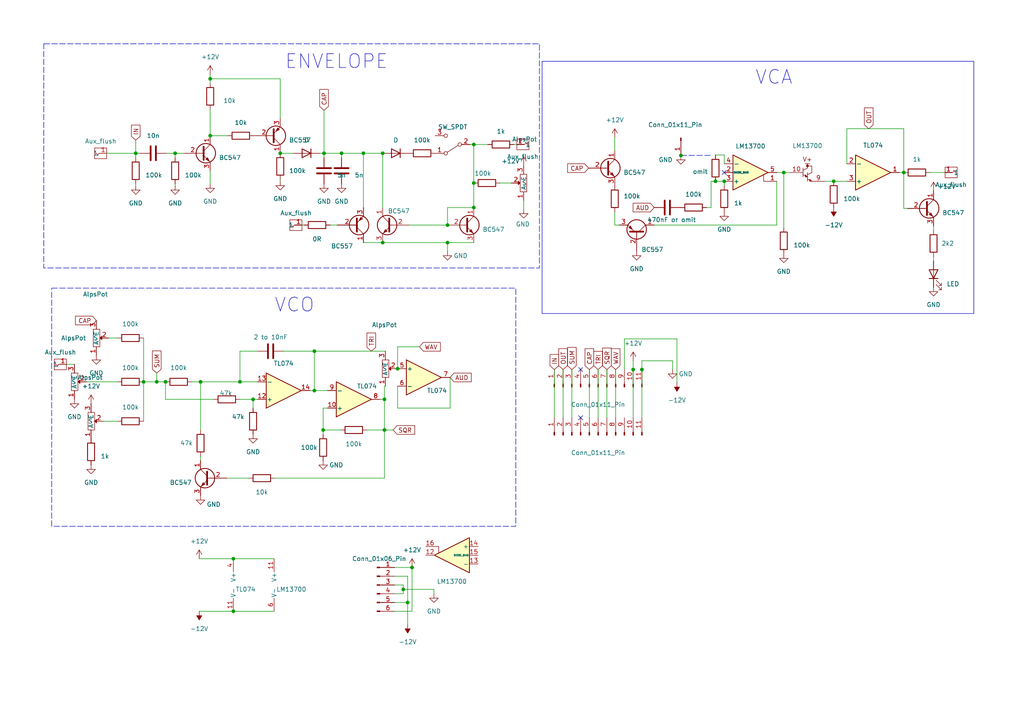
<source format=kicad_sch>
(kicad_sch (version 20230121) (generator eeschema)

  (uuid 98143dfc-26b3-4fe2-8ea0-3a6505a381c7)

  (paper "A4")

  (title_block
    (title "Kick by github.com/Fihdi")
  )

  (lib_symbols
    (symbol "Amplifier_Operational:LM13700" (pin_names (offset 0.127)) (in_bom yes) (on_board yes)
      (property "Reference" "U" (at 3.81 5.08 0)
        (effects (font (size 1.27 1.27)))
      )
      (property "Value" "LM13700" (at 5.08 -5.08 0)
        (effects (font (size 1.27 1.27)))
      )
      (property "Footprint" "" (at -7.62 0.635 0)
        (effects (font (size 1.27 1.27)) hide)
      )
      (property "Datasheet" "http://www.ti.com/lit/ds/symlink/lm13700.pdf" (at -7.62 0.635 0)
        (effects (font (size 1.27 1.27)) hide)
      )
      (property "ki_locked" "" (at 0 0 0)
        (effects (font (size 1.27 1.27)))
      )
      (property "ki_keywords" "operational transconductance amplifier OTA" (at 0 0 0)
        (effects (font (size 1.27 1.27)) hide)
      )
      (property "ki_description" "Dual Operational Transconductance Amplifiers with Linearizing Diodes and Buffers, DIP-16/SOIC-16" (at 0 0 0)
        (effects (font (size 1.27 1.27)) hide)
      )
      (property "ki_fp_filters" "SOIC*3.9x9.9mm*P1.27mm* DIP*W7.62mm*" (at 0 0 0)
        (effects (font (size 1.27 1.27)) hide)
      )
      (symbol "LM13700_1_1"
        (polyline
          (pts
            (xy 3.81 -0.635)
            (xy 3.81 -2.54)
            (xy 5.08 -2.54)
          )
          (stroke (width 0) (type default))
          (fill (type none))
        )
        (polyline
          (pts
            (xy 5.08 0)
            (xy -5.08 -5.08)
            (xy -5.08 5.08)
            (xy 5.08 0)
          )
          (stroke (width 0.254) (type default))
          (fill (type background))
        )
        (pin output line (at 7.62 0 180) (length 2.54)
          (name "~" (effects (font (size 1.27 1.27))))
          (number "12" (effects (font (size 1.27 1.27))))
        )
        (pin input line (at -7.62 2.54 0) (length 2.54)
          (name "-" (effects (font (size 1.27 1.27))))
          (number "13" (effects (font (size 1.27 1.27))))
        )
        (pin input line (at -7.62 -2.54 0) (length 2.54)
          (name "+" (effects (font (size 1.27 1.27))))
          (number "14" (effects (font (size 1.27 1.27))))
        )
        (pin input line (at -7.62 0 0) (length 2.54)
          (name "DIODE_BIAS" (effects (font (size 0.508 0.508))))
          (number "15" (effects (font (size 1.27 1.27))))
        )
        (pin input line (at 7.62 -2.54 180) (length 2.54)
          (name "~" (effects (font (size 1.27 1.27))))
          (number "16" (effects (font (size 1.27 1.27))))
        )
      )
      (symbol "LM13700_2_0"
        (polyline
          (pts
            (xy -1.905 2.54)
            (xy -3.175 2.54)
          )
          (stroke (width 0) (type default))
          (fill (type none))
        )
      )
      (symbol "LM13700_2_1"
        (circle (center -2.54 1.905) (radius 0.254)
          (stroke (width 0.254) (type default))
          (fill (type outline))
        )
        (polyline
          (pts
            (xy -3.81 -0.635)
            (xy -2.54 -1.27)
          )
          (stroke (width 0) (type default))
          (fill (type none))
        )
        (polyline
          (pts
            (xy -3.81 1.27)
            (xy -3.81 -1.27)
          )
          (stroke (width 0) (type default))
          (fill (type none))
        )
        (polyline
          (pts
            (xy -2.54 -1.905)
            (xy -1.27 -2.54)
          )
          (stroke (width 0) (type default))
          (fill (type none))
        )
        (polyline
          (pts
            (xy -2.54 0)
            (xy -2.54 -2.54)
          )
          (stroke (width 0) (type default))
          (fill (type none))
        )
        (polyline
          (pts
            (xy -3.81 0.635)
            (xy -2.54 1.27)
            (xy -2.54 1.905)
            (xy -2.54 2.54)
          )
          (stroke (width 0) (type default))
          (fill (type none))
        )
        (polyline
          (pts
            (xy -2.54 -1.27)
            (xy -3.175 -0.635)
            (xy -3.175 -1.27)
            (xy -2.54 -1.27)
          )
          (stroke (width 0) (type default))
          (fill (type outline))
        )
        (polyline
          (pts
            (xy -2.54 -0.635)
            (xy -1.27 0)
            (xy -1.27 1.905)
            (xy -2.54 1.905)
          )
          (stroke (width 0) (type default))
          (fill (type none))
        )
        (polyline
          (pts
            (xy -1.27 -2.54)
            (xy -1.905 -1.905)
            (xy -1.905 -2.54)
            (xy -1.27 -2.54)
          )
          (stroke (width 0) (type default))
          (fill (type outline))
        )
        (text "V+" (at -2.54 3.81 0)
          (effects (font (size 1.27 1.27)))
        )
        (pin input line (at -7.62 0 0) (length 3.81)
          (name "~" (effects (font (size 1.27 1.27))))
          (number "10" (effects (font (size 1.27 1.27))))
        )
        (pin output line (at 2.54 -2.54 180) (length 3.81)
          (name "~" (effects (font (size 1.27 1.27))))
          (number "9" (effects (font (size 1.27 1.27))))
        )
      )
      (symbol "LM13700_3_1"
        (polyline
          (pts
            (xy 3.81 -0.635)
            (xy 3.81 -2.54)
            (xy 5.08 -2.54)
          )
          (stroke (width 0) (type default))
          (fill (type none))
        )
        (polyline
          (pts
            (xy 5.08 0)
            (xy -5.08 -5.08)
            (xy -5.08 5.08)
            (xy 5.08 0)
          )
          (stroke (width 0.254) (type default))
          (fill (type background))
        )
        (pin input line (at 7.62 -2.54 180) (length 2.54)
          (name "~" (effects (font (size 1.27 1.27))))
          (number "1" (effects (font (size 1.27 1.27))))
        )
        (pin input line (at -7.62 0 0) (length 2.54)
          (name "DIODE_BIAS" (effects (font (size 0.508 0.508))))
          (number "2" (effects (font (size 1.27 1.27))))
        )
        (pin input line (at -7.62 -2.54 0) (length 2.54)
          (name "+" (effects (font (size 1.27 1.27))))
          (number "3" (effects (font (size 1.27 1.27))))
        )
        (pin input line (at -7.62 2.54 0) (length 2.54)
          (name "-" (effects (font (size 1.27 1.27))))
          (number "4" (effects (font (size 1.27 1.27))))
        )
        (pin output line (at 7.62 0 180) (length 2.54)
          (name "~" (effects (font (size 1.27 1.27))))
          (number "5" (effects (font (size 1.27 1.27))))
        )
      )
      (symbol "LM13700_4_0"
        (polyline
          (pts
            (xy -3.175 2.54)
            (xy -1.905 2.54)
          )
          (stroke (width 0) (type default))
          (fill (type none))
        )
        (text "V+" (at -2.54 3.81 0)
          (effects (font (size 1.27 1.27)))
        )
      )
      (symbol "LM13700_4_1"
        (circle (center -2.54 1.905) (radius 0.254)
          (stroke (width 0.254) (type default))
          (fill (type outline))
        )
        (polyline
          (pts
            (xy -3.81 -0.635)
            (xy -2.54 -1.27)
          )
          (stroke (width 0) (type default))
          (fill (type none))
        )
        (polyline
          (pts
            (xy -3.81 1.27)
            (xy -3.81 -1.27)
          )
          (stroke (width 0) (type default))
          (fill (type none))
        )
        (polyline
          (pts
            (xy -2.54 -1.905)
            (xy -1.27 -2.54)
          )
          (stroke (width 0) (type default))
          (fill (type none))
        )
        (polyline
          (pts
            (xy -2.54 0)
            (xy -2.54 -2.54)
          )
          (stroke (width 0) (type default))
          (fill (type none))
        )
        (polyline
          (pts
            (xy -3.81 0.635)
            (xy -2.54 1.27)
            (xy -2.54 2.54)
          )
          (stroke (width 0) (type default))
          (fill (type none))
        )
        (polyline
          (pts
            (xy -2.54 -1.27)
            (xy -3.175 -0.635)
            (xy -3.175 -1.27)
            (xy -2.54 -1.27)
          )
          (stroke (width 0) (type default))
          (fill (type outline))
        )
        (polyline
          (pts
            (xy -2.54 -0.635)
            (xy -1.27 0)
            (xy -1.27 1.905)
            (xy -2.54 1.905)
          )
          (stroke (width 0) (type default))
          (fill (type none))
        )
        (polyline
          (pts
            (xy -1.27 -2.54)
            (xy -1.905 -1.905)
            (xy -1.905 -2.54)
            (xy -1.27 -2.54)
          )
          (stroke (width 0) (type default))
          (fill (type outline))
        )
        (pin input line (at -7.62 0 0) (length 3.81)
          (name "~" (effects (font (size 1.27 1.27))))
          (number "7" (effects (font (size 1.27 1.27))))
        )
        (pin output line (at 2.54 -2.54 180) (length 3.81)
          (name "~" (effects (font (size 1.27 1.27))))
          (number "8" (effects (font (size 1.27 1.27))))
        )
      )
      (symbol "LM13700_5_1"
        (pin power_in line (at -2.54 7.62 270) (length 3.81)
          (name "V+" (effects (font (size 1.27 1.27))))
          (number "11" (effects (font (size 1.27 1.27))))
        )
        (pin power_in line (at -2.54 -7.62 90) (length 3.81)
          (name "V-" (effects (font (size 1.27 1.27))))
          (number "6" (effects (font (size 1.27 1.27))))
        )
      )
    )
    (symbol "Amplifier_Operational:TL074" (pin_names (offset 0.127)) (in_bom yes) (on_board yes)
      (property "Reference" "U" (at 0 5.08 0)
        (effects (font (size 1.27 1.27)) (justify left))
      )
      (property "Value" "TL074" (at 0 -5.08 0)
        (effects (font (size 1.27 1.27)) (justify left))
      )
      (property "Footprint" "" (at -1.27 2.54 0)
        (effects (font (size 1.27 1.27)) hide)
      )
      (property "Datasheet" "http://www.ti.com/lit/ds/symlink/tl071.pdf" (at 1.27 5.08 0)
        (effects (font (size 1.27 1.27)) hide)
      )
      (property "ki_locked" "" (at 0 0 0)
        (effects (font (size 1.27 1.27)))
      )
      (property "ki_keywords" "quad opamp" (at 0 0 0)
        (effects (font (size 1.27 1.27)) hide)
      )
      (property "ki_description" "Quad Low-Noise JFET-Input Operational Amplifiers, DIP-14/SOIC-14" (at 0 0 0)
        (effects (font (size 1.27 1.27)) hide)
      )
      (property "ki_fp_filters" "SOIC*3.9x8.7mm*P1.27mm* DIP*W7.62mm* TSSOP*4.4x5mm*P0.65mm* SSOP*5.3x6.2mm*P0.65mm* MSOP*3x3mm*P0.5mm*" (at 0 0 0)
        (effects (font (size 1.27 1.27)) hide)
      )
      (symbol "TL074_1_1"
        (polyline
          (pts
            (xy -5.08 5.08)
            (xy 5.08 0)
            (xy -5.08 -5.08)
            (xy -5.08 5.08)
          )
          (stroke (width 0.254) (type default))
          (fill (type background))
        )
        (pin output line (at 7.62 0 180) (length 2.54)
          (name "~" (effects (font (size 1.27 1.27))))
          (number "1" (effects (font (size 1.27 1.27))))
        )
        (pin input line (at -7.62 -2.54 0) (length 2.54)
          (name "-" (effects (font (size 1.27 1.27))))
          (number "2" (effects (font (size 1.27 1.27))))
        )
        (pin input line (at -7.62 2.54 0) (length 2.54)
          (name "+" (effects (font (size 1.27 1.27))))
          (number "3" (effects (font (size 1.27 1.27))))
        )
      )
      (symbol "TL074_2_1"
        (polyline
          (pts
            (xy -5.08 5.08)
            (xy 5.08 0)
            (xy -5.08 -5.08)
            (xy -5.08 5.08)
          )
          (stroke (width 0.254) (type default))
          (fill (type background))
        )
        (pin input line (at -7.62 2.54 0) (length 2.54)
          (name "+" (effects (font (size 1.27 1.27))))
          (number "5" (effects (font (size 1.27 1.27))))
        )
        (pin input line (at -7.62 -2.54 0) (length 2.54)
          (name "-" (effects (font (size 1.27 1.27))))
          (number "6" (effects (font (size 1.27 1.27))))
        )
        (pin output line (at 7.62 0 180) (length 2.54)
          (name "~" (effects (font (size 1.27 1.27))))
          (number "7" (effects (font (size 1.27 1.27))))
        )
      )
      (symbol "TL074_3_1"
        (polyline
          (pts
            (xy -5.08 5.08)
            (xy 5.08 0)
            (xy -5.08 -5.08)
            (xy -5.08 5.08)
          )
          (stroke (width 0.254) (type default))
          (fill (type background))
        )
        (pin input line (at -7.62 2.54 0) (length 2.54)
          (name "+" (effects (font (size 1.27 1.27))))
          (number "10" (effects (font (size 1.27 1.27))))
        )
        (pin output line (at 7.62 0 180) (length 2.54)
          (name "~" (effects (font (size 1.27 1.27))))
          (number "8" (effects (font (size 1.27 1.27))))
        )
        (pin input line (at -7.62 -2.54 0) (length 2.54)
          (name "-" (effects (font (size 1.27 1.27))))
          (number "9" (effects (font (size 1.27 1.27))))
        )
      )
      (symbol "TL074_4_1"
        (polyline
          (pts
            (xy -5.08 5.08)
            (xy 5.08 0)
            (xy -5.08 -5.08)
            (xy -5.08 5.08)
          )
          (stroke (width 0.254) (type default))
          (fill (type background))
        )
        (pin input line (at -7.62 2.54 0) (length 2.54)
          (name "+" (effects (font (size 1.27 1.27))))
          (number "12" (effects (font (size 1.27 1.27))))
        )
        (pin input line (at -7.62 -2.54 0) (length 2.54)
          (name "-" (effects (font (size 1.27 1.27))))
          (number "13" (effects (font (size 1.27 1.27))))
        )
        (pin output line (at 7.62 0 180) (length 2.54)
          (name "~" (effects (font (size 1.27 1.27))))
          (number "14" (effects (font (size 1.27 1.27))))
        )
      )
      (symbol "TL074_5_1"
        (pin power_in line (at -2.54 -7.62 90) (length 3.81)
          (name "V-" (effects (font (size 1.27 1.27))))
          (number "11" (effects (font (size 1.27 1.27))))
        )
        (pin power_in line (at -2.54 7.62 270) (length 3.81)
          (name "V+" (effects (font (size 1.27 1.27))))
          (number "4" (effects (font (size 1.27 1.27))))
        )
      )
    )
    (symbol "Connector:Conn_01x01_Pin" (pin_names (offset 1.016) hide) (in_bom yes) (on_board yes)
      (property "Reference" "J" (at 0 2.54 0)
        (effects (font (size 1.27 1.27)))
      )
      (property "Value" "Conn_01x01_Pin" (at 0 -2.54 0)
        (effects (font (size 1.27 1.27)))
      )
      (property "Footprint" "" (at 0 0 0)
        (effects (font (size 1.27 1.27)) hide)
      )
      (property "Datasheet" "~" (at 0 0 0)
        (effects (font (size 1.27 1.27)) hide)
      )
      (property "ki_locked" "" (at 0 0 0)
        (effects (font (size 1.27 1.27)))
      )
      (property "ki_keywords" "connector" (at 0 0 0)
        (effects (font (size 1.27 1.27)) hide)
      )
      (property "ki_description" "Generic connector, single row, 01x01, script generated" (at 0 0 0)
        (effects (font (size 1.27 1.27)) hide)
      )
      (property "ki_fp_filters" "Connector*:*_1x??_*" (at 0 0 0)
        (effects (font (size 1.27 1.27)) hide)
      )
      (symbol "Conn_01x01_Pin_1_1"
        (polyline
          (pts
            (xy 1.27 0)
            (xy 0.8636 0)
          )
          (stroke (width 0.1524) (type default))
          (fill (type none))
        )
        (rectangle (start 0.8636 0.127) (end 0 -0.127)
          (stroke (width 0.1524) (type default))
          (fill (type outline))
        )
        (pin passive line (at 5.08 0 180) (length 3.81)
          (name "Pin_1" (effects (font (size 1.27 1.27))))
          (number "1" (effects (font (size 1.27 1.27))))
        )
      )
    )
    (symbol "Connector:Conn_01x06_Pin" (pin_names (offset 1.016) hide) (in_bom yes) (on_board yes)
      (property "Reference" "J" (at 0 7.62 0)
        (effects (font (size 1.27 1.27)))
      )
      (property "Value" "Conn_01x06_Pin" (at 0 -10.16 0)
        (effects (font (size 1.27 1.27)))
      )
      (property "Footprint" "" (at 0 0 0)
        (effects (font (size 1.27 1.27)) hide)
      )
      (property "Datasheet" "~" (at 0 0 0)
        (effects (font (size 1.27 1.27)) hide)
      )
      (property "ki_locked" "" (at 0 0 0)
        (effects (font (size 1.27 1.27)))
      )
      (property "ki_keywords" "connector" (at 0 0 0)
        (effects (font (size 1.27 1.27)) hide)
      )
      (property "ki_description" "Generic connector, single row, 01x06, script generated" (at 0 0 0)
        (effects (font (size 1.27 1.27)) hide)
      )
      (property "ki_fp_filters" "Connector*:*_1x??_*" (at 0 0 0)
        (effects (font (size 1.27 1.27)) hide)
      )
      (symbol "Conn_01x06_Pin_1_1"
        (polyline
          (pts
            (xy 1.27 -7.62)
            (xy 0.8636 -7.62)
          )
          (stroke (width 0.1524) (type default))
          (fill (type none))
        )
        (polyline
          (pts
            (xy 1.27 -5.08)
            (xy 0.8636 -5.08)
          )
          (stroke (width 0.1524) (type default))
          (fill (type none))
        )
        (polyline
          (pts
            (xy 1.27 -2.54)
            (xy 0.8636 -2.54)
          )
          (stroke (width 0.1524) (type default))
          (fill (type none))
        )
        (polyline
          (pts
            (xy 1.27 0)
            (xy 0.8636 0)
          )
          (stroke (width 0.1524) (type default))
          (fill (type none))
        )
        (polyline
          (pts
            (xy 1.27 2.54)
            (xy 0.8636 2.54)
          )
          (stroke (width 0.1524) (type default))
          (fill (type none))
        )
        (polyline
          (pts
            (xy 1.27 5.08)
            (xy 0.8636 5.08)
          )
          (stroke (width 0.1524) (type default))
          (fill (type none))
        )
        (rectangle (start 0.8636 -7.493) (end 0 -7.747)
          (stroke (width 0.1524) (type default))
          (fill (type outline))
        )
        (rectangle (start 0.8636 -4.953) (end 0 -5.207)
          (stroke (width 0.1524) (type default))
          (fill (type outline))
        )
        (rectangle (start 0.8636 -2.413) (end 0 -2.667)
          (stroke (width 0.1524) (type default))
          (fill (type outline))
        )
        (rectangle (start 0.8636 0.127) (end 0 -0.127)
          (stroke (width 0.1524) (type default))
          (fill (type outline))
        )
        (rectangle (start 0.8636 2.667) (end 0 2.413)
          (stroke (width 0.1524) (type default))
          (fill (type outline))
        )
        (rectangle (start 0.8636 5.207) (end 0 4.953)
          (stroke (width 0.1524) (type default))
          (fill (type outline))
        )
        (pin passive line (at 5.08 5.08 180) (length 3.81)
          (name "Pin_1" (effects (font (size 1.27 1.27))))
          (number "1" (effects (font (size 1.27 1.27))))
        )
        (pin passive line (at 5.08 2.54 180) (length 3.81)
          (name "Pin_2" (effects (font (size 1.27 1.27))))
          (number "2" (effects (font (size 1.27 1.27))))
        )
        (pin passive line (at 5.08 0 180) (length 3.81)
          (name "Pin_3" (effects (font (size 1.27 1.27))))
          (number "3" (effects (font (size 1.27 1.27))))
        )
        (pin passive line (at 5.08 -2.54 180) (length 3.81)
          (name "Pin_4" (effects (font (size 1.27 1.27))))
          (number "4" (effects (font (size 1.27 1.27))))
        )
        (pin passive line (at 5.08 -5.08 180) (length 3.81)
          (name "Pin_5" (effects (font (size 1.27 1.27))))
          (number "5" (effects (font (size 1.27 1.27))))
        )
        (pin passive line (at 5.08 -7.62 180) (length 3.81)
          (name "Pin_6" (effects (font (size 1.27 1.27))))
          (number "6" (effects (font (size 1.27 1.27))))
        )
      )
    )
    (symbol "Connector:Conn_01x11_Pin" (pin_names (offset 1.016) hide) (in_bom yes) (on_board yes)
      (property "Reference" "J" (at 0 15.24 0)
        (effects (font (size 1.27 1.27)))
      )
      (property "Value" "Conn_01x11_Pin" (at 0 -15.24 0)
        (effects (font (size 1.27 1.27)))
      )
      (property "Footprint" "" (at 0 0 0)
        (effects (font (size 1.27 1.27)) hide)
      )
      (property "Datasheet" "~" (at 0 0 0)
        (effects (font (size 1.27 1.27)) hide)
      )
      (property "ki_locked" "" (at 0 0 0)
        (effects (font (size 1.27 1.27)))
      )
      (property "ki_keywords" "connector" (at 0 0 0)
        (effects (font (size 1.27 1.27)) hide)
      )
      (property "ki_description" "Generic connector, single row, 01x11, script generated" (at 0 0 0)
        (effects (font (size 1.27 1.27)) hide)
      )
      (property "ki_fp_filters" "Connector*:*_1x??_*" (at 0 0 0)
        (effects (font (size 1.27 1.27)) hide)
      )
      (symbol "Conn_01x11_Pin_1_1"
        (polyline
          (pts
            (xy 1.27 -12.7)
            (xy 0.8636 -12.7)
          )
          (stroke (width 0.1524) (type default))
          (fill (type none))
        )
        (polyline
          (pts
            (xy 1.27 -10.16)
            (xy 0.8636 -10.16)
          )
          (stroke (width 0.1524) (type default))
          (fill (type none))
        )
        (polyline
          (pts
            (xy 1.27 -7.62)
            (xy 0.8636 -7.62)
          )
          (stroke (width 0.1524) (type default))
          (fill (type none))
        )
        (polyline
          (pts
            (xy 1.27 -5.08)
            (xy 0.8636 -5.08)
          )
          (stroke (width 0.1524) (type default))
          (fill (type none))
        )
        (polyline
          (pts
            (xy 1.27 -2.54)
            (xy 0.8636 -2.54)
          )
          (stroke (width 0.1524) (type default))
          (fill (type none))
        )
        (polyline
          (pts
            (xy 1.27 0)
            (xy 0.8636 0)
          )
          (stroke (width 0.1524) (type default))
          (fill (type none))
        )
        (polyline
          (pts
            (xy 1.27 2.54)
            (xy 0.8636 2.54)
          )
          (stroke (width 0.1524) (type default))
          (fill (type none))
        )
        (polyline
          (pts
            (xy 1.27 5.08)
            (xy 0.8636 5.08)
          )
          (stroke (width 0.1524) (type default))
          (fill (type none))
        )
        (polyline
          (pts
            (xy 1.27 7.62)
            (xy 0.8636 7.62)
          )
          (stroke (width 0.1524) (type default))
          (fill (type none))
        )
        (polyline
          (pts
            (xy 1.27 10.16)
            (xy 0.8636 10.16)
          )
          (stroke (width 0.1524) (type default))
          (fill (type none))
        )
        (polyline
          (pts
            (xy 1.27 12.7)
            (xy 0.8636 12.7)
          )
          (stroke (width 0.1524) (type default))
          (fill (type none))
        )
        (rectangle (start 0.8636 -12.573) (end 0 -12.827)
          (stroke (width 0.1524) (type default))
          (fill (type outline))
        )
        (rectangle (start 0.8636 -10.033) (end 0 -10.287)
          (stroke (width 0.1524) (type default))
          (fill (type outline))
        )
        (rectangle (start 0.8636 -7.493) (end 0 -7.747)
          (stroke (width 0.1524) (type default))
          (fill (type outline))
        )
        (rectangle (start 0.8636 -4.953) (end 0 -5.207)
          (stroke (width 0.1524) (type default))
          (fill (type outline))
        )
        (rectangle (start 0.8636 -2.413) (end 0 -2.667)
          (stroke (width 0.1524) (type default))
          (fill (type outline))
        )
        (rectangle (start 0.8636 0.127) (end 0 -0.127)
          (stroke (width 0.1524) (type default))
          (fill (type outline))
        )
        (rectangle (start 0.8636 2.667) (end 0 2.413)
          (stroke (width 0.1524) (type default))
          (fill (type outline))
        )
        (rectangle (start 0.8636 5.207) (end 0 4.953)
          (stroke (width 0.1524) (type default))
          (fill (type outline))
        )
        (rectangle (start 0.8636 7.747) (end 0 7.493)
          (stroke (width 0.1524) (type default))
          (fill (type outline))
        )
        (rectangle (start 0.8636 10.287) (end 0 10.033)
          (stroke (width 0.1524) (type default))
          (fill (type outline))
        )
        (rectangle (start 0.8636 12.827) (end 0 12.573)
          (stroke (width 0.1524) (type default))
          (fill (type outline))
        )
        (pin passive line (at 5.08 12.7 180) (length 3.81)
          (name "Pin_1" (effects (font (size 1.27 1.27))))
          (number "1" (effects (font (size 1.27 1.27))))
        )
        (pin passive line (at 5.08 -10.16 180) (length 3.81)
          (name "Pin_10" (effects (font (size 1.27 1.27))))
          (number "10" (effects (font (size 1.27 1.27))))
        )
        (pin passive line (at 5.08 -12.7 180) (length 3.81)
          (name "Pin_11" (effects (font (size 1.27 1.27))))
          (number "11" (effects (font (size 1.27 1.27))))
        )
        (pin passive line (at 5.08 10.16 180) (length 3.81)
          (name "Pin_2" (effects (font (size 1.27 1.27))))
          (number "2" (effects (font (size 1.27 1.27))))
        )
        (pin passive line (at 5.08 7.62 180) (length 3.81)
          (name "Pin_3" (effects (font (size 1.27 1.27))))
          (number "3" (effects (font (size 1.27 1.27))))
        )
        (pin passive line (at 5.08 5.08 180) (length 3.81)
          (name "Pin_4" (effects (font (size 1.27 1.27))))
          (number "4" (effects (font (size 1.27 1.27))))
        )
        (pin passive line (at 5.08 2.54 180) (length 3.81)
          (name "Pin_5" (effects (font (size 1.27 1.27))))
          (number "5" (effects (font (size 1.27 1.27))))
        )
        (pin passive line (at 5.08 0 180) (length 3.81)
          (name "Pin_6" (effects (font (size 1.27 1.27))))
          (number "6" (effects (font (size 1.27 1.27))))
        )
        (pin passive line (at 5.08 -2.54 180) (length 3.81)
          (name "Pin_7" (effects (font (size 1.27 1.27))))
          (number "7" (effects (font (size 1.27 1.27))))
        )
        (pin passive line (at 5.08 -5.08 180) (length 3.81)
          (name "Pin_8" (effects (font (size 1.27 1.27))))
          (number "8" (effects (font (size 1.27 1.27))))
        )
        (pin passive line (at 5.08 -7.62 180) (length 3.81)
          (name "Pin_9" (effects (font (size 1.27 1.27))))
          (number "9" (effects (font (size 1.27 1.27))))
        )
      )
    )
    (symbol "Device:C" (pin_numbers hide) (pin_names (offset 0.254)) (in_bom yes) (on_board yes)
      (property "Reference" "C" (at 0.635 2.54 0)
        (effects (font (size 1.27 1.27)) (justify left))
      )
      (property "Value" "C" (at 0.635 -2.54 0)
        (effects (font (size 1.27 1.27)) (justify left))
      )
      (property "Footprint" "" (at 0.9652 -3.81 0)
        (effects (font (size 1.27 1.27)) hide)
      )
      (property "Datasheet" "~" (at 0 0 0)
        (effects (font (size 1.27 1.27)) hide)
      )
      (property "ki_keywords" "cap capacitor" (at 0 0 0)
        (effects (font (size 1.27 1.27)) hide)
      )
      (property "ki_description" "Unpolarized capacitor" (at 0 0 0)
        (effects (font (size 1.27 1.27)) hide)
      )
      (property "ki_fp_filters" "C_*" (at 0 0 0)
        (effects (font (size 1.27 1.27)) hide)
      )
      (symbol "C_0_1"
        (polyline
          (pts
            (xy -2.032 -0.762)
            (xy 2.032 -0.762)
          )
          (stroke (width 0.508) (type default))
          (fill (type none))
        )
        (polyline
          (pts
            (xy -2.032 0.762)
            (xy 2.032 0.762)
          )
          (stroke (width 0.508) (type default))
          (fill (type none))
        )
      )
      (symbol "C_1_1"
        (pin passive line (at 0 3.81 270) (length 2.794)
          (name "~" (effects (font (size 1.27 1.27))))
          (number "1" (effects (font (size 1.27 1.27))))
        )
        (pin passive line (at 0 -3.81 90) (length 2.794)
          (name "~" (effects (font (size 1.27 1.27))))
          (number "2" (effects (font (size 1.27 1.27))))
        )
      )
    )
    (symbol "Device:D" (pin_numbers hide) (pin_names (offset 1.016) hide) (in_bom yes) (on_board yes)
      (property "Reference" "D" (at 0 2.54 0)
        (effects (font (size 1.27 1.27)))
      )
      (property "Value" "D" (at 0 -2.54 0)
        (effects (font (size 1.27 1.27)))
      )
      (property "Footprint" "" (at 0 0 0)
        (effects (font (size 1.27 1.27)) hide)
      )
      (property "Datasheet" "~" (at 0 0 0)
        (effects (font (size 1.27 1.27)) hide)
      )
      (property "Sim.Device" "D" (at 0 0 0)
        (effects (font (size 1.27 1.27)) hide)
      )
      (property "Sim.Pins" "1=K 2=A" (at 0 0 0)
        (effects (font (size 1.27 1.27)) hide)
      )
      (property "ki_keywords" "diode" (at 0 0 0)
        (effects (font (size 1.27 1.27)) hide)
      )
      (property "ki_description" "Diode" (at 0 0 0)
        (effects (font (size 1.27 1.27)) hide)
      )
      (property "ki_fp_filters" "TO-???* *_Diode_* *SingleDiode* D_*" (at 0 0 0)
        (effects (font (size 1.27 1.27)) hide)
      )
      (symbol "D_0_1"
        (polyline
          (pts
            (xy -1.27 1.27)
            (xy -1.27 -1.27)
          )
          (stroke (width 0.254) (type default))
          (fill (type none))
        )
        (polyline
          (pts
            (xy 1.27 0)
            (xy -1.27 0)
          )
          (stroke (width 0) (type default))
          (fill (type none))
        )
        (polyline
          (pts
            (xy 1.27 1.27)
            (xy 1.27 -1.27)
            (xy -1.27 0)
            (xy 1.27 1.27)
          )
          (stroke (width 0.254) (type default))
          (fill (type none))
        )
      )
      (symbol "D_1_1"
        (pin passive line (at -3.81 0 0) (length 2.54)
          (name "K" (effects (font (size 1.27 1.27))))
          (number "1" (effects (font (size 1.27 1.27))))
        )
        (pin passive line (at 3.81 0 180) (length 2.54)
          (name "A" (effects (font (size 1.27 1.27))))
          (number "2" (effects (font (size 1.27 1.27))))
        )
      )
    )
    (symbol "Device:LED" (pin_numbers hide) (pin_names (offset 1.016) hide) (in_bom yes) (on_board yes)
      (property "Reference" "D" (at 0 2.54 0)
        (effects (font (size 1.27 1.27)))
      )
      (property "Value" "LED" (at 0 -2.54 0)
        (effects (font (size 1.27 1.27)))
      )
      (property "Footprint" "" (at 0 0 0)
        (effects (font (size 1.27 1.27)) hide)
      )
      (property "Datasheet" "~" (at 0 0 0)
        (effects (font (size 1.27 1.27)) hide)
      )
      (property "ki_keywords" "LED diode" (at 0 0 0)
        (effects (font (size 1.27 1.27)) hide)
      )
      (property "ki_description" "Light emitting diode" (at 0 0 0)
        (effects (font (size 1.27 1.27)) hide)
      )
      (property "ki_fp_filters" "LED* LED_SMD:* LED_THT:*" (at 0 0 0)
        (effects (font (size 1.27 1.27)) hide)
      )
      (symbol "LED_0_1"
        (polyline
          (pts
            (xy -1.27 -1.27)
            (xy -1.27 1.27)
          )
          (stroke (width 0.254) (type default))
          (fill (type none))
        )
        (polyline
          (pts
            (xy -1.27 0)
            (xy 1.27 0)
          )
          (stroke (width 0) (type default))
          (fill (type none))
        )
        (polyline
          (pts
            (xy 1.27 -1.27)
            (xy 1.27 1.27)
            (xy -1.27 0)
            (xy 1.27 -1.27)
          )
          (stroke (width 0.254) (type default))
          (fill (type none))
        )
        (polyline
          (pts
            (xy -3.048 -0.762)
            (xy -4.572 -2.286)
            (xy -3.81 -2.286)
            (xy -4.572 -2.286)
            (xy -4.572 -1.524)
          )
          (stroke (width 0) (type default))
          (fill (type none))
        )
        (polyline
          (pts
            (xy -1.778 -0.762)
            (xy -3.302 -2.286)
            (xy -2.54 -2.286)
            (xy -3.302 -2.286)
            (xy -3.302 -1.524)
          )
          (stroke (width 0) (type default))
          (fill (type none))
        )
      )
      (symbol "LED_1_1"
        (pin passive line (at -3.81 0 0) (length 2.54)
          (name "K" (effects (font (size 1.27 1.27))))
          (number "1" (effects (font (size 1.27 1.27))))
        )
        (pin passive line (at 3.81 0 180) (length 2.54)
          (name "A" (effects (font (size 1.27 1.27))))
          (number "2" (effects (font (size 1.27 1.27))))
        )
      )
    )
    (symbol "Device:R" (pin_numbers hide) (pin_names (offset 0)) (in_bom yes) (on_board yes)
      (property "Reference" "R" (at 2.032 0 90)
        (effects (font (size 1.27 1.27)))
      )
      (property "Value" "R" (at 0 0 90)
        (effects (font (size 1.27 1.27)))
      )
      (property "Footprint" "" (at -1.778 0 90)
        (effects (font (size 1.27 1.27)) hide)
      )
      (property "Datasheet" "~" (at 0 0 0)
        (effects (font (size 1.27 1.27)) hide)
      )
      (property "ki_keywords" "R res resistor" (at 0 0 0)
        (effects (font (size 1.27 1.27)) hide)
      )
      (property "ki_description" "Resistor" (at 0 0 0)
        (effects (font (size 1.27 1.27)) hide)
      )
      (property "ki_fp_filters" "R_*" (at 0 0 0)
        (effects (font (size 1.27 1.27)) hide)
      )
      (symbol "R_0_1"
        (rectangle (start -1.016 -2.54) (end 1.016 2.54)
          (stroke (width 0.254) (type default))
          (fill (type none))
        )
      )
      (symbol "R_1_1"
        (pin passive line (at 0 3.81 270) (length 1.27)
          (name "~" (effects (font (size 1.27 1.27))))
          (number "1" (effects (font (size 1.27 1.27))))
        )
        (pin passive line (at 0 -3.81 90) (length 1.27)
          (name "~" (effects (font (size 1.27 1.27))))
          (number "2" (effects (font (size 1.27 1.27))))
        )
      )
    )
    (symbol "HEJ:AlpsPot" (in_bom yes) (on_board yes)
      (property "Reference" "R" (at -6.35 2.54 0)
        (effects (font (size 1.27 1.27)))
      )
      (property "Value" "AlpsPot" (at -3.81 13.97 0)
        (effects (font (size 1.27 1.27)) hide)
      )
      (property "Footprint" "pretties:AlpsPot" (at -2.54 11.43 0)
        (effects (font (size 1.27 1.27)) hide)
      )
      (property "Datasheet" "" (at -2.54 11.43 0)
        (effects (font (size 1.27 1.27)) hide)
      )
      (symbol "AlpsPot_0_1"
        (rectangle (start -4.445 3.81) (end -2.54 -1.27)
          (stroke (width 0) (type default))
          (fill (type none))
        )
        (polyline
          (pts
            (xy -2.54 1.27)
            (xy -1.9454 1.8617)
            (xy -1.9454 0.7452)
            (xy -2.54 1.27)
            (xy -2.0208 0.9713)
            (xy -2.0543 1.6216)
            (xy -2.3418 1.2923)
            (xy -2.1548 1.1611)
            (xy -2.1548 1.3844)
            (xy -2.54 1.27)
          )
          (stroke (width 0) (type default))
          (fill (type none))
        )
      )
      (symbol "AlpsPot_1_1"
        (pin passive line (at -3.556 -3.81 90) (length 2.54)
          (name "A" (effects (font (size 1.27 1.27))))
          (number "1" (effects (font (size 1.27 1.27))))
        )
        (pin passive line (at 0 1.27 180) (length 2.54)
          (name "S" (effects (font (size 1.27 1.27))))
          (number "2" (effects (font (size 1.27 1.27))))
        )
        (pin passive line (at -3.556 6.35 270) (length 2.54)
          (name "E" (effects (font (size 1.27 1.27))))
          (number "3" (effects (font (size 1.27 1.27))))
        )
        (pin no_connect line (at -11.684 0 270) (length 2.54) hide
          (name "NC" (effects (font (size 1.27 1.27))))
          (number "4" (effects (font (size 1.27 1.27))))
        )
        (pin no_connect line (at -13.716 0 270) (length 2.54) hide
          (name "NC" (effects (font (size 1.27 1.27))))
          (number "5" (effects (font (size 1.27 1.27))))
        )
        (pin no_connect line (at -16.002 0 270) (length 2.54) hide
          (name "NC" (effects (font (size 1.27 1.27))))
          (number "6" (effects (font (size 1.27 1.27))))
        )
      )
    )
    (symbol "HEJ:Aux_flush" (in_bom yes) (on_board yes)
      (property "Reference" "U" (at -0.0508 5.3848 0)
        (effects (font (size 1.27 1.27)))
      )
      (property "Value" "Aux_flush" (at 0 3.5052 0)
        (effects (font (size 1.27 1.27)) hide)
      )
      (property "Footprint" "" (at 0 0 0)
        (effects (font (size 1.27 1.27)) hide)
      )
      (property "Datasheet" "" (at 0 0 0)
        (effects (font (size 1.27 1.27)) hide)
      )
      (symbol "Aux_flush_0_1"
        (rectangle (start -1.778 1.524) (end 1.7272 -1.5748)
          (stroke (width 0) (type default))
          (fill (type none))
        )
        (polyline
          (pts
            (xy -1.2192 0.0508)
            (xy -0.8636 -0.6604)
            (xy -0.5588 0)
            (xy 1.6764 0)
          )
          (stroke (width 0) (type default))
          (fill (type none))
        )
      )
      (symbol "Aux_flush_1_1"
        (pin bidirectional line (at 1.7272 0 180) (length 2)
          (name "1" (effects (font (size 1.27 1.27))))
          (number "1" (effects (font (size 1.27 1.27))))
        )
      )
    )
    (symbol "Switch:SW_SPDT" (pin_names (offset 0) hide) (in_bom yes) (on_board yes)
      (property "Reference" "SW" (at 0 4.318 0)
        (effects (font (size 1.27 1.27)))
      )
      (property "Value" "SW_SPDT" (at 0 -5.08 0)
        (effects (font (size 1.27 1.27)))
      )
      (property "Footprint" "" (at 0 0 0)
        (effects (font (size 1.27 1.27)) hide)
      )
      (property "Datasheet" "~" (at 0 0 0)
        (effects (font (size 1.27 1.27)) hide)
      )
      (property "ki_keywords" "switch single-pole double-throw spdt ON-ON" (at 0 0 0)
        (effects (font (size 1.27 1.27)) hide)
      )
      (property "ki_description" "Switch, single pole double throw" (at 0 0 0)
        (effects (font (size 1.27 1.27)) hide)
      )
      (symbol "SW_SPDT_0_0"
        (circle (center -2.032 0) (radius 0.508)
          (stroke (width 0) (type default))
          (fill (type none))
        )
        (circle (center 2.032 -2.54) (radius 0.508)
          (stroke (width 0) (type default))
          (fill (type none))
        )
      )
      (symbol "SW_SPDT_0_1"
        (polyline
          (pts
            (xy -1.524 0.254)
            (xy 1.651 2.286)
          )
          (stroke (width 0) (type default))
          (fill (type none))
        )
        (circle (center 2.032 2.54) (radius 0.508)
          (stroke (width 0) (type default))
          (fill (type none))
        )
      )
      (symbol "SW_SPDT_1_1"
        (pin passive line (at 5.08 2.54 180) (length 2.54)
          (name "A" (effects (font (size 1.27 1.27))))
          (number "1" (effects (font (size 1.27 1.27))))
        )
        (pin passive line (at -5.08 0 0) (length 2.54)
          (name "B" (effects (font (size 1.27 1.27))))
          (number "2" (effects (font (size 1.27 1.27))))
        )
        (pin passive line (at 5.08 -2.54 180) (length 2.54)
          (name "C" (effects (font (size 1.27 1.27))))
          (number "3" (effects (font (size 1.27 1.27))))
        )
      )
    )
    (symbol "Transistor_BJT:BC547" (pin_names (offset 0) hide) (in_bom yes) (on_board yes)
      (property "Reference" "Q" (at 5.08 1.905 0)
        (effects (font (size 1.27 1.27)) (justify left))
      )
      (property "Value" "BC547" (at 5.08 0 0)
        (effects (font (size 1.27 1.27)) (justify left))
      )
      (property "Footprint" "Package_TO_SOT_THT:TO-92_Inline" (at 5.08 -1.905 0)
        (effects (font (size 1.27 1.27) italic) (justify left) hide)
      )
      (property "Datasheet" "https://www.onsemi.com/pub/Collateral/BC550-D.pdf" (at 0 0 0)
        (effects (font (size 1.27 1.27)) (justify left) hide)
      )
      (property "ki_keywords" "NPN Transistor" (at 0 0 0)
        (effects (font (size 1.27 1.27)) hide)
      )
      (property "ki_description" "0.1A Ic, 45V Vce, Small Signal NPN Transistor, TO-92" (at 0 0 0)
        (effects (font (size 1.27 1.27)) hide)
      )
      (property "ki_fp_filters" "TO?92*" (at 0 0 0)
        (effects (font (size 1.27 1.27)) hide)
      )
      (symbol "BC547_0_1"
        (polyline
          (pts
            (xy 0 0)
            (xy 0.635 0)
          )
          (stroke (width 0) (type default))
          (fill (type none))
        )
        (polyline
          (pts
            (xy 0.635 0.635)
            (xy 2.54 2.54)
          )
          (stroke (width 0) (type default))
          (fill (type none))
        )
        (polyline
          (pts
            (xy 0.635 -0.635)
            (xy 2.54 -2.54)
            (xy 2.54 -2.54)
          )
          (stroke (width 0) (type default))
          (fill (type none))
        )
        (polyline
          (pts
            (xy 0.635 1.905)
            (xy 0.635 -1.905)
            (xy 0.635 -1.905)
          )
          (stroke (width 0.508) (type default))
          (fill (type none))
        )
        (polyline
          (pts
            (xy 1.27 -1.778)
            (xy 1.778 -1.27)
            (xy 2.286 -2.286)
            (xy 1.27 -1.778)
            (xy 1.27 -1.778)
          )
          (stroke (width 0) (type default))
          (fill (type outline))
        )
        (circle (center 1.27 0) (radius 2.8194)
          (stroke (width 0.254) (type default))
          (fill (type none))
        )
      )
      (symbol "BC547_1_1"
        (pin passive line (at 2.54 5.08 270) (length 2.54)
          (name "C" (effects (font (size 1.27 1.27))))
          (number "1" (effects (font (size 1.27 1.27))))
        )
        (pin input line (at -5.08 0 0) (length 5.08)
          (name "B" (effects (font (size 1.27 1.27))))
          (number "2" (effects (font (size 1.27 1.27))))
        )
        (pin passive line (at 2.54 -5.08 90) (length 2.54)
          (name "E" (effects (font (size 1.27 1.27))))
          (number "3" (effects (font (size 1.27 1.27))))
        )
      )
    )
    (symbol "Transistor_BJT:BC557" (pin_names (offset 0) hide) (in_bom yes) (on_board yes)
      (property "Reference" "Q" (at 5.08 1.905 0)
        (effects (font (size 1.27 1.27)) (justify left))
      )
      (property "Value" "BC557" (at 5.08 0 0)
        (effects (font (size 1.27 1.27)) (justify left))
      )
      (property "Footprint" "Package_TO_SOT_THT:TO-92_Inline" (at 5.08 -1.905 0)
        (effects (font (size 1.27 1.27) italic) (justify left) hide)
      )
      (property "Datasheet" "https://www.onsemi.com/pub/Collateral/BC556BTA-D.pdf" (at 0 0 0)
        (effects (font (size 1.27 1.27)) (justify left) hide)
      )
      (property "ki_keywords" "PNP Transistor" (at 0 0 0)
        (effects (font (size 1.27 1.27)) hide)
      )
      (property "ki_description" "0.1A Ic, 45V Vce, PNP Small Signal Transistor, TO-92" (at 0 0 0)
        (effects (font (size 1.27 1.27)) hide)
      )
      (property "ki_fp_filters" "TO?92*" (at 0 0 0)
        (effects (font (size 1.27 1.27)) hide)
      )
      (symbol "BC557_0_1"
        (polyline
          (pts
            (xy 0.635 0.635)
            (xy 2.54 2.54)
          )
          (stroke (width 0) (type default))
          (fill (type none))
        )
        (polyline
          (pts
            (xy 0.635 -0.635)
            (xy 2.54 -2.54)
            (xy 2.54 -2.54)
          )
          (stroke (width 0) (type default))
          (fill (type none))
        )
        (polyline
          (pts
            (xy 0.635 1.905)
            (xy 0.635 -1.905)
            (xy 0.635 -1.905)
          )
          (stroke (width 0.508) (type default))
          (fill (type none))
        )
        (polyline
          (pts
            (xy 2.286 -1.778)
            (xy 1.778 -2.286)
            (xy 1.27 -1.27)
            (xy 2.286 -1.778)
            (xy 2.286 -1.778)
          )
          (stroke (width 0) (type default))
          (fill (type outline))
        )
        (circle (center 1.27 0) (radius 2.8194)
          (stroke (width 0.254) (type default))
          (fill (type none))
        )
      )
      (symbol "BC557_1_1"
        (pin passive line (at 2.54 5.08 270) (length 2.54)
          (name "C" (effects (font (size 1.27 1.27))))
          (number "1" (effects (font (size 1.27 1.27))))
        )
        (pin input line (at -5.08 0 0) (length 5.715)
          (name "B" (effects (font (size 1.27 1.27))))
          (number "2" (effects (font (size 1.27 1.27))))
        )
        (pin passive line (at 2.54 -5.08 90) (length 2.54)
          (name "E" (effects (font (size 1.27 1.27))))
          (number "3" (effects (font (size 1.27 1.27))))
        )
      )
    )
    (symbol "power:+12V" (power) (pin_names (offset 0)) (in_bom yes) (on_board yes)
      (property "Reference" "#PWR" (at 0 -3.81 0)
        (effects (font (size 1.27 1.27)) hide)
      )
      (property "Value" "+12V" (at 0 3.556 0)
        (effects (font (size 1.27 1.27)))
      )
      (property "Footprint" "" (at 0 0 0)
        (effects (font (size 1.27 1.27)) hide)
      )
      (property "Datasheet" "" (at 0 0 0)
        (effects (font (size 1.27 1.27)) hide)
      )
      (property "ki_keywords" "power-flag" (at 0 0 0)
        (effects (font (size 1.27 1.27)) hide)
      )
      (property "ki_description" "Power symbol creates a global label with name \"+12V\"" (at 0 0 0)
        (effects (font (size 1.27 1.27)) hide)
      )
      (symbol "+12V_0_1"
        (polyline
          (pts
            (xy -0.762 1.27)
            (xy 0 2.54)
          )
          (stroke (width 0) (type default))
          (fill (type none))
        )
        (polyline
          (pts
            (xy 0 0)
            (xy 0 2.54)
          )
          (stroke (width 0) (type default))
          (fill (type none))
        )
        (polyline
          (pts
            (xy 0 2.54)
            (xy 0.762 1.27)
          )
          (stroke (width 0) (type default))
          (fill (type none))
        )
      )
      (symbol "+12V_1_1"
        (pin power_in line (at 0 0 90) (length 0) hide
          (name "+12V" (effects (font (size 1.27 1.27))))
          (number "1" (effects (font (size 1.27 1.27))))
        )
      )
    )
    (symbol "power:-12V" (power) (pin_names (offset 0)) (in_bom yes) (on_board yes)
      (property "Reference" "#PWR" (at 0 2.54 0)
        (effects (font (size 1.27 1.27)) hide)
      )
      (property "Value" "-12V" (at 0 3.81 0)
        (effects (font (size 1.27 1.27)))
      )
      (property "Footprint" "" (at 0 0 0)
        (effects (font (size 1.27 1.27)) hide)
      )
      (property "Datasheet" "" (at 0 0 0)
        (effects (font (size 1.27 1.27)) hide)
      )
      (property "ki_keywords" "power-flag" (at 0 0 0)
        (effects (font (size 1.27 1.27)) hide)
      )
      (property "ki_description" "Power symbol creates a global label with name \"-12V\"" (at 0 0 0)
        (effects (font (size 1.27 1.27)) hide)
      )
      (symbol "-12V_0_0"
        (pin power_in line (at 0 0 90) (length 0) hide
          (name "-12V" (effects (font (size 1.27 1.27))))
          (number "1" (effects (font (size 1.27 1.27))))
        )
      )
      (symbol "-12V_0_1"
        (polyline
          (pts
            (xy 0 0)
            (xy 0 1.27)
            (xy 0.762 1.27)
            (xy 0 2.54)
            (xy -0.762 1.27)
            (xy 0 1.27)
          )
          (stroke (width 0) (type default))
          (fill (type outline))
        )
      )
    )
    (symbol "power:GND" (power) (pin_names (offset 0)) (in_bom yes) (on_board yes)
      (property "Reference" "#PWR" (at 0 -6.35 0)
        (effects (font (size 1.27 1.27)) hide)
      )
      (property "Value" "GND" (at 0 -3.81 0)
        (effects (font (size 1.27 1.27)))
      )
      (property "Footprint" "" (at 0 0 0)
        (effects (font (size 1.27 1.27)) hide)
      )
      (property "Datasheet" "" (at 0 0 0)
        (effects (font (size 1.27 1.27)) hide)
      )
      (property "ki_keywords" "power-flag" (at 0 0 0)
        (effects (font (size 1.27 1.27)) hide)
      )
      (property "ki_description" "Power symbol creates a global label with name \"GND\" , ground" (at 0 0 0)
        (effects (font (size 1.27 1.27)) hide)
      )
      (symbol "GND_0_1"
        (polyline
          (pts
            (xy 0 0)
            (xy 0 -1.27)
            (xy 1.27 -1.27)
            (xy 0 -2.54)
            (xy -1.27 -1.27)
            (xy 0 -1.27)
          )
          (stroke (width 0) (type default))
          (fill (type none))
        )
      )
      (symbol "GND_1_1"
        (pin power_in line (at 0 0 270) (length 0) hide
          (name "GND" (effects (font (size 1.27 1.27))))
          (number "1" (effects (font (size 1.27 1.27))))
        )
      )
    )
  )

  (junction (at 183.642 107.188) (diameter 0) (color 0 0 0 0)
    (uuid 01692e73-2b89-4993-ab9e-614cfdac5657)
  )
  (junction (at 50.8 44.45) (diameter 0) (color 0 0 0 0)
    (uuid 0cbbbd1a-a23f-474f-adae-cd4ade13f427)
  )
  (junction (at 129.794 65.278) (diameter 0) (color 0 0 0 0)
    (uuid 0f31c604-2b07-4338-aa0e-0d3c48d727bd)
  )
  (junction (at 48.006 110.744) (diameter 0) (color 0 0 0 0)
    (uuid 11310970-38c7-4b57-88cd-9f43710a61d5)
  )
  (junction (at 67.691 162.052) (diameter 0) (color 0 0 0 0)
    (uuid 126a0091-a763-4f51-a27c-e236219ceab4)
  )
  (junction (at 262.128 50.038) (diameter 0) (color 0 0 0 0)
    (uuid 1b602133-d865-4ac2-82ca-70b5b69ac999)
  )
  (junction (at 45.466 110.744) (diameter 0) (color 0 0 0 0)
    (uuid 1ba0816f-12ea-4266-aa6e-363692a86bf4)
  )
  (junction (at 69.596 110.744) (diameter 0) (color 0 0 0 0)
    (uuid 203602ac-b44f-4601-9ff7-e017fa8a700d)
  )
  (junction (at 99.06 44.45) (diameter 0) (color 0 0 0 0)
    (uuid 21d00ef3-1f1f-4366-b8bb-b95a265f754e)
  )
  (junction (at 116.967 170.942) (diameter 0) (color 0 0 0 0)
    (uuid 24b018c5-a2bc-49c3-8d32-c49e033a7251)
  )
  (junction (at 111.506 124.714) (diameter 0) (color 0 0 0 0)
    (uuid 2cf56617-fedd-4ae3-b504-4f0bc0dee1b0)
  )
  (junction (at 58.166 110.744) (diameter 0) (color 0 0 0 0)
    (uuid 412195fd-8d13-4897-814a-7b056096bebf)
  )
  (junction (at 241.808 52.578) (diameter 0) (color 0 0 0 0)
    (uuid 5f5da9b9-78ca-4cc3-a819-2d5d9551df92)
  )
  (junction (at 137.414 60.198) (diameter 0) (color 0 0 0 0)
    (uuid 6abe17fe-6b43-4b36-a5da-28e392236202)
  )
  (junction (at 110.998 44.45) (diameter 0) (color 0 0 0 0)
    (uuid 6c14b6a3-8754-417e-b48b-f664db1335df)
  )
  (junction (at 137.414 41.91) (diameter 0) (color 0 0 0 0)
    (uuid 72b6dc99-629f-4a24-b45b-41023b3f78f9)
  )
  (junction (at 129.794 70.358) (diameter 0) (color 0 0 0 0)
    (uuid 7583bf12-4c24-45fd-9289-2fd908843bce)
  )
  (junction (at 67.691 177.292) (diameter 0) (color 0 0 0 0)
    (uuid 79405f68-6c32-426e-8155-2c1ef3ad9444)
  )
  (junction (at 39.37 44.45) (diameter 0) (color 0 0 0 0)
    (uuid 7d697034-f168-416f-9461-3518845d6688)
  )
  (junction (at 210.058 52.578) (diameter 0) (color 0 0 0 0)
    (uuid 82a23ef8-7fdc-4e3d-9a92-21fd09cd04f5)
  )
  (junction (at 111.506 115.824) (diameter 0) (color 0 0 0 0)
    (uuid 91dd61aa-4a45-4575-93c5-066934358374)
  )
  (junction (at 93.726 124.714) (diameter 0) (color 0 0 0 0)
    (uuid 998956cb-0c84-4072-8705-e82367de477f)
  )
  (junction (at 119.507 164.592) (diameter 0) (color 0 0 0 0)
    (uuid 9a2c4ba4-2c2a-441a-bf7f-464e71ac6b0b)
  )
  (junction (at 105.41 44.45) (diameter 0) (color 0 0 0 0)
    (uuid 9b5d1e5e-30f8-4104-966e-aa1efffcb8ae)
  )
  (junction (at 73.406 115.824) (diameter 0) (color 0 0 0 0)
    (uuid 9d6d3bef-0716-40cb-8c8e-7cf3832f9fc2)
  )
  (junction (at 137.414 53.086) (diameter 0) (color 0 0 0 0)
    (uuid ab1381a3-9f74-4c95-a831-7a0d6a74d3d2)
  )
  (junction (at 91.186 113.284) (diameter 0) (color 0 0 0 0)
    (uuid ad7044ee-a9cc-477a-8e24-e63407f626a3)
  )
  (junction (at 41.656 110.744) (diameter 0) (color 0 0 0 0)
    (uuid af05447f-ac9e-4618-9499-3607ef2f03cb)
  )
  (junction (at 110.998 70.358) (diameter 0) (color 0 0 0 0)
    (uuid b5a91c20-cfc6-4e4b-9481-0fe66e6e284b)
  )
  (junction (at 81.28 44.45) (diameter 0) (color 0 0 0 0)
    (uuid bb9bdd9d-bfa3-4cdc-af21-476b9cf5a2ce)
  )
  (junction (at 227.33 50.038) (diameter 0) (color 0 0 0 0)
    (uuid c2af7688-2040-41e2-93d6-fae50b278234)
  )
  (junction (at 60.96 39.37) (diameter 0) (color 0 0 0 0)
    (uuid c781dff4-52f8-4adc-a6f3-336a82837ee3)
  )
  (junction (at 60.96 22.86) (diameter 0) (color 0 0 0 0)
    (uuid d1fa23cf-a444-4c5f-824c-16744f0b5078)
  )
  (junction (at 91.186 101.854) (diameter 0) (color 0 0 0 0)
    (uuid d4c04a25-1a41-4967-9b6a-c990203d9fd4)
  )
  (junction (at 186.182 107.188) (diameter 0) (color 0 0 0 0)
    (uuid d5fff9e3-ddef-4c60-9c35-5114f5a4846e)
  )
  (junction (at 197.485 45.085) (diameter 0) (color 0 0 0 0)
    (uuid d72152f6-c285-4669-99c2-fc184235f146)
  )
  (junction (at 115.316 106.934) (diameter 0) (color 0 0 0 0)
    (uuid e059e630-860a-4028-85d0-79c3837e3e63)
  )
  (junction (at 118.237 174.752) (diameter 0) (color 0 0 0 0)
    (uuid ea79e60d-b1cb-4b13-8982-89fd2920d712)
  )
  (junction (at 207.518 52.578) (diameter 0) (color 0 0 0 0)
    (uuid ebb62989-da41-4072-8a45-ecca3062322f)
  )
  (junction (at 93.98 44.45) (diameter 0) (color 0 0 0 0)
    (uuid ededfdfb-7428-427b-9ac8-67dadd5db503)
  )

  (no_connect (at 168.402 107.188) (uuid 145538c7-2994-4b22-a5d1-e2c37b0fef7f))
  (no_connect (at 168.402 121.158) (uuid 353b28f3-4bd0-4cd5-9454-0ad17466ba76))
  (no_connect (at 210.058 50.038) (uuid 6a2981ec-bf76-4c64-b205-009d006f3e3c))

  (wire (pts (xy 60.96 22.86) (xy 60.96 24.13))
    (stroke (width 0) (type default))
    (uuid 00122f3f-eb6e-4b26-a8c7-784f354d3432)
  )
  (wire (pts (xy 115.316 118.364) (xy 130.556 118.364))
    (stroke (width 0) (type default))
    (uuid 01820121-168c-4bbc-a090-6334e6d43138)
  )
  (wire (pts (xy 41.656 98.044) (xy 41.656 110.744))
    (stroke (width 0) (type default))
    (uuid 025207ce-29b7-4830-91b6-6a7ba4539f2b)
  )
  (wire (pts (xy 196.342 98.298) (xy 181.102 98.298))
    (stroke (width 0) (type default))
    (uuid 040b4269-b55f-4a6f-92e1-817d0d44827f)
  )
  (wire (pts (xy 262.128 50.038) (xy 260.858 50.038))
    (stroke (width 0) (type default))
    (uuid 0450232a-cc11-4e50-b2a8-af8aa8922716)
  )
  (wire (pts (xy 93.98 44.45) (xy 99.06 44.45))
    (stroke (width 0) (type default))
    (uuid 04a9f861-3973-43f1-bf6e-d074e209f439)
  )
  (wire (pts (xy 196.342 110.998) (xy 196.342 98.298))
    (stroke (width 0) (type default))
    (uuid 057a102f-de4d-47d0-bf52-ba6ea292a81a)
  )
  (wire (pts (xy 137.414 53.086) (xy 137.414 60.198))
    (stroke (width 0) (type default))
    (uuid 0ad431e5-13da-4eb8-8de5-c8b64a1aff16)
  )
  (wire (pts (xy 41.656 110.744) (xy 41.656 122.174))
    (stroke (width 0) (type default))
    (uuid 0c85cd76-a47c-4793-b87f-99e705d9655f)
  )
  (wire (pts (xy 263.144 60.452) (xy 262.128 60.452))
    (stroke (width 0) (type default))
    (uuid 0cd00a43-6118-48b4-b4a2-e7da5e606a56)
  )
  (wire (pts (xy 210.058 44.958) (xy 210.058 47.498))
    (stroke (width 0) (type default))
    (uuid 0febaae3-6aa5-48bb-8732-116816e711a8)
  )
  (wire (pts (xy 81.28 22.86) (xy 81.28 34.29))
    (stroke (width 0) (type default))
    (uuid 107eba11-5269-4f7f-a5d2-78b1e8dc6b8d)
  )
  (wire (pts (xy 87.5792 65.278) (xy 88.138 65.278))
    (stroke (width 0) (type default))
    (uuid 10d41b18-008f-49aa-859d-2d34619d41ed)
  )
  (wire (pts (xy 170.942 107.188) (xy 170.942 121.158))
    (stroke (width 0) (type default))
    (uuid 113d2f62-c993-4a79-9cd5-98fb1f7745f3)
  )
  (wire (pts (xy 93.98 44.45) (xy 93.98 45.72))
    (stroke (width 0) (type default))
    (uuid 11efadb5-61ab-4e45-87bd-8751724824a2)
  )
  (wire (pts (xy 270.764 66.802) (xy 270.764 65.532))
    (stroke (width 0) (type default))
    (uuid 12bca80a-6139-4291-b307-249c50acaf8c)
  )
  (wire (pts (xy 136.398 41.91) (xy 137.414 41.91))
    (stroke (width 0) (type default))
    (uuid 17cc0c04-bc84-4d68-8729-e890880e0993)
  )
  (wire (pts (xy 116.967 169.672) (xy 116.967 170.942))
    (stroke (width 0) (type default))
    (uuid 186cf152-5166-4636-97a3-1c409dac6fe0)
  )
  (wire (pts (xy 93.726 118.364) (xy 94.996 118.364))
    (stroke (width 0) (type default))
    (uuid 18a1ff74-c9a9-4c3f-bb0d-35c53600aff0)
  )
  (wire (pts (xy 93.726 124.714) (xy 93.726 118.364))
    (stroke (width 0) (type default))
    (uuid 19170d8d-38cc-466c-9f86-b6da3717ef76)
  )
  (wire (pts (xy 39.37 44.45) (xy 30.9372 44.45))
    (stroke (width 0) (type default))
    (uuid 1b189643-5e43-41a6-96b3-a90313b0851b)
  )
  (wire (pts (xy 60.96 53.34) (xy 60.96 49.53))
    (stroke (width 0) (type default))
    (uuid 21717dbf-7330-417f-8ef3-2775df4f5aef)
  )
  (wire (pts (xy 73.406 115.824) (xy 74.676 115.824))
    (stroke (width 0) (type default))
    (uuid 258ffc92-70ba-462d-a20f-a39c25a8c741)
  )
  (wire (pts (xy 69.596 110.744) (xy 74.676 110.744))
    (stroke (width 0) (type default))
    (uuid 25cd3089-b8b9-4a7f-9ca3-e3feccd77a0b)
  )
  (wire (pts (xy 149.098 41.91) (xy 149.9108 41.91))
    (stroke (width 0) (type default))
    (uuid 29eca906-4efe-4c90-b841-725c86fa7856)
  )
  (wire (pts (xy 129.794 60.198) (xy 137.414 60.198))
    (stroke (width 0) (type default))
    (uuid 2b7be8ee-1a35-4052-97f8-a07ae553a584)
  )
  (wire (pts (xy 67.691 177.292) (xy 79.502 177.292))
    (stroke (width 0) (type default))
    (uuid 2e6a680d-92f9-401b-b3e0-2b364a1bb2f8)
  )
  (wire (pts (xy 225.298 50.038) (xy 227.33 50.038))
    (stroke (width 0) (type default))
    (uuid 2ec71e04-7ec5-4ada-9465-abe15f34e690)
  )
  (wire (pts (xy 110.998 70.358) (xy 129.794 70.358))
    (stroke (width 0) (type default))
    (uuid 2f59a4d1-b1e4-471d-90a0-60b68b542c3e)
  )
  (wire (pts (xy 183.642 107.188) (xy 183.642 121.158))
    (stroke (width 0) (type default))
    (uuid 31c1095e-4322-4700-bd19-b67fa314b448)
  )
  (wire (pts (xy 262.128 60.452) (xy 262.128 50.038))
    (stroke (width 0) (type default))
    (uuid 384aaeb7-df09-4836-ac0a-2cafcf24da5d)
  )
  (wire (pts (xy 245.618 47.498) (xy 245.618 37.338))
    (stroke (width 0) (type default))
    (uuid 39059c9c-6048-4c29-ab2c-118fe5106fc9)
  )
  (wire (pts (xy 58.166 132.334) (xy 58.166 133.604))
    (stroke (width 0) (type default))
    (uuid 39eb4077-52eb-438f-85a3-c1b7e4173206)
  )
  (wire (pts (xy 105.41 60.198) (xy 105.41 44.45))
    (stroke (width 0) (type default))
    (uuid 3f4c7482-88b8-4e64-8a1c-d0b373a56245)
  )
  (wire (pts (xy 129.794 65.278) (xy 129.794 60.198))
    (stroke (width 0) (type default))
    (uuid 401703d9-d263-444d-a276-ba713dc97240)
  )
  (wire (pts (xy 81.28 44.45) (xy 85.09 44.45))
    (stroke (width 0) (type default))
    (uuid 4334749c-6c32-4d3b-85a5-1bcad6450e44)
  )
  (wire (pts (xy 206.248 52.578) (xy 207.518 52.578))
    (stroke (width 0) (type default))
    (uuid 44a1e84c-9e1b-47a4-90d0-52e375b43019)
  )
  (wire (pts (xy 116.967 170.942) (xy 125.857 170.942))
    (stroke (width 0) (type default))
    (uuid 46a11c04-9307-4e96-af37-8012d0e4c78a)
  )
  (wire (pts (xy 91.186 113.284) (xy 91.186 101.854))
    (stroke (width 0) (type default))
    (uuid 48beccc7-6984-479a-8f65-954a62e3ef89)
  )
  (wire (pts (xy 195.072 104.648) (xy 195.072 107.188))
    (stroke (width 0) (type default))
    (uuid 48e66c71-f461-4712-a89e-e4e2b45e07b8)
  )
  (wire (pts (xy 241.808 52.578) (xy 245.618 52.578))
    (stroke (width 0) (type default))
    (uuid 4c023308-253c-4ec1-a1db-be8e1041885d)
  )
  (wire (pts (xy 50.8 53.34) (xy 50.8 53.848))
    (stroke (width 0) (type default))
    (uuid 4e33b12b-5d0b-40b5-8a58-cbc972bf951a)
  )
  (wire (pts (xy 106.426 124.714) (xy 111.506 124.714))
    (stroke (width 0) (type default))
    (uuid 502bde3d-5d6a-4da6-8e65-921f218615bd)
  )
  (wire (pts (xy 129.794 70.358) (xy 129.794 72.898))
    (stroke (width 0) (type default))
    (uuid 521584c7-d0f5-42a9-8eae-74879eb7d72c)
  )
  (wire (pts (xy 118.237 174.752) (xy 118.237 167.132))
    (stroke (width 0) (type default))
    (uuid 549e596e-468f-4cff-a1a4-39d0fc65e12c)
  )
  (wire (pts (xy 60.96 22.86) (xy 81.28 22.86))
    (stroke (width 0) (type default))
    (uuid 5702304d-a731-4d8b-a253-04301057fe10)
  )
  (wire (pts (xy 29.972 122.174) (xy 34.036 122.174))
    (stroke (width 0) (type default))
    (uuid 592e1db9-6644-40f5-a45d-5656bf4b24fd)
  )
  (wire (pts (xy 60.96 21.59) (xy 60.96 22.86))
    (stroke (width 0) (type default))
    (uuid 59d41821-9db9-4f90-a4ab-f6de182d225d)
  )
  (wire (pts (xy 73.406 118.364) (xy 73.406 115.824))
    (stroke (width 0) (type default))
    (uuid 5ddd19d4-77d4-4949-be3b-4e5fa999d194)
  )
  (wire (pts (xy 115.316 112.014) (xy 115.316 118.364))
    (stroke (width 0) (type default))
    (uuid 5f7a4507-1eb0-4e12-8b52-e6ff0b46cc97)
  )
  (wire (pts (xy 67.691 162.052) (xy 79.502 162.052))
    (stroke (width 0) (type default))
    (uuid 5fe29410-1cea-459d-bbca-fb7e011b2bb3)
  )
  (wire (pts (xy 93.98 32.004) (xy 93.98 44.45))
    (stroke (width 0) (type default))
    (uuid 5ff75a91-82d1-46b8-a1d3-918aedca452d)
  )
  (wire (pts (xy 137.414 41.91) (xy 137.414 53.086))
    (stroke (width 0) (type default))
    (uuid 60d16b47-bac7-43ab-a329-2dc5ddb9dafd)
  )
  (wire (pts (xy 197.485 45.085) (xy 206.375 45.085))
    (stroke (width 0) (type dash) (color 0 0 194 1))
    (uuid 61381b6c-86aa-4675-a6d9-d066969cac8c)
  )
  (wire (pts (xy 270.764 75.692) (xy 270.764 74.422))
    (stroke (width 0) (type default))
    (uuid 642defdd-167b-416d-b5e2-02b3376058ff)
  )
  (wire (pts (xy 210.058 52.578) (xy 210.058 53.848))
    (stroke (width 0) (type default))
    (uuid 64e95aeb-fe76-4152-a1d2-47614f69346d)
  )
  (wire (pts (xy 91.186 113.284) (xy 94.996 113.284))
    (stroke (width 0) (type default))
    (uuid 66a74f91-b86f-4cac-ba45-450ad439cb4a)
  )
  (wire (pts (xy 118.237 167.132) (xy 114.427 167.132))
    (stroke (width 0) (type default))
    (uuid 67560dce-33f4-42b2-afcc-870f093cab48)
  )
  (wire (pts (xy 58.166 110.744) (xy 58.166 124.714))
    (stroke (width 0) (type default))
    (uuid 6a2ebc74-a6c9-4c64-a61a-f76b97b825ec)
  )
  (wire (pts (xy 31.496 98.044) (xy 34.036 98.044))
    (stroke (width 0) (type default))
    (uuid 6a74405d-6249-4cc2-a747-151cc53ac515)
  )
  (wire (pts (xy 116.967 172.212) (xy 114.427 172.212))
    (stroke (width 0) (type default))
    (uuid 6ae51ffa-f3d6-4f2e-a9d7-33c3bffabe25)
  )
  (wire (pts (xy 40.64 44.45) (xy 39.37 44.45))
    (stroke (width 0) (type default))
    (uuid 6c405eef-9a59-411e-b5cf-f0ee6797539d)
  )
  (wire (pts (xy 114.427 174.752) (xy 118.237 174.752))
    (stroke (width 0) (type default))
    (uuid 6ed38f6a-a552-489e-9c31-f864c4fd8711)
  )
  (wire (pts (xy 116.967 170.942) (xy 116.967 172.212))
    (stroke (width 0) (type default))
    (uuid 7072dd0a-7aac-4df7-851d-35f54183ebb5)
  )
  (wire (pts (xy 115.316 100.584) (xy 121.666 100.584))
    (stroke (width 0) (type default))
    (uuid 71a46662-4d57-4f4f-9d39-37422e43d5ba)
  )
  (wire (pts (xy 227.33 66.04) (xy 227.33 50.038))
    (stroke (width 0) (type default))
    (uuid 728cb164-c84f-4bd5-930b-95a8e57724f0)
  )
  (wire (pts (xy 50.8 45.72) (xy 50.8 44.45))
    (stroke (width 0) (type default))
    (uuid 744fd9bf-7334-42fa-8f2d-366bbd129e52)
  )
  (wire (pts (xy 225.298 65.278) (xy 225.298 52.578))
    (stroke (width 0) (type default))
    (uuid 74d06209-d1dd-45b0-b62b-13780e11f849)
  )
  (wire (pts (xy 69.596 101.854) (xy 74.676 101.854))
    (stroke (width 0) (type default))
    (uuid 75878b69-cc84-4e7a-8680-64b6dc8777ac)
  )
  (wire (pts (xy 92.71 44.45) (xy 93.98 44.45))
    (stroke (width 0) (type default))
    (uuid 76d9403f-7258-4b2e-8872-5e827cc715f1)
  )
  (wire (pts (xy 60.96 31.75) (xy 60.96 39.37))
    (stroke (width 0) (type default))
    (uuid 7c56617a-bdb3-4447-bb93-90dd0045989d)
  )
  (wire (pts (xy 141.478 41.91) (xy 137.414 41.91))
    (stroke (width 0) (type default))
    (uuid 7dd2235d-2a71-4f26-9457-a4c4099017c0)
  )
  (wire (pts (xy 55.626 110.744) (xy 58.166 110.744))
    (stroke (width 0) (type default))
    (uuid 7e844758-17b2-486b-9e6c-0a1b9a7622e9)
  )
  (wire (pts (xy 39.37 45.72) (xy 39.37 44.45))
    (stroke (width 0) (type default))
    (uuid 7e860591-a605-4042-8722-c4d9b71a60ba)
  )
  (wire (pts (xy 269.748 50.038) (xy 274.1168 50.038))
    (stroke (width 0) (type default))
    (uuid 7fabf239-25c2-42a7-b9ad-6cd90c428b36)
  )
  (wire (pts (xy 93.726 124.714) (xy 93.726 125.984))
    (stroke (width 0) (type default))
    (uuid 8008cad1-bc83-4f45-bb9f-eb0f5e4a7387)
  )
  (wire (pts (xy 125.857 170.942) (xy 125.857 172.212))
    (stroke (width 0) (type default))
    (uuid 82017079-3957-47bf-b3d5-d1f7910a865a)
  )
  (wire (pts (xy 45.466 108.204) (xy 45.466 110.744))
    (stroke (width 0) (type default))
    (uuid 83e8a62e-c361-41ae-9f0d-227f9d3dcc84)
  )
  (wire (pts (xy 262.128 37.338) (xy 262.128 50.038))
    (stroke (width 0) (type default))
    (uuid 87d7fc73-4f5d-4795-9708-5438fa121f66)
  )
  (wire (pts (xy 39.37 40.64) (xy 39.37 44.45))
    (stroke (width 0) (type default))
    (uuid 884899de-cf62-4b6b-a828-a6e6a09050ea)
  )
  (wire (pts (xy 186.182 104.648) (xy 186.182 107.188))
    (stroke (width 0) (type default))
    (uuid 8aef097a-3fc8-4885-a403-08622261c2da)
  )
  (wire (pts (xy 206.248 60.198) (xy 206.248 52.578))
    (stroke (width 0) (type default))
    (uuid 9076522b-e393-417c-b017-5723df4c2e9e)
  )
  (wire (pts (xy 119.507 177.292) (xy 114.427 177.292))
    (stroke (width 0) (type default))
    (uuid 9142c11f-ca98-4be4-8d23-3fb1590fffb2)
  )
  (wire (pts (xy 186.182 104.648) (xy 195.072 104.648))
    (stroke (width 0) (type default))
    (uuid 9226e069-b5d6-4851-bb24-e81a624edc76)
  )
  (wire (pts (xy 48.006 115.824) (xy 48.006 110.744))
    (stroke (width 0) (type default))
    (uuid 969f9441-1e0b-499b-875a-4c57a6f20616)
  )
  (wire (pts (xy 118.237 174.752) (xy 118.237 181.102))
    (stroke (width 0) (type default))
    (uuid 970409fc-f1ce-4388-8bf3-9fd03f5c7d48)
  )
  (wire (pts (xy 61.976 115.824) (xy 48.006 115.824))
    (stroke (width 0) (type default))
    (uuid 98f13979-6109-49ad-a91d-d6cf50c2c276)
  )
  (wire (pts (xy 111.506 115.824) (xy 111.506 124.714))
    (stroke (width 0) (type default))
    (uuid 9995e761-4760-4efa-b012-de68f4b3c2da)
  )
  (wire (pts (xy 245.618 37.338) (xy 262.128 37.338))
    (stroke (width 0) (type default))
    (uuid 999fd2d6-6f37-48cb-a514-34c4dd5e5011)
  )
  (wire (pts (xy 111.506 124.714) (xy 111.506 138.684))
    (stroke (width 0) (type default))
    (uuid 9c0aa85b-fa0e-40f2-a81a-f4013ede4a9e)
  )
  (wire (pts (xy 91.186 101.854) (xy 82.296 101.854))
    (stroke (width 0) (type default))
    (uuid 9ecff51b-9351-4dc6-81c0-d54f94b02970)
  )
  (wire (pts (xy 207.518 44.958) (xy 210.058 44.958))
    (stroke (width 0) (type default))
    (uuid a27d5112-aed4-4819-aa13-6f93f9396d9d)
  )
  (wire (pts (xy 130.556 118.364) (xy 130.556 109.474))
    (stroke (width 0) (type default))
    (uuid a3c75cff-4c3c-4b8a-99ff-21bc88eb62ab)
  )
  (wire (pts (xy 65.786 138.684) (xy 72.136 138.684))
    (stroke (width 0) (type default))
    (uuid af1a0428-4ac3-40cf-a257-dcf4cb40969d)
  )
  (wire (pts (xy 111.506 112.014) (xy 111.506 115.824))
    (stroke (width 0) (type default))
    (uuid b05237a4-6a9a-4e02-ae1c-0370f837cef6)
  )
  (wire (pts (xy 79.756 138.684) (xy 111.506 138.684))
    (stroke (width 0) (type default))
    (uuid b2824c84-0ae0-4563-89b1-2b3d704f1972)
  )
  (wire (pts (xy 98.806 124.714) (xy 93.726 124.714))
    (stroke (width 0) (type default))
    (uuid b2f0c0b6-8316-4e74-b355-36b84a85bbc4)
  )
  (wire (pts (xy 25.146 110.744) (xy 34.036 110.744))
    (stroke (width 0) (type default))
    (uuid b51157d9-36f4-45fa-95d2-cbede7ba6f71)
  )
  (wire (pts (xy 105.41 70.358) (xy 110.998 70.358))
    (stroke (width 0) (type default))
    (uuid b826160b-4d90-4572-be22-5aeda1f1a644)
  )
  (wire (pts (xy 173.482 107.188) (xy 173.482 121.158))
    (stroke (width 0) (type default))
    (uuid b94e4d16-fa7d-4921-82e9-6c39cd2eca15)
  )
  (wire (pts (xy 115.316 106.934) (xy 115.316 100.584))
    (stroke (width 0) (type default))
    (uuid b98b3b50-9432-427f-94c5-85e65546c6fc)
  )
  (wire (pts (xy 50.8 44.45) (xy 48.26 44.45))
    (stroke (width 0) (type default))
    (uuid baec0e0f-9483-41f7-9b9c-d784122e24ec)
  )
  (wire (pts (xy 95.758 65.278) (xy 97.79 65.278))
    (stroke (width 0) (type default))
    (uuid bb3d14fd-6ed5-4957-bf4d-aa71657b2121)
  )
  (wire (pts (xy 60.96 39.37) (xy 66.04 39.37))
    (stroke (width 0) (type default))
    (uuid bb5dfe88-ff4e-42f3-9372-0c5fada57c12)
  )
  (wire (pts (xy 69.596 115.824) (xy 73.406 115.824))
    (stroke (width 0) (type default))
    (uuid bd84a019-bc3e-48d4-9367-c8be6754076f)
  )
  (wire (pts (xy 110.998 44.45) (xy 110.998 60.198))
    (stroke (width 0) (type default))
    (uuid beaafb10-2cf7-471a-bd12-82eceb308316)
  )
  (wire (pts (xy 160.782 107.188) (xy 160.782 121.158))
    (stroke (width 0) (type default))
    (uuid bf3b8d7b-1eeb-4c6d-800e-e9df6e4cec61)
  )
  (wire (pts (xy 45.466 110.744) (xy 48.006 110.744))
    (stroke (width 0) (type default))
    (uuid bf5b0a5f-fc70-430b-9dcb-26ef4b6bcda0)
  )
  (wire (pts (xy 119.507 164.592) (xy 119.507 177.292))
    (stroke (width 0) (type default))
    (uuid bffe101e-592e-4af9-9106-9a2a9dfd9cf3)
  )
  (wire (pts (xy 105.41 44.45) (xy 110.998 44.45))
    (stroke (width 0) (type default))
    (uuid c03ddf6a-caa2-4e47-a64f-5530ea3c746c)
  )
  (wire (pts (xy 111.506 115.824) (xy 110.236 115.824))
    (stroke (width 0) (type default))
    (uuid c0dd203b-5af9-4148-8ac0-6412a38ce1ef)
  )
  (wire (pts (xy 58.166 110.744) (xy 69.596 110.744))
    (stroke (width 0) (type default))
    (uuid c1025e04-0f2c-47e4-bb4d-908a4f0e7dc0)
  )
  (wire (pts (xy 99.06 44.45) (xy 99.06 45.72))
    (stroke (width 0) (type default))
    (uuid c3ba7a3e-3937-4862-98f0-6b951698c35e)
  )
  (wire (pts (xy 57.785 177.292) (xy 67.691 177.292))
    (stroke (width 0) (type default))
    (uuid c4463c59-3e4c-44fc-9603-16c6311c1e82)
  )
  (wire (pts (xy 41.656 110.744) (xy 45.466 110.744))
    (stroke (width 0) (type default))
    (uuid c546b7f7-bca9-4819-af91-d181303c6079)
  )
  (wire (pts (xy 89.916 113.284) (xy 91.186 113.284))
    (stroke (width 0) (type default))
    (uuid c733a15e-3aeb-47fd-a4fa-bcce36f5cc59)
  )
  (wire (pts (xy 111.506 124.714) (xy 114.046 124.714))
    (stroke (width 0) (type default))
    (uuid c900c8aa-54d1-4765-9c5b-b2c86f64f1bf)
  )
  (wire (pts (xy 39.37 53.34) (xy 39.37 53.848))
    (stroke (width 0) (type default))
    (uuid c950ed7a-c838-4cf1-8c3f-cb21bfee3976)
  )
  (wire (pts (xy 239.268 52.578) (xy 241.808 52.578))
    (stroke (width 0) (type default))
    (uuid c9a38add-7e75-4dfd-918f-d3a9c498e2a0)
  )
  (wire (pts (xy 69.596 110.744) (xy 69.596 101.854))
    (stroke (width 0) (type default))
    (uuid ca298e84-11a4-4740-ab06-c925cca30817)
  )
  (wire (pts (xy 186.182 107.188) (xy 186.182 121.158))
    (stroke (width 0) (type default))
    (uuid cc0a7d9a-1984-4674-ae61-26af6ca89ec6)
  )
  (wire (pts (xy 204.978 60.198) (xy 206.248 60.198))
    (stroke (width 0) (type default))
    (uuid cdda3420-18bb-4468-a936-c9f9496d49cb)
  )
  (wire (pts (xy 114.427 169.672) (xy 116.967 169.672))
    (stroke (width 0) (type default))
    (uuid d30e3e74-7025-4bf8-8b86-3ea270b9faa4)
  )
  (wire (pts (xy 129.794 70.358) (xy 137.414 70.358))
    (stroke (width 0) (type default))
    (uuid d5bc6537-3222-472d-b274-7e2a1f6641b5)
  )
  (wire (pts (xy 151.892 58.166) (xy 151.892 60.706))
    (stroke (width 0) (type default))
    (uuid dc649172-0238-441d-a98b-829f15664f9a)
  )
  (wire (pts (xy 207.518 52.578) (xy 210.058 52.578))
    (stroke (width 0) (type default))
    (uuid dd39896c-867f-42b1-b1a5-82b35864146f)
  )
  (wire (pts (xy 111.506 112.014) (xy 111.76 112.014))
    (stroke (width 0) (type default))
    (uuid de0da411-ede9-4459-8b34-34a97fbf9e3c)
  )
  (wire (pts (xy 181.102 98.298) (xy 181.102 107.188))
    (stroke (width 0) (type default))
    (uuid de3dbdf0-8704-4c63-b6c0-b36d461bb3ac)
  )
  (wire (pts (xy 57.785 162.052) (xy 67.691 162.052))
    (stroke (width 0) (type default))
    (uuid dfbbd999-1f20-4231-a8ee-cbc31c67c5f1)
  )
  (wire (pts (xy 178.308 39.878) (xy 178.308 43.688))
    (stroke (width 0) (type default))
    (uuid e24221bc-3bc2-497f-b8ac-a3b055e03105)
  )
  (wire (pts (xy 114.427 164.592) (xy 119.507 164.592))
    (stroke (width 0) (type default))
    (uuid e439c5ff-3e39-419b-a209-ff54ef43b2f8)
  )
  (wire (pts (xy 176.022 107.188) (xy 176.022 121.158))
    (stroke (width 0) (type default))
    (uuid e7baea83-d8d4-4594-b79d-5a2978d024d2)
  )
  (wire (pts (xy 178.308 61.468) (xy 178.308 65.278))
    (stroke (width 0) (type default))
    (uuid eb62d854-cb6e-4961-af88-bd77d46d24dc)
  )
  (wire (pts (xy 227.33 50.038) (xy 229.108 50.038))
    (stroke (width 0) (type default))
    (uuid ee0370a4-a50f-4bbb-aa19-6c6c11ac8cf3)
  )
  (wire (pts (xy 183.642 104.648) (xy 183.642 107.188))
    (stroke (width 0) (type default))
    (uuid ee57fac8-7291-4087-a61f-cc0025ddd471)
  )
  (wire (pts (xy 19.2532 105.664) (xy 21.59 105.664))
    (stroke (width 0) (type default))
    (uuid f460e57a-8303-498e-944b-1cf7e99be4c5)
  )
  (wire (pts (xy 145.034 53.086) (xy 148.336 53.086))
    (stroke (width 0) (type default))
    (uuid f49cad47-c507-426b-9db2-7a181e9bef7e)
  )
  (wire (pts (xy 189.738 65.278) (xy 225.298 65.278))
    (stroke (width 0) (type default))
    (uuid f658b1e1-07ad-4507-b173-121561838516)
  )
  (wire (pts (xy 178.308 65.278) (xy 179.578 65.278))
    (stroke (width 0) (type default))
    (uuid f68ff5bb-5167-4312-85e9-618a3f341fe2)
  )
  (wire (pts (xy 165.862 107.188) (xy 165.862 121.158))
    (stroke (width 0) (type default))
    (uuid f72757fc-7fe2-4502-8388-2882af863162)
  )
  (wire (pts (xy 178.562 107.188) (xy 178.562 121.158))
    (stroke (width 0) (type default))
    (uuid f847b108-a816-4360-b5b2-2e369a309ae4)
  )
  (wire (pts (xy 81.28 52.07) (xy 81.28 52.578))
    (stroke (width 0) (type default))
    (uuid f9306d54-13ee-4488-aca5-e6be68de80b8)
  )
  (wire (pts (xy 163.322 107.188) (xy 163.322 121.158))
    (stroke (width 0) (type default))
    (uuid fa17ea28-de89-4b11-9ed4-5de4f6370f96)
  )
  (wire (pts (xy 91.186 101.854) (xy 111.76 101.854))
    (stroke (width 0) (type default))
    (uuid fb25036e-77e1-4797-829f-6682b1fe834f)
  )
  (wire (pts (xy 50.8 44.45) (xy 53.34 44.45))
    (stroke (width 0) (type default))
    (uuid fe604442-dccc-4587-8e4c-d667e594a463)
  )
  (wire (pts (xy 118.618 65.278) (xy 129.794 65.278))
    (stroke (width 0) (type default))
    (uuid fe9f2b0c-e0a9-4a24-b0a2-f49b88aa61cb)
  )
  (wire (pts (xy 99.06 44.45) (xy 105.41 44.45))
    (stroke (width 0) (type default))
    (uuid fffa641e-8802-4bf1-a115-b08a6b2b9f2b)
  )

  (rectangle (start 14.986 83.566) (end 149.606 152.654)
    (stroke (width 0) (type dash))
    (fill (type none))
    (uuid 335e16f6-ffbf-4e8d-8716-582530de8b6a)
  )
  (rectangle (start 157.226 17.78) (end 282.448 90.932)
    (stroke (width 0) (type default))
    (fill (type none))
    (uuid 6eb393a4-c8b6-4de2-8e69-03b900f31a37)
  )
  (rectangle (start 12.7 12.7) (end 156.464 77.724)
    (stroke (width 0) (type dash))
    (fill (type none))
    (uuid d4db0d9a-3375-4353-a5e7-9ad9cc981dc6)
  )

  (text "VCA" (at 218.948 24.892 0)
    (effects (font (size 4 4)) (justify left bottom))
    (uuid 043e889e-e54e-42de-a281-ab2f75cf56b0)
  )
  (text "ENVELOPE\n" (at 82.55 20.32 0)
    (effects (font (size 4 4)) (justify left bottom))
    (uuid 5d8b32d0-8d82-417c-8a1e-1848edc37999)
  )
  (text "VCO\n" (at 79.502 90.932 0)
    (effects (font (size 4 4)) (justify left bottom))
    (uuid c0ce5836-72f6-4e16-9157-8892df143a9b)
  )

  (global_label "SQR" (shape input) (at 114.046 124.714 0) (fields_autoplaced)
    (effects (font (size 1.27 1.27)) (justify left))
    (uuid 05a6d39b-81dd-45a8-9c57-77679d8585c3)
    (property "Intersheetrefs" "${INTERSHEET_REFS}" (at 120.8412 124.714 0)
      (effects (font (size 1.27 1.27)) (justify left) hide)
    )
  )
  (global_label "CAP" (shape input) (at 93.98 32.004 90) (fields_autoplaced)
    (effects (font (size 1.27 1.27)) (justify left))
    (uuid 0ae50fc8-5278-42e9-bfc2-aa726f206f2d)
    (property "Intersheetrefs" "${INTERSHEET_REFS}" (at 93.98 25.3902 90)
      (effects (font (size 1.27 1.27)) (justify left) hide)
    )
  )
  (global_label "SUM" (shape input) (at 45.466 108.204 90) (fields_autoplaced)
    (effects (font (size 1.27 1.27)) (justify left))
    (uuid 142b5e22-064f-40f3-9650-ea5ceb8e8e1b)
    (property "Intersheetrefs" "${INTERSHEET_REFS}" (at 45.466 101.2274 90)
      (effects (font (size 1.27 1.27)) (justify left) hide)
    )
  )
  (global_label "AUD" (shape input) (at 189.738 60.198 180) (fields_autoplaced)
    (effects (font (size 1.27 1.27)) (justify right))
    (uuid 2dbf05e4-f00d-42d9-8a10-c38f9a5d05da)
    (property "Intersheetrefs" "${INTERSHEET_REFS}" (at 183.0637 60.198 0)
      (effects (font (size 1.27 1.27)) (justify right) hide)
    )
  )
  (global_label "IN" (shape input) (at 39.37 40.64 90) (fields_autoplaced)
    (effects (font (size 1.27 1.27)) (justify left))
    (uuid 35cc44d2-7cae-4ff4-9f60-e6e45bdf1a0e)
    (property "Intersheetrefs" "${INTERSHEET_REFS}" (at 39.37 35.7195 90)
      (effects (font (size 1.27 1.27)) (justify left) hide)
    )
  )
  (global_label "CAP" (shape input) (at 170.688 48.768 180) (fields_autoplaced)
    (effects (font (size 1.27 1.27)) (justify right))
    (uuid 48b70905-fb86-4e00-99a6-f5010c2697bd)
    (property "Intersheetrefs" "${INTERSHEET_REFS}" (at 164.0742 48.768 0)
      (effects (font (size 1.27 1.27)) (justify right) hide)
    )
  )
  (global_label "WAV" (shape input) (at 178.562 107.188 90) (fields_autoplaced)
    (effects (font (size 1.27 1.27)) (justify left))
    (uuid 5c5ff380-805f-499a-b183-31a710b8a067)
    (property "Intersheetrefs" "${INTERSHEET_REFS}" (at 178.562 100.5742 90)
      (effects (font (size 1.27 1.27)) (justify left) hide)
    )
  )
  (global_label "OUT" (shape input) (at 163.322 107.188 90) (fields_autoplaced)
    (effects (font (size 1.27 1.27)) (justify left))
    (uuid 7fc08044-ea39-436b-bd4b-c3c1664f765a)
    (property "Intersheetrefs" "${INTERSHEET_REFS}" (at 163.322 100.5742 90)
      (effects (font (size 1.27 1.27)) (justify left) hide)
    )
  )
  (global_label "SQR" (shape input) (at 176.022 107.188 90) (fields_autoplaced)
    (effects (font (size 1.27 1.27)) (justify left))
    (uuid 90b17bff-ba12-48df-b39b-95d98283b12b)
    (property "Intersheetrefs" "${INTERSHEET_REFS}" (at 176.022 100.3928 90)
      (effects (font (size 1.27 1.27)) (justify left) hide)
    )
  )
  (global_label "TRI" (shape input) (at 107.696 101.854 90) (fields_autoplaced)
    (effects (font (size 1.27 1.27)) (justify left))
    (uuid 90e56212-ea2b-439a-a777-1845247c81d2)
    (property "Intersheetrefs" "${INTERSHEET_REFS}" (at 107.696 96.0264 90)
      (effects (font (size 1.27 1.27)) (justify left) hide)
    )
  )
  (global_label "OUT" (shape input) (at 251.968 37.338 90) (fields_autoplaced)
    (effects (font (size 1.27 1.27)) (justify left))
    (uuid 98ad7636-cde4-41eb-b03b-243d3a057695)
    (property "Intersheetrefs" "${INTERSHEET_REFS}" (at 251.968 30.7242 90)
      (effects (font (size 1.27 1.27)) (justify left) hide)
    )
  )
  (global_label "IN" (shape input) (at 160.782 107.188 90) (fields_autoplaced)
    (effects (font (size 1.27 1.27)) (justify left))
    (uuid ad6ea0c8-a641-4f62-9b89-965f4c693e7a)
    (property "Intersheetrefs" "${INTERSHEET_REFS}" (at 160.782 102.2675 90)
      (effects (font (size 1.27 1.27)) (justify left) hide)
    )
  )
  (global_label "AUD" (shape input) (at 130.556 109.474 0) (fields_autoplaced)
    (effects (font (size 1.27 1.27)) (justify left))
    (uuid b8f9b49e-4089-4dab-bfa1-cfad21fb7173)
    (property "Intersheetrefs" "${INTERSHEET_REFS}" (at 137.2303 109.474 0)
      (effects (font (size 1.27 1.27)) (justify left) hide)
    )
  )
  (global_label "SUM" (shape input) (at 165.862 107.188 90) (fields_autoplaced)
    (effects (font (size 1.27 1.27)) (justify left))
    (uuid c1ed1f3b-a245-466c-bd78-3f392595b45c)
    (property "Intersheetrefs" "${INTERSHEET_REFS}" (at 165.862 100.2114 90)
      (effects (font (size 1.27 1.27)) (justify left) hide)
    )
  )
  (global_label "TRI" (shape input) (at 173.482 107.188 90) (fields_autoplaced)
    (effects (font (size 1.27 1.27)) (justify left))
    (uuid cf614fba-34ef-434e-9349-b420826ac7b5)
    (property "Intersheetrefs" "${INTERSHEET_REFS}" (at 173.482 101.3604 90)
      (effects (font (size 1.27 1.27)) (justify left) hide)
    )
  )
  (global_label "CAP" (shape input) (at 170.942 107.188 90) (fields_autoplaced)
    (effects (font (size 1.27 1.27)) (justify left))
    (uuid e29bc0bb-0e55-42b2-be6f-766ead6a7b3c)
    (property "Intersheetrefs" "${INTERSHEET_REFS}" (at 170.942 100.5742 90)
      (effects (font (size 1.27 1.27)) (justify left) hide)
    )
  )
  (global_label "WAV" (shape input) (at 121.666 100.584 0) (fields_autoplaced)
    (effects (font (size 1.27 1.27)) (justify left))
    (uuid edde8b9c-949a-4a3b-84f3-0babf91532fa)
    (property "Intersheetrefs" "${INTERSHEET_REFS}" (at 128.2798 100.584 0)
      (effects (font (size 1.27 1.27)) (justify left) hide)
    )
  )
  (global_label "CAP" (shape input) (at 27.94 92.964 180) (fields_autoplaced)
    (effects (font (size 1.27 1.27)) (justify right))
    (uuid f654c993-28b7-4c61-9902-0c7e694783e7)
    (property "Intersheetrefs" "${INTERSHEET_REFS}" (at 21.3262 92.964 0)
      (effects (font (size 1.27 1.27)) (justify right) hide)
    )
  )

  (symbol (lib_id "Transistor_BJT:BC557") (at 78.74 39.37 0) (mirror x) (unit 1)
    (in_bom yes) (on_board yes) (dnp no) (fields_autoplaced)
    (uuid 050ef423-a4d9-46ba-928e-4c7b7b26afe6)
    (property "Reference" "Q4" (at 83.82 38.1 0)
      (effects (font (size 1.27 1.27)) (justify left) hide)
    )
    (property "Value" "BC557" (at 83.82 40.64 0)
      (effects (font (size 1.27 1.27)) (justify left))
    )
    (property "Footprint" "Package_TO_SOT_THT:TO-92L_Inline_Wide" (at 83.82 37.465 0)
      (effects (font (size 1.27 1.27) italic) (justify left) hide)
    )
    (property "Datasheet" "https://www.onsemi.com/pub/Collateral/BC556BTA-D.pdf" (at 78.74 39.37 0)
      (effects (font (size 1.27 1.27)) (justify left) hide)
    )
    (pin "1" (uuid 2e4e272e-1e73-4c85-9a30-6d78c8aeb622))
    (pin "2" (uuid ac2c1f88-7b66-433b-9ed5-bfd7cabd158a))
    (pin "3" (uuid c9334e55-983c-4d47-8364-6afa360a4493))
    (instances
      (project "Drum"
        (path "/98143dfc-26b3-4fe2-8ea0-3a6505a381c7"
          (reference "Q4") (unit 1)
        )
      )
    )
  )

  (symbol (lib_id "power:+12V") (at 26.416 117.094 0) (unit 1)
    (in_bom yes) (on_board yes) (dnp no) (fields_autoplaced)
    (uuid 0901b28f-d174-4d6d-b7a6-1a56f5b7fa27)
    (property "Reference" "#PWR01" (at 26.416 120.904 0)
      (effects (font (size 1.27 1.27)) hide)
    )
    (property "Value" "+12V" (at 26.416 112.014 0)
      (effects (font (size 1.27 1.27)))
    )
    (property "Footprint" "" (at 26.416 117.094 0)
      (effects (font (size 1.27 1.27)) hide)
    )
    (property "Datasheet" "" (at 26.416 117.094 0)
      (effects (font (size 1.27 1.27)) hide)
    )
    (pin "1" (uuid b74cae6f-8b60-4b65-9b90-59dda0bbdd3a))
    (instances
      (project "Drum"
        (path "/98143dfc-26b3-4fe2-8ea0-3a6505a381c7"
          (reference "#PWR01") (unit 1)
        )
      )
      (project "VCF"
        (path "/d6cc6494-bdad-4670-b5b4-2c694da92d9a"
          (reference "#PWR0105") (unit 1)
        )
      )
    )
  )

  (symbol (lib_id "Device:R") (at 37.846 110.744 90) (unit 1)
    (in_bom yes) (on_board yes) (dnp no) (fields_autoplaced)
    (uuid 09f84a50-fc5d-4fa8-9f88-65b5ae322c3e)
    (property "Reference" "R14" (at 37.846 104.14 90)
      (effects (font (size 1.27 1.27)) hide)
    )
    (property "Value" "100k" (at 37.846 106.68 90)
      (effects (font (size 1.27 1.27)))
    )
    (property "Footprint" "Resistor_THT:R_Axial_DIN0207_L6.3mm_D2.5mm_P7.62mm_Horizontal" (at 37.846 112.522 90)
      (effects (font (size 1.27 1.27)) hide)
    )
    (property "Datasheet" "~" (at 37.846 110.744 0)
      (effects (font (size 1.27 1.27)) hide)
    )
    (pin "1" (uuid 7d115ccb-9877-42f7-aa1b-85c8135a109e))
    (pin "2" (uuid 35d5958c-3200-415a-8746-9dd3734114eb))
    (instances
      (project "Drum"
        (path "/98143dfc-26b3-4fe2-8ea0-3a6505a381c7"
          (reference "R14") (unit 1)
        )
      )
      (project "VCF"
        (path "/d6cc6494-bdad-4670-b5b4-2c694da92d9a"
          (reference "R2") (unit 1)
        )
      )
    )
  )

  (symbol (lib_id "power:GND") (at 125.857 172.212 0) (unit 1)
    (in_bom yes) (on_board yes) (dnp no) (fields_autoplaced)
    (uuid 0e775aa0-2fe3-4bf4-a566-71607bef6ddc)
    (property "Reference" "#PWR012" (at 125.857 178.562 0)
      (effects (font (size 1.27 1.27)) hide)
    )
    (property "Value" "GND" (at 125.857 177.292 0)
      (effects (font (size 1.27 1.27)))
    )
    (property "Footprint" "" (at 125.857 172.212 0)
      (effects (font (size 1.27 1.27)) hide)
    )
    (property "Datasheet" "" (at 125.857 172.212 0)
      (effects (font (size 1.27 1.27)) hide)
    )
    (pin "1" (uuid 50b29d26-9013-498a-8dde-65d42951014f))
    (instances
      (project "Drum"
        (path "/98143dfc-26b3-4fe2-8ea0-3a6505a381c7"
          (reference "#PWR012") (unit 1)
        )
      )
      (project "VCF"
        (path "/d6cc6494-bdad-4670-b5b4-2c694da92d9a"
          (reference "#PWR06") (unit 1)
        )
      )
    )
  )

  (symbol (lib_id "Connector:Conn_01x11_Pin") (at 173.482 126.238 90) (unit 1)
    (in_bom yes) (on_board yes) (dnp no) (fields_autoplaced)
    (uuid 1169f492-ae38-470e-9ce2-45d39914ba55)
    (property "Reference" "J2" (at 173.482 128.778 90)
      (effects (font (size 1.27 1.27)) hide)
    )
    (property "Value" "Conn_01x11_Pin" (at 173.482 131.318 90)
      (effects (font (size 1.27 1.27)))
    )
    (property "Footprint" "Connector_PinHeader_2.54mm:PinHeader_1x11_P2.54mm_Vertical" (at 173.482 126.238 0)
      (effects (font (size 1.27 1.27)) hide)
    )
    (property "Datasheet" "~" (at 173.482 126.238 0)
      (effects (font (size 1.27 1.27)) hide)
    )
    (pin "1" (uuid 7d19c9fa-27bb-40c5-8a9e-28a0ca0cb0b5))
    (pin "10" (uuid 29c42f9b-779a-4a2c-8f2c-7da20e143528))
    (pin "11" (uuid 298e4b18-a716-4c8a-973f-443de8a8c214))
    (pin "2" (uuid 2fa9356e-f14a-4f51-8cd1-08cfe640f44c))
    (pin "3" (uuid 12d62cd1-380c-4757-b80f-db77654bdf22))
    (pin "4" (uuid 4f4a6a0a-5779-4c5e-bb37-15341302733f))
    (pin "5" (uuid 5c0a5e3d-0b32-49f0-9859-67c58aca7e33))
    (pin "6" (uuid f6101e66-c3e5-4317-a822-53c1051386e5))
    (pin "7" (uuid 26d5b467-e8f2-42ef-850b-60749df66e2f))
    (pin "8" (uuid b606f553-9ea7-49c8-89d1-9189cf6b1645))
    (pin "9" (uuid bcffeb91-bda6-4744-8eaf-77cc10f74caa))
    (instances
      (project "Drum"
        (path "/98143dfc-26b3-4fe2-8ea0-3a6505a381c7"
          (reference "J2") (unit 1)
        )
      )
    )
  )

  (symbol (lib_id "Device:R") (at 81.28 48.26 180) (unit 1)
    (in_bom yes) (on_board yes) (dnp no) (fields_autoplaced)
    (uuid 11ae5a0f-7fc6-45aa-b554-6b9ddc441070)
    (property "Reference" "R6" (at 83.82 46.99 0)
      (effects (font (size 1.27 1.27)) (justify right) hide)
    )
    (property "Value" "100k" (at 83.82 49.53 0)
      (effects (font (size 1.27 1.27)) (justify right))
    )
    (property "Footprint" "Resistor_THT:R_Axial_DIN0207_L6.3mm_D2.5mm_P7.62mm_Horizontal" (at 83.058 48.26 90)
      (effects (font (size 1.27 1.27)) hide)
    )
    (property "Datasheet" "~" (at 81.28 48.26 0)
      (effects (font (size 1.27 1.27)) hide)
    )
    (pin "1" (uuid c25780ee-1a4f-4158-8137-4eab3c4ba326))
    (pin "2" (uuid 4be39795-1b00-4ce7-b085-58deb65dd6f7))
    (instances
      (project "Drum"
        (path "/98143dfc-26b3-4fe2-8ea0-3a6505a381c7"
          (reference "R6") (unit 1)
        )
      )
      (project "VCF"
        (path "/d6cc6494-bdad-4670-b5b4-2c694da92d9a"
          (reference "R11") (unit 1)
        )
      )
    )
  )

  (symbol (lib_id "power:GND") (at 50.8 53.848 0) (unit 1)
    (in_bom yes) (on_board yes) (dnp no) (fields_autoplaced)
    (uuid 139d6b6c-f680-4efd-b8dd-013b050f9244)
    (property "Reference" "#PWR06" (at 50.8 60.198 0)
      (effects (font (size 1.27 1.27)) hide)
    )
    (property "Value" "GND" (at 50.8 58.928 0)
      (effects (font (size 1.27 1.27)))
    )
    (property "Footprint" "" (at 50.8 53.848 0)
      (effects (font (size 1.27 1.27)) hide)
    )
    (property "Datasheet" "" (at 50.8 53.848 0)
      (effects (font (size 1.27 1.27)) hide)
    )
    (pin "1" (uuid 91abf72c-e483-4bcc-a79a-1f25ad469617))
    (instances
      (project "Drum"
        (path "/98143dfc-26b3-4fe2-8ea0-3a6505a381c7"
          (reference "#PWR06") (unit 1)
        )
      )
      (project "VCF"
        (path "/d6cc6494-bdad-4670-b5b4-2c694da92d9a"
          (reference "#PWR0113") (unit 1)
        )
      )
    )
  )

  (symbol (lib_id "power:GND") (at 227.33 73.66 0) (unit 1)
    (in_bom yes) (on_board yes) (dnp no) (fields_autoplaced)
    (uuid 1e595ee9-0cd4-4887-8f4a-c3647c06145b)
    (property "Reference" "#PWR022" (at 227.33 80.01 0)
      (effects (font (size 1.27 1.27)) hide)
    )
    (property "Value" "GND" (at 227.33 78.74 0)
      (effects (font (size 1.27 1.27)))
    )
    (property "Footprint" "" (at 227.33 73.66 0)
      (effects (font (size 1.27 1.27)) hide)
    )
    (property "Datasheet" "" (at 227.33 73.66 0)
      (effects (font (size 1.27 1.27)) hide)
    )
    (pin "1" (uuid 98d50675-d393-4b61-adf6-e6d2702e1508))
    (instances
      (project "Drum"
        (path "/98143dfc-26b3-4fe2-8ea0-3a6505a381c7"
          (reference "#PWR022") (unit 1)
        )
      )
      (project "VCF"
        (path "/d6cc6494-bdad-4670-b5b4-2c694da92d9a"
          (reference "#PWR0113") (unit 1)
        )
      )
    )
  )

  (symbol (lib_id "Transistor_BJT:BC547") (at 113.538 65.278 0) (mirror y) (unit 1)
    (in_bom yes) (on_board yes) (dnp no)
    (uuid 1e642eb9-bc90-4c9e-8244-887c275ccaf5)
    (property "Reference" "Q8" (at 115.316 58.674 0)
      (effects (font (size 1.27 1.27)) (justify left) hide)
    )
    (property "Value" "BC547" (at 118.872 61.214 0)
      (effects (font (size 1.27 1.27)) (justify left))
    )
    (property "Footprint" "Package_TO_SOT_THT:TO-92L_Inline_Wide" (at 108.458 67.183 0)
      (effects (font (size 1.27 1.27) italic) (justify left) hide)
    )
    (property "Datasheet" "https://www.onsemi.com/pub/Collateral/BC550-D.pdf" (at 113.538 65.278 0)
      (effects (font (size 1.27 1.27)) (justify left) hide)
    )
    (pin "1" (uuid db9c2f75-d81f-47c8-97cf-4e877de0832d))
    (pin "2" (uuid 6c30fc5f-c8a6-423e-b214-ba4c512b42a5))
    (pin "3" (uuid 34f2645e-3172-4bea-a510-21e3fd1f9dbe))
    (instances
      (project "Drum"
        (path "/98143dfc-26b3-4fe2-8ea0-3a6505a381c7"
          (reference "Q8") (unit 1)
        )
      )
    )
  )

  (symbol (lib_id "Device:R") (at 201.168 60.198 270) (unit 1)
    (in_bom yes) (on_board yes) (dnp no) (fields_autoplaced)
    (uuid 1ed259b2-6ab7-4743-b2ff-5347874750ea)
    (property "Reference" "R7" (at 201.168 53.848 90)
      (effects (font (size 1.27 1.27)) hide)
    )
    (property "Value" "100k" (at 201.168 56.388 90)
      (effects (font (size 1.27 1.27)))
    )
    (property "Footprint" "Resistor_THT:R_Axial_DIN0207_L6.3mm_D2.5mm_P7.62mm_Horizontal" (at 201.168 58.42 90)
      (effects (font (size 1.27 1.27)) hide)
    )
    (property "Datasheet" "~" (at 201.168 60.198 0)
      (effects (font (size 1.27 1.27)) hide)
    )
    (pin "1" (uuid 25d555c0-ef1d-4c3d-8941-ee90605c58fc))
    (pin "2" (uuid 1420fe68-13ce-49b9-9fc1-f220ffe9f515))
    (instances
      (project "Drum"
        (path "/98143dfc-26b3-4fe2-8ea0-3a6505a381c7"
          (reference "R7") (unit 1)
        )
      )
      (project "VCF"
        (path "/d6cc6494-bdad-4670-b5b4-2c694da92d9a"
          (reference "R11") (unit 1)
        )
      )
    )
  )

  (symbol (lib_id "power:GND") (at 93.726 133.604 0) (unit 1)
    (in_bom yes) (on_board yes) (dnp no)
    (uuid 20c46733-795d-4447-9607-30ea5df1c460)
    (property "Reference" "#PWR015" (at 93.726 139.954 0)
      (effects (font (size 1.27 1.27)) hide)
    )
    (property "Value" "GND" (at 97.536 134.874 0)
      (effects (font (size 1.27 1.27)))
    )
    (property "Footprint" "" (at 93.726 133.604 0)
      (effects (font (size 1.27 1.27)) hide)
    )
    (property "Datasheet" "" (at 93.726 133.604 0)
      (effects (font (size 1.27 1.27)) hide)
    )
    (pin "1" (uuid 62958481-c053-4631-920d-d435daf3658a))
    (instances
      (project "Drum"
        (path "/98143dfc-26b3-4fe2-8ea0-3a6505a381c7"
          (reference "#PWR015") (unit 1)
        )
      )
      (project "VCF"
        (path "/d6cc6494-bdad-4670-b5b4-2c694da92d9a"
          (reference "#PWR0106") (unit 1)
        )
      )
    )
  )

  (symbol (lib_id "Device:R") (at 65.786 115.824 270) (mirror x) (unit 1)
    (in_bom yes) (on_board yes) (dnp no)
    (uuid 22c7e68c-61dc-4c57-bcbf-17adbf189969)
    (property "Reference" "R15" (at 65.532 111.506 90)
      (effects (font (size 1.27 1.27)) hide)
    )
    (property "Value" "47k" (at 65.532 114.046 90)
      (effects (font (size 1.27 1.27)))
    )
    (property "Footprint" "Resistor_THT:R_Axial_DIN0207_L6.3mm_D2.5mm_P7.62mm_Horizontal" (at 65.786 117.602 90)
      (effects (font (size 1.27 1.27)) hide)
    )
    (property "Datasheet" "~" (at 65.786 115.824 0)
      (effects (font (size 1.27 1.27)) hide)
    )
    (pin "1" (uuid 4aa24f3a-73eb-4c33-b1de-a67890411e47))
    (pin "2" (uuid df0c206d-3b47-47a1-a7b5-96bd4bd58f26))
    (instances
      (project "Drum"
        (path "/98143dfc-26b3-4fe2-8ea0-3a6505a381c7"
          (reference "R15") (unit 1)
        )
      )
      (project "VCF"
        (path "/d6cc6494-bdad-4670-b5b4-2c694da92d9a"
          (reference "R2") (unit 1)
        )
      )
    )
  )

  (symbol (lib_id "power:+12V") (at 270.764 55.372 0) (unit 1)
    (in_bom yes) (on_board yes) (dnp no)
    (uuid 2315001a-1eb8-4fd2-b1c4-63824a04dee1)
    (property "Reference" "#PWR029" (at 270.764 59.182 0)
      (effects (font (size 1.27 1.27)) hide)
    )
    (property "Value" "+12V" (at 274.574 54.102 0)
      (effects (font (size 1.27 1.27)))
    )
    (property "Footprint" "" (at 270.764 55.372 0)
      (effects (font (size 1.27 1.27)) hide)
    )
    (property "Datasheet" "" (at 270.764 55.372 0)
      (effects (font (size 1.27 1.27)) hide)
    )
    (pin "1" (uuid 78a40a16-bac6-4bd6-897a-843227b27bd8))
    (instances
      (project "Drum"
        (path "/98143dfc-26b3-4fe2-8ea0-3a6505a381c7"
          (reference "#PWR029") (unit 1)
        )
      )
      (project "VCF"
        (path "/d6cc6494-bdad-4670-b5b4-2c694da92d9a"
          (reference "#PWR0105") (unit 1)
        )
      )
    )
  )

  (symbol (lib_id "Device:R") (at 178.308 57.658 180) (unit 1)
    (in_bom yes) (on_board yes) (dnp no)
    (uuid 2705ca80-6da6-4b1e-82e2-3225736c089d)
    (property "Reference" "R24" (at 180.848 54.356 0)
      (effects (font (size 1.27 1.27)) (justify right) hide)
    )
    (property "Value" "100k" (at 180.848 56.896 0)
      (effects (font (size 1.27 1.27)) (justify right))
    )
    (property "Footprint" "Resistor_THT:R_Axial_DIN0207_L6.3mm_D2.5mm_P7.62mm_Horizontal" (at 180.086 57.658 90)
      (effects (font (size 1.27 1.27)) hide)
    )
    (property "Datasheet" "~" (at 178.308 57.658 0)
      (effects (font (size 1.27 1.27)) hide)
    )
    (pin "1" (uuid e644c336-3a8a-4a98-af99-7ea4e8c8c752))
    (pin "2" (uuid 922f1359-bfb2-4dc8-ab3a-ff3a40384811))
    (instances
      (project "Drum"
        (path "/98143dfc-26b3-4fe2-8ea0-3a6505a381c7"
          (reference "R24") (unit 1)
        )
      )
      (project "VCF"
        (path "/d6cc6494-bdad-4670-b5b4-2c694da92d9a"
          (reference "R11") (unit 1)
        )
      )
    )
  )

  (symbol (lib_id "Device:R") (at 93.726 129.794 0) (mirror y) (unit 1)
    (in_bom yes) (on_board yes) (dnp no)
    (uuid 33dac940-dd4d-4f75-8311-3aa22be8d9cc)
    (property "Reference" "R30" (at 89.408 127.762 0)
      (effects (font (size 1.27 1.27)) hide)
    )
    (property "Value" "100k" (at 89.662 129.794 0)
      (effects (font (size 1.27 1.27)))
    )
    (property "Footprint" "Resistor_THT:R_Axial_DIN0207_L6.3mm_D2.5mm_P7.62mm_Horizontal" (at 95.504 129.794 90)
      (effects (font (size 1.27 1.27)) hide)
    )
    (property "Datasheet" "~" (at 93.726 129.794 0)
      (effects (font (size 1.27 1.27)) hide)
    )
    (pin "1" (uuid 459696e3-95d1-43ca-b181-213a31124082))
    (pin "2" (uuid bd560315-afe2-4b6f-be9d-2bf0fe1d1345))
    (instances
      (project "Drum"
        (path "/98143dfc-26b3-4fe2-8ea0-3a6505a381c7"
          (reference "R30") (unit 1)
        )
      )
      (project "VCF"
        (path "/d6cc6494-bdad-4670-b5b4-2c694da92d9a"
          (reference "R2") (unit 1)
        )
      )
    )
  )

  (symbol (lib_id "Amplifier_Operational:TL074") (at 122.936 109.474 0) (unit 2)
    (in_bom yes) (on_board yes) (dnp no)
    (uuid 38e04186-6ea3-4851-abba-02c53383a09b)
    (property "Reference" "U3" (at 126.746 115.824 0)
      (effects (font (size 1.27 1.27)) hide)
    )
    (property "Value" "TL074" (at 126.746 113.284 0)
      (effects (font (size 1.27 1.27)))
    )
    (property "Footprint" "Package_DIP:DIP-14_W7.62mm" (at 121.666 106.934 0)
      (effects (font (size 1.27 1.27)) hide)
    )
    (property "Datasheet" "http://www.ti.com/lit/ds/symlink/tl071.pdf" (at 124.206 104.394 0)
      (effects (font (size 1.27 1.27)) hide)
    )
    (pin "1" (uuid c798892e-bda4-4554-822c-c18b0011ba55))
    (pin "2" (uuid ca7e1e1a-abb9-4fd1-9957-d9854e4e6499))
    (pin "3" (uuid 6e5c63b0-41fb-4256-baf7-a701c45cb792))
    (pin "5" (uuid 40c8d9da-9cb7-4e56-b5b8-09a9cfa3341e))
    (pin "6" (uuid c48b0f29-81e9-4877-9070-be19061dc2df))
    (pin "7" (uuid 7ebb6045-7f9b-49ad-b90b-cabe8d7e4430))
    (pin "10" (uuid db2de815-ba4d-483d-b756-e1e899ba508a))
    (pin "8" (uuid 11c79e32-d2de-425a-b476-edf7744aba0d))
    (pin "9" (uuid 6eac7457-04c9-4ab4-a69c-7a718d9cac27))
    (pin "12" (uuid daf38247-8d3e-4d44-a259-1fd5b1e28479))
    (pin "13" (uuid dad39d7c-e18e-4343-8dac-0f96dd2f51a1))
    (pin "14" (uuid 864dc12b-0973-4472-a01f-4c55e6335430))
    (pin "11" (uuid a092a4ac-2cf3-440f-9ed4-13d60f378a4b))
    (pin "4" (uuid c4246f17-c542-44e0-acde-b114bf54e032))
    (instances
      (project "Drum"
        (path "/98143dfc-26b3-4fe2-8ea0-3a6505a381c7"
          (reference "U3") (unit 2)
        )
      )
      (project "VCF"
        (path "/d6cc6494-bdad-4670-b5b4-2c694da92d9a"
          (reference "U3") (unit 1)
        )
      )
    )
  )

  (symbol (lib_id "Device:R") (at 91.948 65.278 90) (mirror x) (unit 1)
    (in_bom yes) (on_board yes) (dnp no)
    (uuid 3bf3a6f6-d562-4205-9eca-412e888eb859)
    (property "Reference" "R33" (at 91.948 71.882 90)
      (effects (font (size 1.27 1.27)) hide)
    )
    (property "Value" "0R" (at 91.948 69.342 90)
      (effects (font (size 1.27 1.27)))
    )
    (property "Footprint" "Resistor_THT:R_Axial_DIN0207_L6.3mm_D2.5mm_P7.62mm_Horizontal" (at 91.948 63.5 90)
      (effects (font (size 1.27 1.27)) hide)
    )
    (property "Datasheet" "~" (at 91.948 65.278 0)
      (effects (font (size 1.27 1.27)) hide)
    )
    (pin "1" (uuid a28ff539-e358-4d10-8ab5-c2e5a304dc79))
    (pin "2" (uuid ec135cba-f11c-41ff-9b51-1d7182f61584))
    (instances
      (project "Drum"
        (path "/98143dfc-26b3-4fe2-8ea0-3a6505a381c7"
          (reference "R33") (unit 1)
        )
      )
      (project "VCF"
        (path "/d6cc6494-bdad-4670-b5b4-2c694da92d9a"
          (reference "R2") (unit 1)
        )
      )
    )
  )

  (symbol (lib_id "Transistor_BJT:BC547") (at 175.768 48.768 0) (unit 1)
    (in_bom yes) (on_board yes) (dnp no) (fields_autoplaced)
    (uuid 3cb88112-bedc-40bb-b150-a441a4b2ef62)
    (property "Reference" "Q3" (at 180.848 47.498 0)
      (effects (font (size 1.27 1.27)) (justify left) hide)
    )
    (property "Value" "BC547" (at 180.848 50.038 0)
      (effects (font (size 1.27 1.27)) (justify left))
    )
    (property "Footprint" "Package_TO_SOT_THT:TO-92L_Inline_Wide" (at 180.848 50.673 0)
      (effects (font (size 1.27 1.27) italic) (justify left) hide)
    )
    (property "Datasheet" "https://www.onsemi.com/pub/Collateral/BC550-D.pdf" (at 175.768 48.768 0)
      (effects (font (size 1.27 1.27)) (justify left) hide)
    )
    (pin "1" (uuid f067d529-7bc7-4f5f-8df6-f6588a52c24b))
    (pin "2" (uuid 21e64268-9e9c-4aeb-a3f4-3f56d1e691c2))
    (pin "3" (uuid f64b25cf-c63c-41bf-ab32-43804cb60d34))
    (instances
      (project "Drum"
        (path "/98143dfc-26b3-4fe2-8ea0-3a6505a381c7"
          (reference "Q3") (unit 1)
        )
      )
    )
  )

  (symbol (lib_id "power:GND") (at 270.764 83.312 0) (unit 1)
    (in_bom yes) (on_board yes) (dnp no) (fields_autoplaced)
    (uuid 3d573fd3-caea-46d9-91f9-7cbbc9d94cd6)
    (property "Reference" "#PWR028" (at 270.764 89.662 0)
      (effects (font (size 1.27 1.27)) hide)
    )
    (property "Value" "GND" (at 270.764 88.392 0)
      (effects (font (size 1.27 1.27)))
    )
    (property "Footprint" "" (at 270.764 83.312 0)
      (effects (font (size 1.27 1.27)) hide)
    )
    (property "Datasheet" "" (at 270.764 83.312 0)
      (effects (font (size 1.27 1.27)) hide)
    )
    (pin "1" (uuid af34e851-28b9-4127-a12b-3f763d47360b))
    (instances
      (project "Drum"
        (path "/98143dfc-26b3-4fe2-8ea0-3a6505a381c7"
          (reference "#PWR028") (unit 1)
        )
      )
      (project "VCF"
        (path "/d6cc6494-bdad-4670-b5b4-2c694da92d9a"
          (reference "#PWR0113") (unit 1)
        )
      )
    )
  )

  (symbol (lib_id "power:+12V") (at 119.507 164.592 0) (unit 1)
    (in_bom yes) (on_board yes) (dnp no) (fields_autoplaced)
    (uuid 3f696c55-ade1-4aa2-94d1-ae08d5094c37)
    (property "Reference" "#PWR010" (at 119.507 168.402 0)
      (effects (font (size 1.27 1.27)) hide)
    )
    (property "Value" "+12V" (at 119.507 159.512 0)
      (effects (font (size 1.27 1.27)))
    )
    (property "Footprint" "" (at 119.507 164.592 0)
      (effects (font (size 1.27 1.27)) hide)
    )
    (property "Datasheet" "" (at 119.507 164.592 0)
      (effects (font (size 1.27 1.27)) hide)
    )
    (pin "1" (uuid ebd291e0-c508-4249-a783-64eca60406ec))
    (instances
      (project "Drum"
        (path "/98143dfc-26b3-4fe2-8ea0-3a6505a381c7"
          (reference "#PWR010") (unit 1)
        )
      )
      (project "VCF"
        (path "/d6cc6494-bdad-4670-b5b4-2c694da92d9a"
          (reference "#PWR05") (unit 1)
        )
      )
    )
  )

  (symbol (lib_id "Device:R") (at 227.33 69.85 180) (unit 1)
    (in_bom yes) (on_board yes) (dnp no) (fields_autoplaced)
    (uuid 3f6d6d6f-3cae-465d-bc0d-3fee5f1730ba)
    (property "Reference" "R2" (at 230.124 68.5799 0)
      (effects (font (size 1.27 1.27)) (justify right) hide)
    )
    (property "Value" "100k" (at 230.124 71.1199 0)
      (effects (font (size 1.27 1.27)) (justify right))
    )
    (property "Footprint" "Resistor_THT:R_Axial_DIN0207_L6.3mm_D2.5mm_P7.62mm_Horizontal" (at 229.108 69.85 90)
      (effects (font (size 1.27 1.27)) hide)
    )
    (property "Datasheet" "~" (at 227.33 69.85 0)
      (effects (font (size 1.27 1.27)) hide)
    )
    (pin "1" (uuid f9329a63-dbad-4bd8-8e79-c46c1056045c))
    (pin "2" (uuid 1471b965-ebe4-4dea-a2bb-502d98bc8010))
    (instances
      (project "Drum"
        (path "/98143dfc-26b3-4fe2-8ea0-3a6505a381c7"
          (reference "R2") (unit 1)
        )
      )
      (project "VCF"
        (path "/d6cc6494-bdad-4670-b5b4-2c694da92d9a"
          (reference "R18") (unit 1)
        )
      )
    )
  )

  (symbol (lib_id "power:+12V") (at 151.892 48.006 0) (unit 1)
    (in_bom yes) (on_board yes) (dnp no)
    (uuid 420ba7f0-f4ba-41dc-8610-74de91f82cfd)
    (property "Reference" "#PWR033" (at 151.892 51.816 0)
      (effects (font (size 1.27 1.27)) hide)
    )
    (property "Value" "+12V" (at 148.082 46.736 0)
      (effects (font (size 1.27 1.27)))
    )
    (property "Footprint" "" (at 151.892 48.006 0)
      (effects (font (size 1.27 1.27)) hide)
    )
    (property "Datasheet" "" (at 151.892 48.006 0)
      (effects (font (size 1.27 1.27)) hide)
    )
    (pin "1" (uuid 2e20b14a-2533-4843-aca1-50b36ca93855))
    (instances
      (project "Drum"
        (path "/98143dfc-26b3-4fe2-8ea0-3a6505a381c7"
          (reference "#PWR033") (unit 1)
        )
      )
      (project "VCF"
        (path "/d6cc6494-bdad-4670-b5b4-2c694da92d9a"
          (reference "#PWR0105") (unit 1)
        )
      )
    )
  )

  (symbol (lib_id "HEJ:AlpsPot") (at 31.496 99.314 0) (unit 1)
    (in_bom yes) (on_board yes) (dnp no)
    (uuid 453287dd-3a15-4978-a7f1-a54c5a6667a0)
    (property "Reference" "R9" (at 31.75 99.822 0)
      (effects (font (size 1.27 1.27)) (justify right) hide)
    )
    (property "Value" "AlpsPot" (at 27.686 85.344 0)
      (effects (font (size 1.27 1.27)))
    )
    (property "Footprint" "Library:AlpsPot" (at 28.956 87.884 0)
      (effects (font (size 1.27 1.27)) hide)
    )
    (property "Datasheet" "" (at 28.956 87.884 0)
      (effects (font (size 1.27 1.27)) hide)
    )
    (pin "1" (uuid 39258dc3-55ba-4a45-b86e-952bc24ac664))
    (pin "2" (uuid 953b20e6-be29-48a0-9ce0-6f2176de756e))
    (pin "3" (uuid a775fd4b-da73-49e4-b6ff-edf90667348a))
    (pin "4" (uuid b5a16bdc-a774-41a8-b065-0603b3f9895e))
    (pin "5" (uuid c128d34d-bccb-4948-bd6e-25cd3e3ee33b))
    (pin "6" (uuid 4c76c263-e92c-4962-b942-6ee6bfe6cd4d))
    (instances
      (project "Drum"
        (path "/98143dfc-26b3-4fe2-8ea0-3a6505a381c7"
          (reference "R9") (unit 1)
        )
      )
      (project "VCF"
        (path "/d6cc6494-bdad-4670-b5b4-2c694da92d9a"
          (reference "R14") (unit 1)
        )
      )
    )
  )

  (symbol (lib_id "Device:R") (at 122.428 44.45 270) (unit 1)
    (in_bom yes) (on_board yes) (dnp no) (fields_autoplaced)
    (uuid 47508fd1-b5bf-4740-b80a-0000177337fe)
    (property "Reference" "R20" (at 121.1579 41.656 0)
      (effects (font (size 1.27 1.27)) (justify right) hide)
    )
    (property "Value" "100k" (at 122.428 40.64 90)
      (effects (font (size 1.27 1.27)))
    )
    (property "Footprint" "Resistor_THT:R_Axial_DIN0207_L6.3mm_D2.5mm_P7.62mm_Horizontal" (at 122.428 42.672 90)
      (effects (font (size 1.27 1.27)) hide)
    )
    (property "Datasheet" "~" (at 122.428 44.45 0)
      (effects (font (size 1.27 1.27)) hide)
    )
    (pin "1" (uuid 30c641ce-138f-412b-884f-ebefd90c28c9))
    (pin "2" (uuid 49a5b4e0-665c-47b0-849f-77ad15ed6406))
    (instances
      (project "Drum"
        (path "/98143dfc-26b3-4fe2-8ea0-3a6505a381c7"
          (reference "R20") (unit 1)
        )
      )
      (project "VCF"
        (path "/d6cc6494-bdad-4670-b5b4-2c694da92d9a"
          (reference "R18") (unit 1)
        )
      )
    )
  )

  (symbol (lib_id "HEJ:AlpsPot") (at 148.336 54.356 0) (mirror y) (unit 1)
    (in_bom yes) (on_board yes) (dnp no)
    (uuid 495f66cf-0ca9-45c3-8f5d-a621456c14fc)
    (property "Reference" "R5" (at 148.082 54.864 0)
      (effects (font (size 1.27 1.27)) (justify right) hide)
    )
    (property "Value" "AlpsPot" (at 152.146 40.386 0)
      (effects (font (size 1.27 1.27)))
    )
    (property "Footprint" "Library:AlpsPot" (at 150.876 42.926 0)
      (effects (font (size 1.27 1.27)) hide)
    )
    (property "Datasheet" "" (at 150.876 42.926 0)
      (effects (font (size 1.27 1.27)) hide)
    )
    (pin "1" (uuid 4f3901a2-0d31-4644-98e5-58a5b63768df))
    (pin "2" (uuid f771bef3-d4b2-44e8-91e2-b161293d6f3e))
    (pin "3" (uuid d5f976aa-d643-4833-9fb3-b8859c15903a))
    (pin "4" (uuid 6e15787c-2d3d-409d-9881-4f6843c55933))
    (pin "5" (uuid fd8171b2-b0c7-43cc-b9de-45b749c56f04))
    (pin "6" (uuid ec1ceb91-bc48-45f4-93ca-2733a21ed0b7))
    (instances
      (project "Drum"
        (path "/98143dfc-26b3-4fe2-8ea0-3a6505a381c7"
          (reference "R5") (unit 1)
        )
      )
      (project "VCF"
        (path "/d6cc6494-bdad-4670-b5b4-2c694da92d9a"
          (reference "R14") (unit 1)
        )
      )
    )
  )

  (symbol (lib_id "Connector:Conn_01x11_Pin") (at 173.482 112.268 90) (unit 1)
    (in_bom yes) (on_board yes) (dnp no) (fields_autoplaced)
    (uuid 4a906abc-6503-4109-a040-a7fc428ecf34)
    (property "Reference" "J3" (at 173.482 114.808 90)
      (effects (font (size 1.27 1.27)) hide)
    )
    (property "Value" "Conn_01x11_Pin" (at 173.482 117.348 90)
      (effects (font (size 1.27 1.27)))
    )
    (property "Footprint" "Connector_PinHeader_2.54mm:PinHeader_1x11_P2.54mm_Vertical" (at 173.482 112.268 0)
      (effects (font (size 1.27 1.27)) hide)
    )
    (property "Datasheet" "~" (at 173.482 112.268 0)
      (effects (font (size 1.27 1.27)) hide)
    )
    (pin "1" (uuid cde47b6d-beb2-4afa-a586-38aaa5f089a6))
    (pin "10" (uuid 1c1a60d6-b137-49f3-8c90-96591418d79d))
    (pin "11" (uuid cca10bb5-c9b8-4607-91e2-e789f220f9d1))
    (pin "2" (uuid 6ca81ebc-b29c-4799-9e6f-81ea04fe2f1c))
    (pin "3" (uuid 8fc00e75-d0fe-4b31-b60b-2a954a6ffdaf))
    (pin "4" (uuid fe46f461-81e0-4b6d-ab32-ff0ad2eed3a8))
    (pin "5" (uuid a00bbc7c-a322-4239-8b75-489537cf6023))
    (pin "6" (uuid 9d0a0e7a-b439-4559-9c2f-32bbf7c553bd))
    (pin "7" (uuid 9681f12f-9a75-4191-bab6-a6d9b0503458))
    (pin "8" (uuid fb283290-bf7a-40c6-8e07-710485053c63))
    (pin "9" (uuid 40b734b0-b35b-464b-b01f-90c25d9788af))
    (instances
      (project "Drum"
        (path "/98143dfc-26b3-4fe2-8ea0-3a6505a381c7"
          (reference "J3") (unit 1)
        )
      )
    )
  )

  (symbol (lib_id "Device:R") (at 69.85 39.37 90) (unit 1)
    (in_bom yes) (on_board yes) (dnp no) (fields_autoplaced)
    (uuid 4e7e4228-9808-4426-84dd-2035726c5cc5)
    (property "Reference" "R23" (at 69.85 33.02 90)
      (effects (font (size 1.27 1.27)) hide)
    )
    (property "Value" "10k" (at 69.85 35.56 90)
      (effects (font (size 1.27 1.27)))
    )
    (property "Footprint" "Resistor_THT:R_Axial_DIN0207_L6.3mm_D2.5mm_P7.62mm_Horizontal" (at 69.85 41.148 90)
      (effects (font (size 1.27 1.27)) hide)
    )
    (property "Datasheet" "~" (at 69.85 39.37 0)
      (effects (font (size 1.27 1.27)) hide)
    )
    (pin "1" (uuid 1290c8ff-7a9e-482e-bab8-db5e7af36c3c))
    (pin "2" (uuid 5b337f6a-8db7-4525-a964-7d2bf58c0927))
    (instances
      (project "Drum"
        (path "/98143dfc-26b3-4fe2-8ea0-3a6505a381c7"
          (reference "R23") (unit 1)
        )
      )
      (project "VCF"
        (path "/d6cc6494-bdad-4670-b5b4-2c694da92d9a"
          (reference "R3") (unit 1)
        )
      )
    )
  )

  (symbol (lib_id "Amplifier_Operational:LM13700") (at 217.678 50.038 0) (unit 3)
    (in_bom yes) (on_board yes) (dnp no)
    (uuid 53d15d0e-9e82-445e-a1c4-409ae1f34397)
    (property "Reference" "U5" (at 217.678 39.878 0)
      (effects (font (size 1.27 1.27)) hide)
    )
    (property "Value" "LM13700" (at 217.678 42.418 0)
      (effects (font (size 1.27 1.27)))
    )
    (property "Footprint" "Package_DIP:DIP-16_W7.62mm" (at 210.058 49.403 0)
      (effects (font (size 1.27 1.27)) hide)
    )
    (property "Datasheet" "http://www.ti.com/lit/ds/symlink/lm13700.pdf" (at 210.058 49.403 0)
      (effects (font (size 1.27 1.27)) hide)
    )
    (pin "12" (uuid 340893b2-fae9-4715-9b22-31a623fd56b7))
    (pin "13" (uuid f027e32e-6555-4d6b-a3fd-12a6bdff9aed))
    (pin "14" (uuid 78c16976-3e35-494b-af16-1cf6ba574485))
    (pin "15" (uuid cfb8a56b-86f1-4f21-988b-f17ca42c6cf3))
    (pin "16" (uuid d4e88448-4a3b-4850-bff6-fa1ef7756e0a))
    (pin "10" (uuid 940a6807-84e7-4e46-87d7-8654fa808cf3))
    (pin "9" (uuid 562cf1a3-b5d9-45a6-8b1c-8f19018d6685))
    (pin "1" (uuid d960dc1c-c356-47a5-b403-f4c313f08f80))
    (pin "2" (uuid 6d4bab76-1f23-48db-b638-bfbe3d720bda))
    (pin "3" (uuid 0f3ffbcf-a6f8-4c01-9aac-90837fe2d9d8))
    (pin "4" (uuid 2e55a91e-aa14-4859-ab91-29506abd5f33))
    (pin "5" (uuid 87e646cd-a0c7-4649-8f3b-87450a9bd761))
    (pin "7" (uuid 563a46f2-e6c9-4867-b9ef-d8be36e115f2))
    (pin "8" (uuid ee5ad3fd-55e9-4021-8e6f-be8ddf336828))
    (pin "11" (uuid 862be85f-1a81-44e7-b5a2-f30bb6519c7b))
    (pin "6" (uuid 9c2420ae-3ce5-4df0-ba72-90cb93a6d063))
    (instances
      (project "Drum"
        (path "/98143dfc-26b3-4fe2-8ea0-3a6505a381c7"
          (reference "U5") (unit 3)
        )
      )
      (project "VCF"
        (path "/d6cc6494-bdad-4670-b5b4-2c694da92d9a"
          (reference "U5") (unit 1)
        )
      )
    )
  )

  (symbol (lib_id "Device:R") (at 102.616 124.714 90) (mirror x) (unit 1)
    (in_bom yes) (on_board yes) (dnp no)
    (uuid 540e0f2b-daa4-444e-aced-2d3f774d1889)
    (property "Reference" "R29" (at 102.616 131.318 90)
      (effects (font (size 1.27 1.27)) hide)
    )
    (property "Value" "100k" (at 102.616 128.778 90)
      (effects (font (size 1.27 1.27)))
    )
    (property "Footprint" "Resistor_THT:R_Axial_DIN0207_L6.3mm_D2.5mm_P7.62mm_Horizontal" (at 102.616 122.936 90)
      (effects (font (size 1.27 1.27)) hide)
    )
    (property "Datasheet" "~" (at 102.616 124.714 0)
      (effects (font (size 1.27 1.27)) hide)
    )
    (pin "1" (uuid 9969323e-f503-489c-8eba-0484b6113ce6))
    (pin "2" (uuid 78346f11-e328-4847-9de8-5524550c492a))
    (instances
      (project "Drum"
        (path "/98143dfc-26b3-4fe2-8ea0-3a6505a381c7"
          (reference "R29") (unit 1)
        )
      )
      (project "VCF"
        (path "/d6cc6494-bdad-4670-b5b4-2c694da92d9a"
          (reference "R2") (unit 1)
        )
      )
    )
  )

  (symbol (lib_id "Device:R") (at 51.816 110.744 270) (mirror x) (unit 1)
    (in_bom yes) (on_board yes) (dnp no)
    (uuid 57990bc2-3db8-4a4e-aa64-d1ccb7c7fc09)
    (property "Reference" "R11" (at 51.816 104.14 90)
      (effects (font (size 1.27 1.27)) hide)
    )
    (property "Value" "100k" (at 51.816 106.68 90)
      (effects (font (size 1.27 1.27)))
    )
    (property "Footprint" "Resistor_THT:R_Axial_DIN0207_L6.3mm_D2.5mm_P7.62mm_Horizontal" (at 51.816 112.522 90)
      (effects (font (size 1.27 1.27)) hide)
    )
    (property "Datasheet" "~" (at 51.816 110.744 0)
      (effects (font (size 1.27 1.27)) hide)
    )
    (pin "1" (uuid 8da3f487-d348-4897-97d8-fe12521ad638))
    (pin "2" (uuid 7f873b51-7578-41ca-ac3c-f3e9b667b494))
    (instances
      (project "Drum"
        (path "/98143dfc-26b3-4fe2-8ea0-3a6505a381c7"
          (reference "R11") (unit 1)
        )
      )
      (project "VCF"
        (path "/d6cc6494-bdad-4670-b5b4-2c694da92d9a"
          (reference "R2") (unit 1)
        )
      )
    )
  )

  (symbol (lib_id "power:+12V") (at 60.96 21.59 0) (unit 1)
    (in_bom yes) (on_board yes) (dnp no) (fields_autoplaced)
    (uuid 5a86fb84-3071-497c-89f4-5b09a2f36a89)
    (property "Reference" "#PWR020" (at 60.96 25.4 0)
      (effects (font (size 1.27 1.27)) hide)
    )
    (property "Value" "+12V" (at 60.96 16.51 0)
      (effects (font (size 1.27 1.27)))
    )
    (property "Footprint" "" (at 60.96 21.59 0)
      (effects (font (size 1.27 1.27)) hide)
    )
    (property "Datasheet" "" (at 60.96 21.59 0)
      (effects (font (size 1.27 1.27)) hide)
    )
    (pin "1" (uuid ec14c849-610d-46a6-9055-01a79047a4c3))
    (instances
      (project "Drum"
        (path "/98143dfc-26b3-4fe2-8ea0-3a6505a381c7"
          (reference "#PWR020") (unit 1)
        )
      )
      (project "VCF"
        (path "/d6cc6494-bdad-4670-b5b4-2c694da92d9a"
          (reference "#PWR0105") (unit 1)
        )
      )
    )
  )

  (symbol (lib_id "HEJ:Aux_flush") (at 17.526 105.664 0) (unit 1)
    (in_bom yes) (on_board yes) (dnp no) (fields_autoplaced)
    (uuid 600e9bbf-7176-45c9-8ee7-890dd1b6740e)
    (property "Reference" "U1" (at 17.5006 101.092 0)
      (effects (font (size 1.27 1.27)) hide)
    )
    (property "Value" "Aux_flush" (at 17.526 102.1588 0)
      (effects (font (size 1.27 1.27)))
    )
    (property "Footprint" "Library:aux_flush" (at 17.526 105.664 0)
      (effects (font (size 1.27 1.27)) hide)
    )
    (property "Datasheet" "" (at 17.526 105.664 0)
      (effects (font (size 1.27 1.27)) hide)
    )
    (pin "1" (uuid 73b0d730-4bec-45d9-9dad-8bf8f334955e))
    (instances
      (project "Drum"
        (path "/98143dfc-26b3-4fe2-8ea0-3a6505a381c7"
          (reference "U1") (unit 1)
        )
      )
      (project "VCF"
        (path "/d6cc6494-bdad-4670-b5b4-2c694da92d9a"
          (reference "U2") (unit 1)
        )
      )
    )
  )

  (symbol (lib_id "HEJ:Aux_flush") (at 29.21 44.45 0) (unit 1)
    (in_bom yes) (on_board yes) (dnp no) (fields_autoplaced)
    (uuid 614dd613-4048-47be-a1a0-a75fc121e263)
    (property "Reference" "U2" (at 29.1846 39.878 0)
      (effects (font (size 1.27 1.27)) hide)
    )
    (property "Value" "Aux_flush" (at 29.21 40.9448 0)
      (effects (font (size 1.27 1.27)))
    )
    (property "Footprint" "Library:aux_flush" (at 29.21 44.45 0)
      (effects (font (size 1.27 1.27)) hide)
    )
    (property "Datasheet" "" (at 29.21 44.45 0)
      (effects (font (size 1.27 1.27)) hide)
    )
    (pin "1" (uuid 7ddc035d-09a0-45a4-bd0d-9974cc6b0d73))
    (instances
      (project "Drum"
        (path "/98143dfc-26b3-4fe2-8ea0-3a6505a381c7"
          (reference "U2") (unit 1)
        )
      )
      (project "VCF"
        (path "/d6cc6494-bdad-4670-b5b4-2c694da92d9a"
          (reference "U2") (unit 1)
        )
      )
    )
  )

  (symbol (lib_id "Amplifier_Operational:TL074") (at 102.616 115.824 0) (mirror x) (unit 3)
    (in_bom yes) (on_board yes) (dnp no)
    (uuid 61ea0885-546c-482b-8ba1-fb51525f7bf3)
    (property "Reference" "U3" (at 102.616 122.174 0)
      (effects (font (size 1.27 1.27)) hide)
    )
    (property "Value" "TL074" (at 106.426 112.014 0)
      (effects (font (size 1.27 1.27)))
    )
    (property "Footprint" "Package_DIP:DIP-14_W7.62mm" (at 101.346 118.364 0)
      (effects (font (size 1.27 1.27)) hide)
    )
    (property "Datasheet" "http://www.ti.com/lit/ds/symlink/tl071.pdf" (at 103.886 120.904 0)
      (effects (font (size 1.27 1.27)) hide)
    )
    (pin "1" (uuid 15ed1c4f-e9d8-4e91-b359-bdaa734ada7f))
    (pin "2" (uuid fa8ebc1b-bbcf-4280-b68e-31e46ee17f92))
    (pin "3" (uuid a2f5a61d-ca33-4938-88e3-dd6c25317cd9))
    (pin "5" (uuid 40c8d9da-9cb7-4e56-b5b8-09a9cfa3341f))
    (pin "6" (uuid c48b0f29-81e9-4877-9070-be19061dc2e0))
    (pin "7" (uuid 7ebb6045-7f9b-49ad-b90b-cabe8d7e4431))
    (pin "10" (uuid db2de815-ba4d-483d-b756-e1e899ba508b))
    (pin "8" (uuid 11c79e32-d2de-425a-b476-edf7744aba0e))
    (pin "9" (uuid 6eac7457-04c9-4ab4-a69c-7a718d9cac28))
    (pin "12" (uuid daf38247-8d3e-4d44-a259-1fd5b1e2847a))
    (pin "13" (uuid dad39d7c-e18e-4343-8dac-0f96dd2f51a2))
    (pin "14" (uuid 864dc12b-0973-4472-a01f-4c55e6335431))
    (pin "11" (uuid a092a4ac-2cf3-440f-9ed4-13d60f378a4c))
    (pin "4" (uuid c4246f17-c542-44e0-acde-b114bf54e033))
    (instances
      (project "Drum"
        (path "/98143dfc-26b3-4fe2-8ea0-3a6505a381c7"
          (reference "U3") (unit 3)
        )
      )
      (project "VCF"
        (path "/d6cc6494-bdad-4670-b5b4-2c694da92d9a"
          (reference "U3") (unit 1)
        )
      )
    )
  )

  (symbol (lib_id "Amplifier_Operational:TL074") (at 82.296 113.284 0) (mirror x) (unit 4)
    (in_bom yes) (on_board yes) (dnp no) (fields_autoplaced)
    (uuid 661599f3-020f-4392-b6d2-9287be40542b)
    (property "Reference" "U3" (at 82.296 102.87 0)
      (effects (font (size 1.27 1.27)) hide)
    )
    (property "Value" "TL074" (at 82.296 105.41 0)
      (effects (font (size 1.27 1.27)))
    )
    (property "Footprint" "Package_DIP:DIP-14_W7.62mm" (at 81.026 115.824 0)
      (effects (font (size 1.27 1.27)) hide)
    )
    (property "Datasheet" "http://www.ti.com/lit/ds/symlink/tl071.pdf" (at 83.566 118.364 0)
      (effects (font (size 1.27 1.27)) hide)
    )
    (pin "1" (uuid 76ecbf94-2b1c-4ef4-80b8-40e55f5540a5))
    (pin "2" (uuid 913adb7a-7e6c-4ab5-82d9-35c60fa2974d))
    (pin "3" (uuid 6d733a64-8e61-4dc2-9c1b-948bc8115295))
    (pin "5" (uuid 40c8d9da-9cb7-4e56-b5b8-09a9cfa33420))
    (pin "6" (uuid c48b0f29-81e9-4877-9070-be19061dc2e1))
    (pin "7" (uuid 7ebb6045-7f9b-49ad-b90b-cabe8d7e4432))
    (pin "10" (uuid db2de815-ba4d-483d-b756-e1e899ba508c))
    (pin "8" (uuid 11c79e32-d2de-425a-b476-edf7744aba0f))
    (pin "9" (uuid 6eac7457-04c9-4ab4-a69c-7a718d9cac29))
    (pin "12" (uuid daf38247-8d3e-4d44-a259-1fd5b1e2847b))
    (pin "13" (uuid dad39d7c-e18e-4343-8dac-0f96dd2f51a3))
    (pin "14" (uuid 864dc12b-0973-4472-a01f-4c55e6335432))
    (pin "11" (uuid a092a4ac-2cf3-440f-9ed4-13d60f378a4d))
    (pin "4" (uuid c4246f17-c542-44e0-acde-b114bf54e034))
    (instances
      (project "Drum"
        (path "/98143dfc-26b3-4fe2-8ea0-3a6505a381c7"
          (reference "U3") (unit 4)
        )
      )
      (project "VCF"
        (path "/d6cc6494-bdad-4670-b5b4-2c694da92d9a"
          (reference "U3") (unit 1)
        )
      )
    )
  )

  (symbol (lib_id "Device:C") (at 99.06 49.53 180) (unit 1)
    (in_bom yes) (on_board yes) (dnp no) (fields_autoplaced)
    (uuid 684962d4-0101-41fe-b741-121062acbb01)
    (property "Reference" "C2" (at 102.87 48.26 0)
      (effects (font (size 1.27 1.27)) (justify right) hide)
    )
    (property "Value" "5n" (at 102.87 50.8 0)
      (effects (font (size 1.27 1.27)) (justify right))
    )
    (property "Footprint" "Capacitor_THT:C_Axial_L5.1mm_D3.1mm_P7.50mm_Horizontal" (at 98.0948 45.72 0)
      (effects (font (size 1.27 1.27)) hide)
    )
    (property "Datasheet" "~" (at 99.06 49.53 0)
      (effects (font (size 1.27 1.27)) hide)
    )
    (pin "1" (uuid 2a560117-f9fd-4c1f-98ad-cc3335c108f2))
    (pin "2" (uuid bc29eb4e-c66e-439a-a545-c896e03579a8))
    (instances
      (project "Drum"
        (path "/98143dfc-26b3-4fe2-8ea0-3a6505a381c7"
          (reference "C2") (unit 1)
        )
      )
      (project "VCF"
        (path "/d6cc6494-bdad-4670-b5b4-2c694da92d9a"
          (reference "C1") (unit 1)
        )
      )
    )
  )

  (symbol (lib_id "Connector:Conn_01x01_Pin") (at 197.485 40.005 270) (unit 1)
    (in_bom yes) (on_board yes) (dnp no)
    (uuid 6ca60778-82f9-4438-832b-692e9457a171)
    (property "Reference" "J4" (at 187.96 33.655 90)
      (effects (font (size 1.27 1.27)) (justify left) hide)
    )
    (property "Value" "Conn_01x11_Pin" (at 187.96 36.195 90)
      (effects (font (size 1.27 1.27)) (justify left))
    )
    (property "Footprint" "Connector_PinHeader_2.54mm:PinHeader_1x01_P2.54mm_Vertical" (at 197.485 40.005 0)
      (effects (font (size 1.27 1.27)) hide)
    )
    (property "Datasheet" "~" (at 197.485 40.005 0)
      (effects (font (size 1.27 1.27)) hide)
    )
    (pin "1" (uuid 26935a72-4a16-4150-b510-31579e4ee9cd))
    (instances
      (project "Drum"
        (path "/98143dfc-26b3-4fe2-8ea0-3a6505a381c7"
          (reference "J4") (unit 1)
        )
      )
    )
  )

  (symbol (lib_id "HEJ:AlpsPot") (at 115.316 108.204 0) (unit 1)
    (in_bom yes) (on_board yes) (dnp no)
    (uuid 70a77083-8c44-4762-990b-ed6c7d8c4251)
    (property "Reference" "R12" (at 115.57 108.712 0)
      (effects (font (size 1.27 1.27)) (justify right) hide)
    )
    (property "Value" "AlpsPot" (at 111.506 94.234 0)
      (effects (font (size 1.27 1.27)))
    )
    (property "Footprint" "Library:AlpsPot" (at 112.776 96.774 0)
      (effects (font (size 1.27 1.27)) hide)
    )
    (property "Datasheet" "" (at 112.776 96.774 0)
      (effects (font (size 1.27 1.27)) hide)
    )
    (pin "1" (uuid 39796de8-dd36-4c93-8f55-220be9ff3a62))
    (pin "2" (uuid 110456bf-b7df-42e8-bd7c-ea05e6abe702))
    (pin "3" (uuid 9996c199-fca2-4a97-adfa-2adfb0d3b468))
    (pin "4" (uuid e92f5e27-cac1-4bce-9512-597350836df7))
    (pin "5" (uuid 45970b1d-3e3b-47b5-b848-c01d7aea205d))
    (pin "6" (uuid c98838f7-bcfc-407a-8420-491d42c792eb))
    (instances
      (project "Drum"
        (path "/98143dfc-26b3-4fe2-8ea0-3a6505a381c7"
          (reference "R12") (unit 1)
        )
      )
      (project "VCF"
        (path "/d6cc6494-bdad-4670-b5b4-2c694da92d9a"
          (reference "R1") (unit 1)
        )
      )
    )
  )

  (symbol (lib_id "Amplifier_Operational:TL074") (at 65.151 169.672 0) (mirror y) (unit 5)
    (in_bom yes) (on_board yes) (dnp no) (fields_autoplaced)
    (uuid 70e9e304-622a-430b-9ac8-7592d748277d)
    (property "Reference" "U3" (at 68.326 168.4019 0)
      (effects (font (size 1.27 1.27)) (justify right) hide)
    )
    (property "Value" "TL074" (at 68.326 170.9419 0)
      (effects (font (size 1.27 1.27)) (justify right))
    )
    (property "Footprint" "Package_DIP:DIP-14_W7.62mm" (at 66.421 167.132 0)
      (effects (font (size 1.27 1.27)) hide)
    )
    (property "Datasheet" "http://www.ti.com/lit/ds/symlink/tl071.pdf" (at 63.881 164.592 0)
      (effects (font (size 1.27 1.27)) hide)
    )
    (pin "1" (uuid 2ff962af-8a3f-4a69-be09-1798d35d85b6))
    (pin "2" (uuid 7ec98e27-0e5f-484e-ad21-df926ca0ee7a))
    (pin "3" (uuid 18d34a4f-a8e2-4249-94c4-52de267859cb))
    (pin "5" (uuid b22f05ce-c34f-4b1a-9ba4-a58488e4cc50))
    (pin "6" (uuid c6b8d9bc-4fd0-4731-954e-a8cb5f598644))
    (pin "7" (uuid 1342a654-9849-42de-862b-719a2b07645c))
    (pin "10" (uuid 79e096e3-889b-46e8-bf09-1e5fdb7e1082))
    (pin "8" (uuid a87abc80-041c-4849-8540-a186d88bbd72))
    (pin "9" (uuid cb908bb3-1473-43a8-961c-1d59fa3f0094))
    (pin "12" (uuid 7988418c-31e5-4691-b587-9bf5cc5799a4))
    (pin "13" (uuid 5b9e0fc6-ecc4-4029-bded-c926313420c6))
    (pin "14" (uuid 1583bc3f-d22f-444e-9c77-f1bea2eb8db3))
    (pin "11" (uuid e9b91742-30ae-4729-8cd6-446bae90bc8b))
    (pin "4" (uuid 2ada4281-9858-4981-889a-5ce59cd68d50))
    (instances
      (project "Drum"
        (path "/98143dfc-26b3-4fe2-8ea0-3a6505a381c7"
          (reference "U3") (unit 5)
        )
      )
      (project "VCF"
        (path "/d6cc6494-bdad-4670-b5b4-2c694da92d9a"
          (reference "U3") (unit 5)
        )
      )
    )
  )

  (symbol (lib_id "power:-12V") (at 118.237 181.102 180) (unit 1)
    (in_bom yes) (on_board yes) (dnp no) (fields_autoplaced)
    (uuid 75f19fbb-2544-4c9b-832e-d5154c892639)
    (property "Reference" "#PWR09" (at 118.237 183.642 0)
      (effects (font (size 1.27 1.27)) hide)
    )
    (property "Value" "-12V" (at 118.237 186.182 0)
      (effects (font (size 1.27 1.27)))
    )
    (property "Footprint" "" (at 118.237 181.102 0)
      (effects (font (size 1.27 1.27)) hide)
    )
    (property "Datasheet" "" (at 118.237 181.102 0)
      (effects (font (size 1.27 1.27)) hide)
    )
    (pin "1" (uuid b44ed340-945a-4f3d-b913-d9c87b3d98eb))
    (instances
      (project "Drum"
        (path "/98143dfc-26b3-4fe2-8ea0-3a6505a381c7"
          (reference "#PWR09") (unit 1)
        )
      )
      (project "VCF"
        (path "/d6cc6494-bdad-4670-b5b4-2c694da92d9a"
          (reference "#PWR04") (unit 1)
        )
      )
    )
  )

  (symbol (lib_id "Device:R") (at 37.846 122.174 90) (unit 1)
    (in_bom yes) (on_board yes) (dnp no) (fields_autoplaced)
    (uuid 7a1c49b7-20d7-4b9f-a3da-9e6986954402)
    (property "Reference" "R3" (at 37.846 115.57 90)
      (effects (font (size 1.27 1.27)) hide)
    )
    (property "Value" "100k" (at 37.846 118.11 90)
      (effects (font (size 1.27 1.27)))
    )
    (property "Footprint" "Resistor_THT:R_Axial_DIN0207_L6.3mm_D2.5mm_P7.62mm_Horizontal" (at 37.846 123.952 90)
      (effects (font (size 1.27 1.27)) hide)
    )
    (property "Datasheet" "~" (at 37.846 122.174 0)
      (effects (font (size 1.27 1.27)) hide)
    )
    (pin "1" (uuid f16f3cd4-0029-44cd-8e83-f1816676be2c))
    (pin "2" (uuid 82d2862c-b558-41f1-b5ef-30e6f89cbfef))
    (instances
      (project "Drum"
        (path "/98143dfc-26b3-4fe2-8ea0-3a6505a381c7"
          (reference "R3") (unit 1)
        )
      )
      (project "VCF"
        (path "/d6cc6494-bdad-4670-b5b4-2c694da92d9a"
          (reference "R2") (unit 1)
        )
      )
    )
  )

  (symbol (lib_id "Transistor_BJT:BC547") (at 58.42 44.45 0) (unit 1)
    (in_bom yes) (on_board yes) (dnp no) (fields_autoplaced)
    (uuid 7c6edc01-1f40-4529-ab08-a0ce6946aaae)
    (property "Reference" "Q2" (at 63.5 43.18 0)
      (effects (font (size 1.27 1.27)) (justify left) hide)
    )
    (property "Value" "BC547" (at 63.5 45.72 0)
      (effects (font (size 1.27 1.27)) (justify left))
    )
    (property "Footprint" "Package_TO_SOT_THT:TO-92L_Inline_Wide" (at 63.5 46.355 0)
      (effects (font (size 1.27 1.27) italic) (justify left) hide)
    )
    (property "Datasheet" "https://www.onsemi.com/pub/Collateral/BC550-D.pdf" (at 58.42 44.45 0)
      (effects (font (size 1.27 1.27)) (justify left) hide)
    )
    (pin "1" (uuid 4044bf6e-f01b-436c-a44d-6dac227d66b9))
    (pin "2" (uuid c220aedd-2092-4563-b30b-5dd3c75fcab5))
    (pin "3" (uuid a35f2f89-6886-454b-ab0f-a1ebb347be0d))
    (instances
      (project "Drum"
        (path "/98143dfc-26b3-4fe2-8ea0-3a6505a381c7"
          (reference "Q2") (unit 1)
        )
      )
    )
  )

  (symbol (lib_id "power:+12V") (at 183.642 104.648 0) (unit 1)
    (in_bom yes) (on_board yes) (dnp no) (fields_autoplaced)
    (uuid 7c93fd82-b0bf-42e8-80c2-0bfbbcb13f78)
    (property "Reference" "#PWR016" (at 183.642 108.458 0)
      (effects (font (size 1.27 1.27)) hide)
    )
    (property "Value" "+12V" (at 183.642 99.568 0)
      (effects (font (size 1.27 1.27)))
    )
    (property "Footprint" "" (at 183.642 104.648 0)
      (effects (font (size 1.27 1.27)) hide)
    )
    (property "Datasheet" "" (at 183.642 104.648 0)
      (effects (font (size 1.27 1.27)) hide)
    )
    (pin "1" (uuid ea797430-9e9d-48ee-961f-3f92e9559702))
    (instances
      (project "Drum"
        (path "/98143dfc-26b3-4fe2-8ea0-3a6505a381c7"
          (reference "#PWR016") (unit 1)
        )
      )
      (project "VCF"
        (path "/d6cc6494-bdad-4670-b5b4-2c694da92d9a"
          (reference "#PWR0105") (unit 1)
        )
      )
    )
  )

  (symbol (lib_id "Amplifier_Operational:LM13700") (at 236.728 50.038 0) (unit 2)
    (in_bom yes) (on_board yes) (dnp no) (fields_autoplaced)
    (uuid 7d401c23-5e7a-4ce6-b54e-a7d125f4096d)
    (property "Reference" "U5" (at 234.188 39.751 0)
      (effects (font (size 1.27 1.27)) hide)
    )
    (property "Value" "LM13700" (at 234.188 42.291 0)
      (effects (font (size 1.27 1.27)))
    )
    (property "Footprint" "Package_DIP:DIP-16_W7.62mm" (at 229.108 49.403 0)
      (effects (font (size 1.27 1.27)) hide)
    )
    (property "Datasheet" "http://www.ti.com/lit/ds/symlink/lm13700.pdf" (at 229.108 49.403 0)
      (effects (font (size 1.27 1.27)) hide)
    )
    (pin "12" (uuid 6fd919f5-3565-4938-8f74-2487f361683c))
    (pin "13" (uuid 81a36bf9-5ad0-47ad-a563-c842eb473db3))
    (pin "14" (uuid 440d833d-2b02-49fc-986a-24878d41055c))
    (pin "15" (uuid b6df6fc1-0c8d-4479-a2dc-4f32a6edc8fa))
    (pin "16" (uuid 3a72aa9d-3a24-4b29-ae46-c5f4df686c18))
    (pin "10" (uuid c797f8de-69f8-4a99-97a6-3710f0f88e84))
    (pin "9" (uuid 091d3699-3489-471d-98a8-4842f986908f))
    (pin "1" (uuid cc707a16-c34a-40af-ae77-814ca4efa5bd))
    (pin "2" (uuid c0d66031-0bc3-4ce5-a587-fa5d8e1951d1))
    (pin "3" (uuid c5972b9a-1e39-4367-bae1-277345cafdc8))
    (pin "4" (uuid ec2fe6fc-4587-454e-b89a-04ca678f76f8))
    (pin "5" (uuid 026d7b42-a384-4149-9db1-b18fb92923d4))
    (pin "7" (uuid f7be7f96-7825-436d-a39e-1cd8f13aeebe))
    (pin "8" (uuid 8b3144eb-dac0-432c-bd28-7717a22f864e))
    (pin "11" (uuid 4e500d62-b852-444b-8560-c516f3a91654))
    (pin "6" (uuid 94d06f1f-a73f-480d-9451-5f379c0aa9ce))
    (instances
      (project "Drum"
        (path "/98143dfc-26b3-4fe2-8ea0-3a6505a381c7"
          (reference "U5") (unit 2)
        )
      )
      (project "VCF"
        (path "/d6cc6494-bdad-4670-b5b4-2c694da92d9a"
          (reference "U5") (unit 2)
        )
      )
    )
  )

  (symbol (lib_id "power:GND") (at 26.416 134.874 0) (unit 1)
    (in_bom yes) (on_board yes) (dnp no) (fields_autoplaced)
    (uuid 7eaba341-50f3-4aef-8cd5-07032a25480c)
    (property "Reference" "#PWR02" (at 26.416 141.224 0)
      (effects (font (size 1.27 1.27)) hide)
    )
    (property "Value" "GND" (at 26.416 139.954 0)
      (effects (font (size 1.27 1.27)))
    )
    (property "Footprint" "" (at 26.416 134.874 0)
      (effects (font (size 1.27 1.27)) hide)
    )
    (property "Datasheet" "" (at 26.416 134.874 0)
      (effects (font (size 1.27 1.27)) hide)
    )
    (pin "1" (uuid 45017f2b-8637-4de2-b1d9-61db1032da31))
    (instances
      (project "Drum"
        (path "/98143dfc-26b3-4fe2-8ea0-3a6505a381c7"
          (reference "#PWR02") (unit 1)
        )
      )
      (project "VCF"
        (path "/d6cc6494-bdad-4670-b5b4-2c694da92d9a"
          (reference "#PWR06") (unit 1)
        )
      )
    )
  )

  (symbol (lib_id "power:GND") (at 21.59 115.824 0) (unit 1)
    (in_bom yes) (on_board yes) (dnp no) (fields_autoplaced)
    (uuid 84d8464d-dddf-4ca0-9773-09fe6a2c1eb6)
    (property "Reference" "#PWR025" (at 21.59 122.174 0)
      (effects (font (size 1.27 1.27)) hide)
    )
    (property "Value" "GND" (at 21.59 120.904 0)
      (effects (font (size 1.27 1.27)))
    )
    (property "Footprint" "" (at 21.59 115.824 0)
      (effects (font (size 1.27 1.27)) hide)
    )
    (property "Datasheet" "" (at 21.59 115.824 0)
      (effects (font (size 1.27 1.27)) hide)
    )
    (pin "1" (uuid 571f0c38-8d59-41d7-9d75-aee84164dde8))
    (instances
      (project "Drum"
        (path "/98143dfc-26b3-4fe2-8ea0-3a6505a381c7"
          (reference "#PWR025") (unit 1)
        )
      )
      (project "VCF"
        (path "/d6cc6494-bdad-4670-b5b4-2c694da92d9a"
          (reference "#PWR0106") (unit 1)
        )
      )
    )
  )

  (symbol (lib_id "Device:R") (at 75.946 138.684 90) (mirror x) (unit 1)
    (in_bom yes) (on_board yes) (dnp no)
    (uuid 87afd3ad-fb17-4f69-a5c1-efb34c0c21b6)
    (property "Reference" "R32" (at 75.946 145.288 90)
      (effects (font (size 1.27 1.27)) hide)
    )
    (property "Value" "10k" (at 75.946 142.748 90)
      (effects (font (size 1.27 1.27)))
    )
    (property "Footprint" "Resistor_THT:R_Axial_DIN0207_L6.3mm_D2.5mm_P7.62mm_Horizontal" (at 75.946 136.906 90)
      (effects (font (size 1.27 1.27)) hide)
    )
    (property "Datasheet" "~" (at 75.946 138.684 0)
      (effects (font (size 1.27 1.27)) hide)
    )
    (pin "1" (uuid 891fca9e-9a73-4c79-b351-56f64334439d))
    (pin "2" (uuid 9b8d1d5b-c662-4bd1-b32f-5bc69b3990f0))
    (instances
      (project "Drum"
        (path "/98143dfc-26b3-4fe2-8ea0-3a6505a381c7"
          (reference "R32") (unit 1)
        )
      )
      (project "VCF"
        (path "/d6cc6494-bdad-4670-b5b4-2c694da92d9a"
          (reference "R2") (unit 1)
        )
      )
    )
  )

  (symbol (lib_id "Device:R") (at 141.224 53.086 270) (unit 1)
    (in_bom yes) (on_board yes) (dnp no)
    (uuid 87d6051a-4839-48e1-9e52-1761d8a49915)
    (property "Reference" "R10" (at 139.9539 50.292 0)
      (effects (font (size 1.27 1.27)) (justify right) hide)
    )
    (property "Value" "100k" (at 142.4939 50.292 90)
      (effects (font (size 1.27 1.27)) (justify right))
    )
    (property "Footprint" "Resistor_THT:R_Axial_DIN0207_L6.3mm_D2.5mm_P7.62mm_Horizontal" (at 141.224 51.308 90)
      (effects (font (size 1.27 1.27)) hide)
    )
    (property "Datasheet" "~" (at 141.224 53.086 0)
      (effects (font (size 1.27 1.27)) hide)
    )
    (pin "1" (uuid 0c14d6c4-008c-44de-a6e1-e202c0c570ce))
    (pin "2" (uuid 02fdb86f-9185-45ff-99ac-eba7dbfa10e6))
    (instances
      (project "Drum"
        (path "/98143dfc-26b3-4fe2-8ea0-3a6505a381c7"
          (reference "R10") (unit 1)
        )
      )
      (project "VCF"
        (path "/d6cc6494-bdad-4670-b5b4-2c694da92d9a"
          (reference "R18") (unit 1)
        )
      )
    )
  )

  (symbol (lib_id "Amplifier_Operational:TL074") (at 253.238 50.038 0) (mirror x) (unit 1)
    (in_bom yes) (on_board yes) (dnp no)
    (uuid 88686d85-0fd0-4dc8-b859-fd0ddf2d9b3b)
    (property "Reference" "U3" (at 251.968 50.038 0)
      (effects (font (size 1.27 1.27)) hide)
    )
    (property "Value" "TL074" (at 253.238 42.164 0)
      (effects (font (size 1.27 1.27)))
    )
    (property "Footprint" "Package_DIP:DIP-14_W7.62mm" (at 251.968 52.578 0)
      (effects (font (size 1.27 1.27)) hide)
    )
    (property "Datasheet" "http://www.ti.com/lit/ds/symlink/tl071.pdf" (at 254.508 55.118 0)
      (effects (font (size 1.27 1.27)) hide)
    )
    (pin "1" (uuid 15ed1c4f-e9d8-4e91-b359-bdaa734ada80))
    (pin "2" (uuid fa8ebc1b-bbcf-4280-b68e-31e46ee17f93))
    (pin "3" (uuid a2f5a61d-ca33-4938-88e3-dd6c25317cda))
    (pin "5" (uuid 40c8d9da-9cb7-4e56-b5b8-09a9cfa33421))
    (pin "6" (uuid c48b0f29-81e9-4877-9070-be19061dc2e2))
    (pin "7" (uuid 7ebb6045-7f9b-49ad-b90b-cabe8d7e4433))
    (pin "10" (uuid 8f95251f-19ef-44a1-83d2-88279c481b71))
    (pin "8" (uuid 9e509ad5-6155-40cf-9019-4b9ca3dcb63a))
    (pin "9" (uuid 1c67eb1e-190d-4387-98b9-eeb027ea759b))
    (pin "12" (uuid daf38247-8d3e-4d44-a259-1fd5b1e2847c))
    (pin "13" (uuid dad39d7c-e18e-4343-8dac-0f96dd2f51a4))
    (pin "14" (uuid 864dc12b-0973-4472-a01f-4c55e6335433))
    (pin "11" (uuid a092a4ac-2cf3-440f-9ed4-13d60f378a4e))
    (pin "4" (uuid c4246f17-c542-44e0-acde-b114bf54e035))
    (instances
      (project "Drum"
        (path "/98143dfc-26b3-4fe2-8ea0-3a6505a381c7"
          (reference "U3") (unit 1)
        )
      )
      (project "VCF"
        (path "/d6cc6494-bdad-4670-b5b4-2c694da92d9a"
          (reference "U3") (unit 1)
        )
      )
    )
  )

  (symbol (lib_id "HEJ:AlpsPot") (at 29.972 123.444 0) (unit 1)
    (in_bom yes) (on_board yes) (dnp no)
    (uuid 897e3258-8f9e-4de4-9e5f-b418e799352e)
    (property "Reference" "R1" (at 30.226 123.952 0)
      (effects (font (size 1.27 1.27)) (justify right) hide)
    )
    (property "Value" "AlpsPot" (at 26.162 109.474 0)
      (effects (font (size 1.27 1.27)))
    )
    (property "Footprint" "Library:AlpsPot" (at 27.432 112.014 0)
      (effects (font (size 1.27 1.27)) hide)
    )
    (property "Datasheet" "" (at 27.432 112.014 0)
      (effects (font (size 1.27 1.27)) hide)
    )
    (pin "1" (uuid f2d5c72c-a584-4ad6-85f6-ccbc58d6ccb9))
    (pin "2" (uuid a9c698da-c011-4d97-8109-17efbbfbf296))
    (pin "3" (uuid e2ce71f7-c497-4cdb-a6a7-64ff34568652))
    (pin "4" (uuid 9009e97a-2aa0-42d3-b610-a7f40462e041))
    (pin "5" (uuid 820f2fa8-9135-4f04-9334-d5081ce0815f))
    (pin "6" (uuid 803a47c6-3269-4d80-bcb1-c577ee52aaf0))
    (instances
      (project "Drum"
        (path "/98143dfc-26b3-4fe2-8ea0-3a6505a381c7"
          (reference "R1") (unit 1)
        )
      )
      (project "VCF"
        (path "/d6cc6494-bdad-4670-b5b4-2c694da92d9a"
          (reference "R1") (unit 1)
        )
      )
    )
  )

  (symbol (lib_id "power:GND") (at 93.98 53.34 0) (unit 1)
    (in_bom yes) (on_board yes) (dnp no) (fields_autoplaced)
    (uuid 8f8bcb96-e75f-4814-be52-757bdf645498)
    (property "Reference" "#PWR035" (at 93.98 59.69 0)
      (effects (font (size 1.27 1.27)) hide)
    )
    (property "Value" "GND" (at 93.98 58.42 0)
      (effects (font (size 1.27 1.27)))
    )
    (property "Footprint" "" (at 93.98 53.34 0)
      (effects (font (size 1.27 1.27)) hide)
    )
    (property "Datasheet" "" (at 93.98 53.34 0)
      (effects (font (size 1.27 1.27)) hide)
    )
    (pin "1" (uuid 0d72ada8-f532-4271-9c82-693d5c1878ca))
    (instances
      (project "Drum"
        (path "/98143dfc-26b3-4fe2-8ea0-3a6505a381c7"
          (reference "#PWR035") (unit 1)
        )
      )
      (project "VCF"
        (path "/d6cc6494-bdad-4670-b5b4-2c694da92d9a"
          (reference "#PWR0113") (unit 1)
        )
      )
    )
  )

  (symbol (lib_id "Device:C") (at 44.45 44.45 90) (unit 1)
    (in_bom yes) (on_board yes) (dnp no) (fields_autoplaced)
    (uuid 935e5cdf-c9dc-4f4b-a597-c3d202183585)
    (property "Reference" "C1" (at 44.45 36.83 90)
      (effects (font (size 1.27 1.27)) hide)
    )
    (property "Value" "10n" (at 44.45 39.37 90)
      (effects (font (size 1.27 1.27)))
    )
    (property "Footprint" "Capacitor_THT:C_Axial_L5.1mm_D3.1mm_P7.50mm_Horizontal" (at 48.26 43.4848 0)
      (effects (font (size 1.27 1.27)) hide)
    )
    (property "Datasheet" "~" (at 44.45 44.45 0)
      (effects (font (size 1.27 1.27)) hide)
    )
    (pin "1" (uuid 52142f73-3065-4ac1-86f7-32490fcaa9e3))
    (pin "2" (uuid 40862496-c59a-457c-95fa-35d96dcff691))
    (instances
      (project "Drum"
        (path "/98143dfc-26b3-4fe2-8ea0-3a6505a381c7"
          (reference "C1") (unit 1)
        )
      )
      (project "VCF"
        (path "/d6cc6494-bdad-4670-b5b4-2c694da92d9a"
          (reference "C1") (unit 1)
        )
      )
    )
  )

  (symbol (lib_id "power:+12V") (at 57.785 162.052 0) (unit 1)
    (in_bom yes) (on_board yes) (dnp no) (fields_autoplaced)
    (uuid 93fa799c-fd6d-45dd-a0f9-40b66b9bb9da)
    (property "Reference" "#PWR03" (at 57.785 165.862 0)
      (effects (font (size 1.27 1.27)) hide)
    )
    (property "Value" "+12V" (at 57.785 156.972 0)
      (effects (font (size 1.27 1.27)))
    )
    (property "Footprint" "" (at 57.785 162.052 0)
      (effects (font (size 1.27 1.27)) hide)
    )
    (property "Datasheet" "" (at 57.785 162.052 0)
      (effects (font (size 1.27 1.27)) hide)
    )
    (pin "1" (uuid 2d16137a-fb33-4804-820e-8b03c16dab14))
    (instances
      (project "Drum"
        (path "/98143dfc-26b3-4fe2-8ea0-3a6505a381c7"
          (reference "#PWR03") (unit 1)
        )
      )
      (project "VCF"
        (path "/d6cc6494-bdad-4670-b5b4-2c694da92d9a"
          (reference "#PWR0103") (unit 1)
        )
      )
    )
  )

  (symbol (lib_id "Device:C") (at 193.548 60.198 90) (unit 1)
    (in_bom yes) (on_board yes) (dnp no)
    (uuid 9527f7e6-55ac-4ce2-9f71-74d0904f6ee5)
    (property "Reference" "C3" (at 193.548 53.34 90)
      (effects (font (size 1.27 1.27)) hide)
    )
    (property "Value" "470nF or omit" (at 194.818 63.754 90)
      (effects (font (size 1.27 1.27)))
    )
    (property "Footprint" "Capacitor_THT:C_Axial_L5.1mm_D3.1mm_P7.50mm_Horizontal" (at 197.358 59.2328 0)
      (effects (font (size 1.27 1.27)) hide)
    )
    (property "Datasheet" "~" (at 193.548 60.198 0)
      (effects (font (size 1.27 1.27)) hide)
    )
    (pin "1" (uuid 706b2448-2a8a-4eb4-a73a-b08274c5e65c))
    (pin "2" (uuid 58c33421-2389-4f42-a189-9136cf7a2536))
    (instances
      (project "Drum"
        (path "/98143dfc-26b3-4fe2-8ea0-3a6505a381c7"
          (reference "C3") (unit 1)
        )
      )
      (project "VCF"
        (path "/d6cc6494-bdad-4670-b5b4-2c694da92d9a"
          (reference "C1") (unit 1)
        )
      )
    )
  )

  (symbol (lib_id "power:-12V") (at 57.785 177.292 180) (unit 1)
    (in_bom yes) (on_board yes) (dnp no) (fields_autoplaced)
    (uuid 99509c23-02dc-409a-ac6c-a625f0df4814)
    (property "Reference" "#PWR04" (at 57.785 179.832 0)
      (effects (font (size 1.27 1.27)) hide)
    )
    (property "Value" "-12V" (at 57.785 182.372 0)
      (effects (font (size 1.27 1.27)))
    )
    (property "Footprint" "" (at 57.785 177.292 0)
      (effects (font (size 1.27 1.27)) hide)
    )
    (property "Datasheet" "" (at 57.785 177.292 0)
      (effects (font (size 1.27 1.27)) hide)
    )
    (pin "1" (uuid 1dfc8fe8-8043-4daa-9e8a-044209f3efb3))
    (instances
      (project "Drum"
        (path "/98143dfc-26b3-4fe2-8ea0-3a6505a381c7"
          (reference "#PWR04") (unit 1)
        )
      )
      (project "VCF"
        (path "/d6cc6494-bdad-4670-b5b4-2c694da92d9a"
          (reference "#PWR0104") (unit 1)
        )
      )
    )
  )

  (symbol (lib_id "Device:R") (at 207.518 48.768 180) (unit 1)
    (in_bom yes) (on_board yes) (dnp no)
    (uuid a47db69f-feaa-4313-a27e-81d7f44006d4)
    (property "Reference" "R26" (at 200.914 47.244 0)
      (effects (font (size 1.27 1.27)) (justify right) hide)
    )
    (property "Value" "omit" (at 200.914 49.784 0)
      (effects (font (size 1.27 1.27)) (justify right))
    )
    (property "Footprint" "Resistor_THT:R_Axial_DIN0207_L6.3mm_D2.5mm_P7.62mm_Horizontal" (at 209.296 48.768 90)
      (effects (font (size 1.27 1.27)) hide)
    )
    (property "Datasheet" "~" (at 207.518 48.768 0)
      (effects (font (size 1.27 1.27)) hide)
    )
    (pin "1" (uuid 6c2ed873-4a30-4412-83fe-eeeed0700bc6))
    (pin "2" (uuid 6c043492-dab0-4f71-97cf-e7c49cacdd9c))
    (instances
      (project "Drum"
        (path "/98143dfc-26b3-4fe2-8ea0-3a6505a381c7"
          (reference "R26") (unit 1)
        )
      )
      (project "VCF"
        (path "/d6cc6494-bdad-4670-b5b4-2c694da92d9a"
          (reference "R11") (unit 1)
        )
      )
    )
  )

  (symbol (lib_id "power:GND") (at 184.658 72.898 0) (unit 1)
    (in_bom yes) (on_board yes) (dnp no) (fields_autoplaced)
    (uuid a4df08a3-8980-4786-bde9-9e0278f7c255)
    (property "Reference" "#PWR019" (at 184.658 79.248 0)
      (effects (font (size 1.27 1.27)) hide)
    )
    (property "Value" "GND" (at 184.658 77.978 0)
      (effects (font (size 1.27 1.27)))
    )
    (property "Footprint" "" (at 184.658 72.898 0)
      (effects (font (size 1.27 1.27)) hide)
    )
    (property "Datasheet" "" (at 184.658 72.898 0)
      (effects (font (size 1.27 1.27)) hide)
    )
    (pin "1" (uuid 2f8a1739-393d-4353-91e2-00749926f311))
    (instances
      (project "Drum"
        (path "/98143dfc-26b3-4fe2-8ea0-3a6505a381c7"
          (reference "#PWR019") (unit 1)
        )
      )
      (project "VCF"
        (path "/d6cc6494-bdad-4670-b5b4-2c694da92d9a"
          (reference "#PWR0113") (unit 1)
        )
      )
    )
  )

  (symbol (lib_id "Amplifier_Operational:LM13700") (at 82.042 169.672 0) (unit 5)
    (in_bom yes) (on_board yes) (dnp no) (fields_autoplaced)
    (uuid a5d6f5f8-895e-4a6b-8036-276ae2fbe37e)
    (property "Reference" "U5" (at 80.137 168.4019 0)
      (effects (font (size 1.27 1.27)) (justify left) hide)
    )
    (property "Value" "LM13700" (at 80.137 170.9419 0)
      (effects (font (size 1.27 1.27)) (justify left))
    )
    (property "Footprint" "Package_DIP:DIP-16_W7.62mm" (at 74.422 169.037 0)
      (effects (font (size 1.27 1.27)) hide)
    )
    (property "Datasheet" "http://www.ti.com/lit/ds/symlink/lm13700.pdf" (at 74.422 169.037 0)
      (effects (font (size 1.27 1.27)) hide)
    )
    (pin "12" (uuid 4da5467f-781d-4238-abe3-76c96be45d94))
    (pin "13" (uuid 582ba45a-864f-4599-8553-4c8e4ccecdd3))
    (pin "14" (uuid 8bd3a7b6-150c-4db7-acfc-a13a8fc4cfe1))
    (pin "15" (uuid 4324ef97-5f27-4f0e-b75f-9bb96d929fca))
    (pin "16" (uuid 1094715b-8cbc-4117-9437-264cf7c274cf))
    (pin "10" (uuid 9823a8e4-dc1c-478e-997c-61110c0bdff6))
    (pin "9" (uuid e247b37a-aa3d-446c-9291-315ad6a1361b))
    (pin "1" (uuid e15e96d6-a025-46c7-b487-8787b7dc7138))
    (pin "2" (uuid f697d290-0b38-45dd-bc90-d4d719244d36))
    (pin "3" (uuid 32d7c811-d25e-4358-8b61-aadf7b53d68f))
    (pin "4" (uuid e38e3973-0f96-48ea-a878-d69f94691823))
    (pin "5" (uuid 6cf9c291-3857-4b95-b91c-35e0d8543993))
    (pin "7" (uuid 60520d00-c34c-4e2c-bb94-a728971c7375))
    (pin "8" (uuid d25a1ed3-7580-446c-99f8-71c0d952fb8c))
    (pin "11" (uuid 8edc383b-f90f-496b-b1b0-416c6383dbee))
    (pin "6" (uuid 1246c700-62fa-4b44-a462-b7dc75a8c12a))
    (instances
      (project "Drum"
        (path "/98143dfc-26b3-4fe2-8ea0-3a6505a381c7"
          (reference "U5") (unit 5)
        )
      )
      (project "VCF"
        (path "/d6cc6494-bdad-4670-b5b4-2c694da92d9a"
          (reference "U5") (unit 5)
        )
      )
    )
  )

  (symbol (lib_id "power:GND") (at 129.794 72.898 0) (unit 1)
    (in_bom yes) (on_board yes) (dnp no)
    (uuid a94280e5-b165-4508-aff8-39669aeb6fb1)
    (property "Reference" "#PWR031" (at 129.794 79.248 0)
      (effects (font (size 1.27 1.27)) hide)
    )
    (property "Value" "GND" (at 133.604 74.168 0)
      (effects (font (size 1.27 1.27)))
    )
    (property "Footprint" "" (at 129.794 72.898 0)
      (effects (font (size 1.27 1.27)) hide)
    )
    (property "Datasheet" "" (at 129.794 72.898 0)
      (effects (font (size 1.27 1.27)) hide)
    )
    (pin "1" (uuid 32fbb21d-93b3-4b8c-9c85-2ddd2d9e0af9))
    (instances
      (project "Drum"
        (path "/98143dfc-26b3-4fe2-8ea0-3a6505a381c7"
          (reference "#PWR031") (unit 1)
        )
      )
      (project "VCF"
        (path "/d6cc6494-bdad-4670-b5b4-2c694da92d9a"
          (reference "#PWR0106") (unit 1)
        )
      )
    )
  )

  (symbol (lib_id "Device:R") (at 58.166 128.524 0) (mirror y) (unit 1)
    (in_bom yes) (on_board yes) (dnp no)
    (uuid acb2985c-73f8-40e7-8728-2f7a7b597d13)
    (property "Reference" "R31" (at 51.562 128.524 90)
      (effects (font (size 1.27 1.27)) hide)
    )
    (property "Value" "47k" (at 54.102 128.524 0)
      (effects (font (size 1.27 1.27)))
    )
    (property "Footprint" "Resistor_THT:R_Axial_DIN0207_L6.3mm_D2.5mm_P7.62mm_Horizontal" (at 59.944 128.524 90)
      (effects (font (size 1.27 1.27)) hide)
    )
    (property "Datasheet" "~" (at 58.166 128.524 0)
      (effects (font (size 1.27 1.27)) hide)
    )
    (pin "1" (uuid 63c6939f-b8bf-4012-a41e-3e26b9df5a05))
    (pin "2" (uuid 19bac6c4-17c6-466d-9c22-7b7c5d6fe665))
    (instances
      (project "Drum"
        (path "/98143dfc-26b3-4fe2-8ea0-3a6505a381c7"
          (reference "R31") (unit 1)
        )
      )
      (project "VCF"
        (path "/d6cc6494-bdad-4670-b5b4-2c694da92d9a"
          (reference "R2") (unit 1)
        )
      )
    )
  )

  (symbol (lib_id "Device:R") (at 50.8 49.53 180) (unit 1)
    (in_bom yes) (on_board yes) (dnp no) (fields_autoplaced)
    (uuid adc19e39-e307-401b-be3a-7ae2dc00bd16)
    (property "Reference" "R4" (at 53.594 48.2599 0)
      (effects (font (size 1.27 1.27)) (justify right) hide)
    )
    (property "Value" "100k" (at 53.594 50.7999 0)
      (effects (font (size 1.27 1.27)) (justify right))
    )
    (property "Footprint" "Resistor_THT:R_Axial_DIN0207_L6.3mm_D2.5mm_P7.62mm_Horizontal" (at 52.578 49.53 90)
      (effects (font (size 1.27 1.27)) hide)
    )
    (property "Datasheet" "~" (at 50.8 49.53 0)
      (effects (font (size 1.27 1.27)) hide)
    )
    (pin "1" (uuid 31ce99b7-609d-4b9d-819c-11d61914b186))
    (pin "2" (uuid 2d9183ff-c6bd-4913-aab9-291a6f15ebc3))
    (instances
      (project "Drum"
        (path "/98143dfc-26b3-4fe2-8ea0-3a6505a381c7"
          (reference "R4") (unit 1)
        )
      )
      (project "VCF"
        (path "/d6cc6494-bdad-4670-b5b4-2c694da92d9a"
          (reference "R11") (unit 1)
        )
      )
    )
  )

  (symbol (lib_id "Amplifier_Operational:LM13700") (at 131.064 161.036 180) (unit 1)
    (in_bom yes) (on_board yes) (dnp no)
    (uuid ae4477cc-e75b-4161-87cc-9590a481a588)
    (property "Reference" "U5" (at 131.064 171.196 0)
      (effects (font (size 1.27 1.27)) hide)
    )
    (property "Value" "LM13700" (at 131.064 168.656 0)
      (effects (font (size 1.27 1.27)))
    )
    (property "Footprint" "Package_DIP:DIP-16_W7.62mm" (at 138.684 161.671 0)
      (effects (font (size 1.27 1.27)) hide)
    )
    (property "Datasheet" "http://www.ti.com/lit/ds/symlink/lm13700.pdf" (at 138.684 161.671 0)
      (effects (font (size 1.27 1.27)) hide)
    )
    (pin "12" (uuid 340893b2-fae9-4715-9b22-31a623fd56b8))
    (pin "13" (uuid f027e32e-6555-4d6b-a3fd-12a6bdff9aee))
    (pin "14" (uuid 78c16976-3e35-494b-af16-1cf6ba574486))
    (pin "15" (uuid cfb8a56b-86f1-4f21-988b-f17ca42c6cf4))
    (pin "16" (uuid d4e88448-4a3b-4850-bff6-fa1ef7756e0b))
    (pin "10" (uuid 940a6807-84e7-4e46-87d7-8654fa808cf4))
    (pin "9" (uuid 562cf1a3-b5d9-45a6-8b1c-8f19018d6686))
    (pin "1" (uuid ae96d1b9-75bd-4b6f-8f2f-3737629ed55b))
    (pin "2" (uuid df364ebb-6733-4d52-9243-143cfcb36340))
    (pin "3" (uuid 35bbad0c-f68a-4319-94ae-a7c478adb974))
    (pin "4" (uuid 76f85c29-fea0-4b63-85ad-d140f139393b))
    (pin "5" (uuid 02abf5f3-cd81-4505-b79f-37fc6ed36e41))
    (pin "7" (uuid 563a46f2-e6c9-4867-b9ef-d8be36e115f3))
    (pin "8" (uuid ee5ad3fd-55e9-4021-8e6f-be8ddf336829))
    (pin "11" (uuid 862be85f-1a81-44e7-b5a2-f30bb6519c7c))
    (pin "6" (uuid 9c2420ae-3ce5-4df0-ba72-90cb93a6d064))
    (instances
      (project "Drum"
        (path "/98143dfc-26b3-4fe2-8ea0-3a6505a381c7"
          (reference "U5") (unit 1)
        )
      )
      (project "VCF"
        (path "/d6cc6494-bdad-4670-b5b4-2c694da92d9a"
          (reference "U5") (unit 1)
        )
      )
    )
  )

  (symbol (lib_id "HEJ:Aux_flush") (at 85.852 65.278 0) (unit 1)
    (in_bom yes) (on_board yes) (dnp no) (fields_autoplaced)
    (uuid af912042-e2c0-4444-994e-d7f031578260)
    (property "Reference" "U7" (at 85.8266 60.706 0)
      (effects (font (size 1.27 1.27)) hide)
    )
    (property "Value" "Aux_flush" (at 85.852 61.7728 0)
      (effects (font (size 1.27 1.27)))
    )
    (property "Footprint" "Library:aux_flush" (at 85.852 65.278 0)
      (effects (font (size 1.27 1.27)) hide)
    )
    (property "Datasheet" "" (at 85.852 65.278 0)
      (effects (font (size 1.27 1.27)) hide)
    )
    (pin "1" (uuid c09bb47c-49f3-400f-b032-7468d9e235e8))
    (instances
      (project "Drum"
        (path "/98143dfc-26b3-4fe2-8ea0-3a6505a381c7"
          (reference "U7") (unit 1)
        )
      )
      (project "VCF"
        (path "/d6cc6494-bdad-4670-b5b4-2c694da92d9a"
          (reference "U2") (unit 1)
        )
      )
    )
  )

  (symbol (lib_id "power:GND") (at 27.94 103.124 0) (unit 1)
    (in_bom yes) (on_board yes) (dnp no) (fields_autoplaced)
    (uuid b52c18f3-b1eb-49ca-865e-c93d2b306318)
    (property "Reference" "#PWR08" (at 27.94 109.474 0)
      (effects (font (size 1.27 1.27)) hide)
    )
    (property "Value" "GND" (at 27.94 108.204 0)
      (effects (font (size 1.27 1.27)))
    )
    (property "Footprint" "" (at 27.94 103.124 0)
      (effects (font (size 1.27 1.27)) hide)
    )
    (property "Datasheet" "" (at 27.94 103.124 0)
      (effects (font (size 1.27 1.27)) hide)
    )
    (pin "1" (uuid 2c6895d6-9913-4569-bcf1-77488890e0fd))
    (instances
      (project "Drum"
        (path "/98143dfc-26b3-4fe2-8ea0-3a6505a381c7"
          (reference "#PWR08") (unit 1)
        )
      )
      (project "VCF"
        (path "/d6cc6494-bdad-4670-b5b4-2c694da92d9a"
          (reference "#PWR0106") (unit 1)
        )
      )
    )
  )

  (symbol (lib_id "Device:R") (at 39.37 49.53 180) (unit 1)
    (in_bom yes) (on_board yes) (dnp no) (fields_autoplaced)
    (uuid b8d3c132-8e72-4736-839f-a2e16f5456ef)
    (property "Reference" "R8" (at 42.164 48.2599 0)
      (effects (font (size 1.27 1.27)) (justify right) hide)
    )
    (property "Value" "100k" (at 42.164 50.7999 0)
      (effects (font (size 1.27 1.27)) (justify right))
    )
    (property "Footprint" "Resistor_THT:R_Axial_DIN0207_L6.3mm_D2.5mm_P7.62mm_Horizontal" (at 41.148 49.53 90)
      (effects (font (size 1.27 1.27)) hide)
    )
    (property "Datasheet" "~" (at 39.37 49.53 0)
      (effects (font (size 1.27 1.27)) hide)
    )
    (pin "1" (uuid 83a4f67a-8e64-48ca-ae0f-6e118c3459ab))
    (pin "2" (uuid 841a3953-4f5b-4468-8a10-8a39997f5dfb))
    (instances
      (project "Drum"
        (path "/98143dfc-26b3-4fe2-8ea0-3a6505a381c7"
          (reference "R8") (unit 1)
        )
      )
      (project "VCF"
        (path "/d6cc6494-bdad-4670-b5b4-2c694da92d9a"
          (reference "R11") (unit 1)
        )
      )
    )
  )

  (symbol (lib_id "HEJ:Aux_flush") (at 275.844 50.038 180) (unit 1)
    (in_bom yes) (on_board yes) (dnp no) (fields_autoplaced)
    (uuid b99cb16c-56a0-42ee-9bb0-f59aab4e0acb)
    (property "Reference" "U6" (at 278.384 50.0126 0)
      (effects (font (size 1.27 1.27)) (justify right) hide)
    )
    (property "Value" "Aux_flush" (at 275.844 53.5432 0)
      (effects (font (size 1.27 1.27)))
    )
    (property "Footprint" "Library:aux_flush" (at 275.844 50.038 0)
      (effects (font (size 1.27 1.27)) hide)
    )
    (property "Datasheet" "" (at 275.844 50.038 0)
      (effects (font (size 1.27 1.27)) hide)
    )
    (pin "1" (uuid 11f557ca-272f-492a-a108-de2edbc26703))
    (instances
      (project "Drum"
        (path "/98143dfc-26b3-4fe2-8ea0-3a6505a381c7"
          (reference "U6") (unit 1)
        )
      )
      (project "VCF"
        (path "/d6cc6494-bdad-4670-b5b4-2c694da92d9a"
          (reference "U2") (unit 1)
        )
      )
    )
  )

  (symbol (lib_id "HEJ:Aux_flush") (at 151.638 41.91 180) (unit 1)
    (in_bom yes) (on_board yes) (dnp no)
    (uuid bb23a46f-47a4-46cb-bc08-2548be6c606b)
    (property "Reference" "U8" (at 150.876 37.338 0)
      (effects (font (size 1.27 1.27)) (justify right) hide)
    )
    (property "Value" "Aux_flush" (at 151.638 45.4152 0)
      (effects (font (size 1.27 1.27)))
    )
    (property "Footprint" "Library:aux_flush" (at 151.638 41.91 0)
      (effects (font (size 1.27 1.27)) hide)
    )
    (property "Datasheet" "" (at 151.638 41.91 0)
      (effects (font (size 1.27 1.27)) hide)
    )
    (pin "1" (uuid d3742146-e4f1-4388-9d09-f5ea913befdc))
    (instances
      (project "Drum"
        (path "/98143dfc-26b3-4fe2-8ea0-3a6505a381c7"
          (reference "U8") (unit 1)
        )
      )
      (project "VCF"
        (path "/d6cc6494-bdad-4670-b5b4-2c694da92d9a"
          (reference "U2") (unit 1)
        )
      )
    )
  )

  (symbol (lib_id "Device:C") (at 93.98 49.53 180) (unit 1)
    (in_bom yes) (on_board yes) (dnp no) (fields_autoplaced)
    (uuid bb60926d-3337-48f5-9112-9856aa405131)
    (property "Reference" "C7" (at 97.79 48.26 0)
      (effects (font (size 1.27 1.27)) (justify right) hide)
    )
    (property "Value" "5n" (at 97.79 50.8 0)
      (effects (font (size 1.27 1.27)) (justify right))
    )
    (property "Footprint" "Capacitor_THT:C_Axial_L5.1mm_D3.1mm_P7.50mm_Horizontal" (at 93.0148 45.72 0)
      (effects (font (size 1.27 1.27)) hide)
    )
    (property "Datasheet" "~" (at 93.98 49.53 0)
      (effects (font (size 1.27 1.27)) hide)
    )
    (pin "1" (uuid 56c6d3fc-2641-43a2-8ba6-01fbe6294f5e))
    (pin "2" (uuid 426db577-ff4c-44d7-87cc-7d9ad19f6c31))
    (instances
      (project "Drum"
        (path "/98143dfc-26b3-4fe2-8ea0-3a6505a381c7"
          (reference "C7") (unit 1)
        )
      )
      (project "VCF"
        (path "/d6cc6494-bdad-4670-b5b4-2c694da92d9a"
          (reference "C1") (unit 1)
        )
      )
    )
  )

  (symbol (lib_id "power:GND") (at 73.406 125.984 0) (unit 1)
    (in_bom yes) (on_board yes) (dnp no) (fields_autoplaced)
    (uuid bb8a2d90-9fe5-4da6-aa50-6eed66d1561b)
    (property "Reference" "#PWR011" (at 73.406 132.334 0)
      (effects (font (size 1.27 1.27)) hide)
    )
    (property "Value" "GND" (at 73.406 131.064 0)
      (effects (font (size 1.27 1.27)))
    )
    (property "Footprint" "" (at 73.406 125.984 0)
      (effects (font (size 1.27 1.27)) hide)
    )
    (property "Datasheet" "" (at 73.406 125.984 0)
      (effects (font (size 1.27 1.27)) hide)
    )
    (pin "1" (uuid c4fa9bf3-142d-40c2-86ad-d74e52e05e65))
    (instances
      (project "Drum"
        (path "/98143dfc-26b3-4fe2-8ea0-3a6505a381c7"
          (reference "#PWR011") (unit 1)
        )
      )
      (project "VCF"
        (path "/d6cc6494-bdad-4670-b5b4-2c694da92d9a"
          (reference "#PWR0106") (unit 1)
        )
      )
    )
  )

  (symbol (lib_id "power:GND") (at 60.96 53.34 0) (unit 1)
    (in_bom yes) (on_board yes) (dnp no) (fields_autoplaced)
    (uuid bc0ad3db-5a96-4d13-b5c6-b983bb827161)
    (property "Reference" "#PWR018" (at 60.96 59.69 0)
      (effects (font (size 1.27 1.27)) hide)
    )
    (property "Value" "GND" (at 60.96 58.42 0)
      (effects (font (size 1.27 1.27)))
    )
    (property "Footprint" "" (at 60.96 53.34 0)
      (effects (font (size 1.27 1.27)) hide)
    )
    (property "Datasheet" "" (at 60.96 53.34 0)
      (effects (font (size 1.27 1.27)) hide)
    )
    (pin "1" (uuid a4f64825-25bd-4f22-a741-3a3db2104544))
    (instances
      (project "Drum"
        (path "/98143dfc-26b3-4fe2-8ea0-3a6505a381c7"
          (reference "#PWR018") (unit 1)
        )
      )
      (project "VCF"
        (path "/d6cc6494-bdad-4670-b5b4-2c694da92d9a"
          (reference "#PWR0113") (unit 1)
        )
      )
    )
  )

  (symbol (lib_id "Transistor_BJT:BC547") (at 60.706 138.684 0) (mirror y) (unit 1)
    (in_bom yes) (on_board yes) (dnp no)
    (uuid be96a9a1-0bae-465f-a487-50ee1811b944)
    (property "Reference" "Q6" (at 55.626 137.414 0)
      (effects (font (size 1.27 1.27)) (justify left) hide)
    )
    (property "Value" "BC547" (at 55.626 139.954 0)
      (effects (font (size 1.27 1.27)) (justify left))
    )
    (property "Footprint" "Package_TO_SOT_THT:TO-92L_Inline_Wide" (at 55.626 140.589 0)
      (effects (font (size 1.27 1.27) italic) (justify left) hide)
    )
    (property "Datasheet" "https://www.onsemi.com/pub/Collateral/BC550-D.pdf" (at 60.706 138.684 0)
      (effects (font (size 1.27 1.27)) (justify left) hide)
    )
    (pin "1" (uuid 888b8159-d2ed-45d7-b7fe-920f577fc1ec))
    (pin "2" (uuid 170b027e-9a5d-4365-a30f-70d83f35716a))
    (pin "3" (uuid 05889da3-a7f6-48e1-bdf0-54c1827a7f6e))
    (instances
      (project "Drum"
        (path "/98143dfc-26b3-4fe2-8ea0-3a6505a381c7"
          (reference "Q6") (unit 1)
        )
      )
    )
  )

  (symbol (lib_id "power:+12V") (at 178.308 39.878 0) (unit 1)
    (in_bom yes) (on_board yes) (dnp no) (fields_autoplaced)
    (uuid bfc1d256-5e4f-4957-bef1-4bfe7256b370)
    (property "Reference" "#PWR023" (at 178.308 43.688 0)
      (effects (font (size 1.27 1.27)) hide)
    )
    (property "Value" "+12V" (at 178.308 34.798 0)
      (effects (font (size 1.27 1.27)))
    )
    (property "Footprint" "" (at 178.308 39.878 0)
      (effects (font (size 1.27 1.27)) hide)
    )
    (property "Datasheet" "" (at 178.308 39.878 0)
      (effects (font (size 1.27 1.27)) hide)
    )
    (pin "1" (uuid 38812823-9136-4b51-a6a3-76928d0c0478))
    (instances
      (project "Drum"
        (path "/98143dfc-26b3-4fe2-8ea0-3a6505a381c7"
          (reference "#PWR023") (unit 1)
        )
      )
      (project "VCF"
        (path "/d6cc6494-bdad-4670-b5b4-2c694da92d9a"
          (reference "#PWR0105") (unit 1)
        )
      )
    )
  )

  (symbol (lib_id "Device:LED") (at 270.764 79.502 90) (unit 1)
    (in_bom yes) (on_board yes) (dnp no) (fields_autoplaced)
    (uuid bfce8ab2-9bc4-4468-9671-08d73d85d13d)
    (property "Reference" "D2" (at 274.574 79.8195 90)
      (effects (font (size 1.27 1.27)) (justify right) hide)
    )
    (property "Value" "LED" (at 274.574 82.3595 90)
      (effects (font (size 1.27 1.27)) (justify right))
    )
    (property "Footprint" "LED_THT:LED_D5.0mm" (at 270.764 79.502 0)
      (effects (font (size 1.27 1.27)) hide)
    )
    (property "Datasheet" "~" (at 270.764 79.502 0)
      (effects (font (size 1.27 1.27)) hide)
    )
    (pin "1" (uuid 9f4fd996-e14d-4179-98c4-0116715745e5))
    (pin "2" (uuid e5c5eba2-ca0a-4142-a4d4-c12f3e4a93da))
    (instances
      (project "Drum"
        (path "/98143dfc-26b3-4fe2-8ea0-3a6505a381c7"
          (reference "D2") (unit 1)
        )
      )
    )
  )

  (symbol (lib_id "Switch:SW_SPDT") (at 131.318 41.91 180) (unit 1)
    (in_bom yes) (on_board yes) (dnp no) (fields_autoplaced)
    (uuid c5812b2f-d746-4f0d-a90a-6aa427bf75b4)
    (property "Reference" "SW1" (at 131.318 34.29 0)
      (effects (font (size 1.27 1.27)) hide)
    )
    (property "Value" "SW_SPDT" (at 131.318 36.83 0)
      (effects (font (size 1.27 1.27)))
    )
    (property "Footprint" "Library:SPDT Mini" (at 131.318 41.91 0)
      (effects (font (size 1.27 1.27)) hide)
    )
    (property "Datasheet" "~" (at 131.318 41.91 0)
      (effects (font (size 1.27 1.27)) hide)
    )
    (pin "1" (uuid 51d4dee6-50af-438d-8eeb-66e10bba94bc))
    (pin "2" (uuid db2bea38-936d-4882-a18c-cc4b080aa817))
    (pin "3" (uuid 2f786a7d-7770-4994-8876-d614f79fbf71))
    (instances
      (project "Drum"
        (path "/98143dfc-26b3-4fe2-8ea0-3a6505a381c7"
          (reference "SW1") (unit 1)
        )
      )
    )
  )

  (symbol (lib_id "Connector:Conn_01x06_Pin") (at 109.347 169.672 0) (unit 1)
    (in_bom yes) (on_board yes) (dnp no) (fields_autoplaced)
    (uuid c7bfc5e6-5baa-46ba-944a-14e3451f673b)
    (property "Reference" "J1" (at 109.982 159.512 0)
      (effects (font (size 1.27 1.27)) hide)
    )
    (property "Value" "Conn_01x06_Pin" (at 109.982 162.052 0)
      (effects (font (size 1.27 1.27)))
    )
    (property "Footprint" "Connector_PinHeader_2.54mm:PinHeader_1x06_P2.54mm_Vertical" (at 109.347 169.672 0)
      (effects (font (size 1.27 1.27)) hide)
    )
    (property "Datasheet" "~" (at 109.347 169.672 0)
      (effects (font (size 1.27 1.27)) hide)
    )
    (pin "1" (uuid cc42907f-3ae8-4fe3-89af-b200d8b98e63))
    (pin "2" (uuid 626ce8e2-c8eb-49bd-9cca-e0a3440126c6))
    (pin "3" (uuid 4100e183-54d0-49a8-9ce3-47b9b5974e99))
    (pin "4" (uuid de48ed74-aa62-4762-8662-1c01879ec43f))
    (pin "5" (uuid 8324d700-d657-4621-b3c1-dd0aea3131ce))
    (pin "6" (uuid 744a9fd3-3d2b-40c3-9e8c-6d5aac81b6e1))
    (instances
      (project "Drum"
        (path "/98143dfc-26b3-4fe2-8ea0-3a6505a381c7"
          (reference "J1") (unit 1)
        )
      )
      (project "VCF"
        (path "/d6cc6494-bdad-4670-b5b4-2c694da92d9a"
          (reference "J3") (unit 1)
        )
      )
    )
  )

  (symbol (lib_id "power:GND") (at 81.28 52.578 0) (unit 1)
    (in_bom yes) (on_board yes) (dnp no) (fields_autoplaced)
    (uuid c9d53df8-43ae-447c-9d4e-ce137f131381)
    (property "Reference" "#PWR05" (at 81.28 58.928 0)
      (effects (font (size 1.27 1.27)) hide)
    )
    (property "Value" "GND" (at 81.28 57.658 0)
      (effects (font (size 1.27 1.27)))
    )
    (property "Footprint" "" (at 81.28 52.578 0)
      (effects (font (size 1.27 1.27)) hide)
    )
    (property "Datasheet" "" (at 81.28 52.578 0)
      (effects (font (size 1.27 1.27)) hide)
    )
    (pin "1" (uuid d8b05839-cf0e-4645-a545-a5e7dbfcdac5))
    (instances
      (project "Drum"
        (path "/98143dfc-26b3-4fe2-8ea0-3a6505a381c7"
          (reference "#PWR05") (unit 1)
        )
      )
      (project "VCF"
        (path "/d6cc6494-bdad-4670-b5b4-2c694da92d9a"
          (reference "#PWR0113") (unit 1)
        )
      )
    )
  )

  (symbol (lib_id "power:GND") (at 195.072 107.188 0) (unit 1)
    (in_bom yes) (on_board yes) (dnp no)
    (uuid ca6acd75-1cee-4d53-9ce0-3f110df5f638)
    (property "Reference" "#PWR014" (at 195.072 113.538 0)
      (effects (font (size 1.27 1.27)) hide)
    )
    (property "Value" "GND" (at 198.882 108.458 0)
      (effects (font (size 1.27 1.27)))
    )
    (property "Footprint" "" (at 195.072 107.188 0)
      (effects (font (size 1.27 1.27)) hide)
    )
    (property "Datasheet" "" (at 195.072 107.188 0)
      (effects (font (size 1.27 1.27)) hide)
    )
    (pin "1" (uuid d11b3020-7704-43fd-98af-ec60d16fb791))
    (instances
      (project "Drum"
        (path "/98143dfc-26b3-4fe2-8ea0-3a6505a381c7"
          (reference "#PWR014") (unit 1)
        )
      )
      (project "VCF"
        (path "/d6cc6494-bdad-4670-b5b4-2c694da92d9a"
          (reference "#PWR0106") (unit 1)
        )
      )
    )
  )

  (symbol (lib_id "HEJ:AlpsPot") (at 25.146 112.014 0) (unit 1)
    (in_bom yes) (on_board yes) (dnp no)
    (uuid d23672e8-a7ad-420a-8b59-41e638d8fff0)
    (property "Reference" "R13" (at 25.4 112.522 0)
      (effects (font (size 1.27 1.27)) (justify right) hide)
    )
    (property "Value" "AlpsPot" (at 21.336 98.044 0)
      (effects (font (size 1.27 1.27)))
    )
    (property "Footprint" "Library:AlpsPot" (at 22.606 100.584 0)
      (effects (font (size 1.27 1.27)) hide)
    )
    (property "Datasheet" "" (at 22.606 100.584 0)
      (effects (font (size 1.27 1.27)) hide)
    )
    (pin "1" (uuid fbdbc81c-e49e-44e7-a915-629a03471d43))
    (pin "2" (uuid bf5b14bf-cb94-4e73-aa9b-d8b53ae34189))
    (pin "3" (uuid 7e80f198-d595-4179-a605-a8aea6b896ae))
    (pin "4" (uuid 67319513-3a59-4b89-9924-6e2423186491))
    (pin "5" (uuid a98dbb84-d459-45aa-8590-e10ae92fc643))
    (pin "6" (uuid bfac12ba-83c3-4d60-95eb-77bf251ce0be))
    (instances
      (project "Drum"
        (path "/98143dfc-26b3-4fe2-8ea0-3a6505a381c7"
          (reference "R13") (unit 1)
        )
      )
      (project "VCF"
        (path "/d6cc6494-bdad-4670-b5b4-2c694da92d9a"
          (reference "R1") (unit 1)
        )
      )
    )
  )

  (symbol (lib_id "Transistor_BJT:BC547") (at 268.224 60.452 0) (unit 1)
    (in_bom yes) (on_board yes) (dnp no) (fields_autoplaced)
    (uuid d4f8ff42-44bc-4654-b777-3b15142db839)
    (property "Reference" "Q7" (at 273.304 59.182 0)
      (effects (font (size 1.27 1.27)) (justify left) hide)
    )
    (property "Value" "BC547" (at 273.304 61.722 0)
      (effects (font (size 1.27 1.27)) (justify left))
    )
    (property "Footprint" "Package_TO_SOT_THT:TO-92L_Inline_Wide" (at 273.304 62.357 0)
      (effects (font (size 1.27 1.27) italic) (justify left) hide)
    )
    (property "Datasheet" "https://www.onsemi.com/pub/Collateral/BC550-D.pdf" (at 268.224 60.452 0)
      (effects (font (size 1.27 1.27)) (justify left) hide)
    )
    (pin "1" (uuid 7211c146-ea36-412f-b4a1-02fbbb9a27a0))
    (pin "2" (uuid 0c52f2bc-6ca1-4f87-a3e1-f62485126a6e))
    (pin "3" (uuid 9eef5f15-2f9f-47d1-bd4d-ec51a27592c4))
    (instances
      (project "Drum"
        (path "/98143dfc-26b3-4fe2-8ea0-3a6505a381c7"
          (reference "Q7") (unit 1)
        )
      )
    )
  )

  (symbol (lib_id "Transistor_BJT:BC557") (at 184.658 67.818 270) (mirror x) (unit 1)
    (in_bom yes) (on_board yes) (dnp no)
    (uuid d8ed42fd-0a8d-439b-936f-dbcf4e041066)
    (property "Reference" "Q5" (at 189.23 69.85 90)
      (effects (font (size 1.27 1.27)) hide)
    )
    (property "Value" "BC557" (at 189.23 72.39 90)
      (effects (font (size 1.27 1.27)))
    )
    (property "Footprint" "Package_TO_SOT_THT:TO-92L_Inline_Wide" (at 182.753 62.738 0)
      (effects (font (size 1.27 1.27) italic) (justify left) hide)
    )
    (property "Datasheet" "https://www.onsemi.com/pub/Collateral/BC556BTA-D.pdf" (at 184.658 67.818 0)
      (effects (font (size 1.27 1.27)) (justify left) hide)
    )
    (pin "1" (uuid 052b5545-a7bc-4278-9478-8a0b4fa6b4cd))
    (pin "2" (uuid 294c12d5-511d-46f2-bb73-0663db00d215))
    (pin "3" (uuid 149cc6f1-712d-4e87-845b-cfbaefa70719))
    (instances
      (project "Drum"
        (path "/98143dfc-26b3-4fe2-8ea0-3a6505a381c7"
          (reference "Q5") (unit 1)
        )
      )
    )
  )

  (symbol (lib_id "power:GND") (at 210.058 61.468 0) (unit 1)
    (in_bom yes) (on_board yes) (dnp no) (fields_autoplaced)
    (uuid dc4f836b-2e1c-4561-89aa-5df2b261ceff)
    (property "Reference" "#PWR024" (at 210.058 67.818 0)
      (effects (font (size 1.27 1.27)) hide)
    )
    (property "Value" "GND" (at 210.058 66.548 0)
      (effects (font (size 1.27 1.27)))
    )
    (property "Footprint" "" (at 210.058 61.468 0)
      (effects (font (size 1.27 1.27)) hide)
    )
    (property "Datasheet" "" (at 210.058 61.468 0)
      (effects (font (size 1.27 1.27)) hide)
    )
    (pin "1" (uuid 9fed14f6-8521-4d41-9988-9ffa6dae3b9b))
    (instances
      (project "Drum"
        (path "/98143dfc-26b3-4fe2-8ea0-3a6505a381c7"
          (reference "#PWR024") (unit 1)
        )
      )
      (project "VCF"
        (path "/d6cc6494-bdad-4670-b5b4-2c694da92d9a"
          (reference "#PWR0113") (unit 1)
        )
      )
    )
  )

  (symbol (lib_id "Device:D") (at 114.808 44.45 180) (unit 1)
    (in_bom yes) (on_board yes) (dnp no) (fields_autoplaced)
    (uuid dd4fb778-d011-40f5-bbca-992767e4f68e)
    (property "Reference" "D3" (at 114.808 38.1 0)
      (effects (font (size 1.27 1.27)) hide)
    )
    (property "Value" "D" (at 114.808 40.64 0)
      (effects (font (size 1.27 1.27)))
    )
    (property "Footprint" "Diode_THT:D_A-405_P7.62mm_Horizontal" (at 114.808 44.45 0)
      (effects (font (size 1.27 1.27)) hide)
    )
    (property "Datasheet" "~" (at 114.808 44.45 0)
      (effects (font (size 1.27 1.27)) hide)
    )
    (property "Sim.Device" "D" (at 114.808 44.45 0)
      (effects (font (size 1.27 1.27)) hide)
    )
    (property "Sim.Pins" "1=K 2=A" (at 114.808 44.45 0)
      (effects (font (size 1.27 1.27)) hide)
    )
    (pin "1" (uuid 21f43ee3-d568-48c0-aae1-7a8dd8627bf1))
    (pin "2" (uuid d107eade-96c3-4690-9473-0f5d3b8834d8))
    (instances
      (project "Drum"
        (path "/98143dfc-26b3-4fe2-8ea0-3a6505a381c7"
          (reference "D3") (unit 1)
        )
      )
    )
  )

  (symbol (lib_id "power:-12V") (at 196.342 110.998 180) (unit 1)
    (in_bom yes) (on_board yes) (dnp no) (fields_autoplaced)
    (uuid e3003636-7c0e-49a6-914a-8be8027c4631)
    (property "Reference" "#PWR027" (at 196.342 113.538 0)
      (effects (font (size 1.27 1.27)) hide)
    )
    (property "Value" "-12V" (at 196.342 116.078 0)
      (effects (font (size 1.27 1.27)))
    )
    (property "Footprint" "" (at 196.342 110.998 0)
      (effects (font (size 1.27 1.27)) hide)
    )
    (property "Datasheet" "" (at 196.342 110.998 0)
      (effects (font (size 1.27 1.27)) hide)
    )
    (pin "1" (uuid 67d76f49-4e67-47cb-850b-bd62be32ccc7))
    (instances
      (project "Drum"
        (path "/98143dfc-26b3-4fe2-8ea0-3a6505a381c7"
          (reference "#PWR027") (unit 1)
        )
      )
      (project "VCF"
        (path "/d6cc6494-bdad-4670-b5b4-2c694da92d9a"
          (reference "#PWR0121") (unit 1)
        )
      )
    )
  )

  (symbol (lib_id "Device:C") (at 78.486 101.854 270) (unit 1)
    (in_bom yes) (on_board yes) (dnp no) (fields_autoplaced)
    (uuid e303ecd8-3640-4149-96f1-653120edbab6)
    (property "Reference" "C4" (at 78.486 95.25 90)
      (effects (font (size 1.27 1.27)) hide)
    )
    (property "Value" "2 to 10nF" (at 78.486 97.79 90)
      (effects (font (size 1.27 1.27)))
    )
    (property "Footprint" "Capacitor_THT:C_Axial_L5.1mm_D3.1mm_P7.50mm_Horizontal" (at 74.676 102.8192 0)
      (effects (font (size 1.27 1.27)) hide)
    )
    (property "Datasheet" "~" (at 78.486 101.854 0)
      (effects (font (size 1.27 1.27)) hide)
    )
    (pin "1" (uuid 7fe180ee-21a3-496c-b96b-112c1717ce12))
    (pin "2" (uuid ae7e2927-ea1f-4c78-9a0f-dc0bbf1f78a6))
    (instances
      (project "Drum"
        (path "/98143dfc-26b3-4fe2-8ea0-3a6505a381c7"
          (reference "C4") (unit 1)
        )
      )
      (project "VCF"
        (path "/d6cc6494-bdad-4670-b5b4-2c694da92d9a"
          (reference "C1") (unit 1)
        )
      )
    )
  )

  (symbol (lib_id "Device:R") (at 241.808 56.388 180) (unit 1)
    (in_bom yes) (on_board yes) (dnp no) (fields_autoplaced)
    (uuid e6dcdb71-1951-4b31-86a0-8e75a5c479af)
    (property "Reference" "R18" (at 244.602 55.1179 0)
      (effects (font (size 1.27 1.27)) (justify right) hide)
    )
    (property "Value" "100k" (at 244.602 57.6579 0)
      (effects (font (size 1.27 1.27)) (justify right))
    )
    (property "Footprint" "Resistor_THT:R_Axial_DIN0207_L6.3mm_D2.5mm_P7.62mm_Horizontal" (at 243.586 56.388 90)
      (effects (font (size 1.27 1.27)) hide)
    )
    (property "Datasheet" "~" (at 241.808 56.388 0)
      (effects (font (size 1.27 1.27)) hide)
    )
    (pin "1" (uuid a67b3e33-4b39-4e8a-8a57-ba0960aa2257))
    (pin "2" (uuid fa38d559-ff85-4c74-a913-c4e2f2a3b0f4))
    (instances
      (project "Drum"
        (path "/98143dfc-26b3-4fe2-8ea0-3a6505a381c7"
          (reference "R18") (unit 1)
        )
      )
      (project "VCF"
        (path "/d6cc6494-bdad-4670-b5b4-2c694da92d9a"
          (reference "R18") (unit 1)
        )
      )
    )
  )

  (symbol (lib_id "power:GND") (at 39.37 53.848 0) (unit 1)
    (in_bom yes) (on_board yes) (dnp no) (fields_autoplaced)
    (uuid e708ba87-b2c2-4182-b8fd-71ddc8030efd)
    (property "Reference" "#PWR07" (at 39.37 60.198 0)
      (effects (font (size 1.27 1.27)) hide)
    )
    (property "Value" "GND" (at 39.37 58.928 0)
      (effects (font (size 1.27 1.27)))
    )
    (property "Footprint" "" (at 39.37 53.848 0)
      (effects (font (size 1.27 1.27)) hide)
    )
    (property "Datasheet" "" (at 39.37 53.848 0)
      (effects (font (size 1.27 1.27)) hide)
    )
    (pin "1" (uuid 7f6c3583-cea6-4a33-9fa7-772187792538))
    (instances
      (project "Drum"
        (path "/98143dfc-26b3-4fe2-8ea0-3a6505a381c7"
          (reference "#PWR07") (unit 1)
        )
      )
      (project "VCF"
        (path "/d6cc6494-bdad-4670-b5b4-2c694da92d9a"
          (reference "#PWR0113") (unit 1)
        )
      )
    )
  )

  (symbol (lib_id "power:GND") (at 151.892 60.706 0) (unit 1)
    (in_bom yes) (on_board yes) (dnp no)
    (uuid e876e63a-bce8-4f64-9341-2449ad2d049f)
    (property "Reference" "#PWR032" (at 151.892 67.056 0)
      (effects (font (size 1.27 1.27)) hide)
    )
    (property "Value" "GND" (at 151.638 65.024 0)
      (effects (font (size 1.27 1.27)))
    )
    (property "Footprint" "" (at 151.892 60.706 0)
      (effects (font (size 1.27 1.27)) hide)
    )
    (property "Datasheet" "" (at 151.892 60.706 0)
      (effects (font (size 1.27 1.27)) hide)
    )
    (pin "1" (uuid 10d409fe-8cf7-483d-aaa3-5b2021f75613))
    (instances
      (project "Drum"
        (path "/98143dfc-26b3-4fe2-8ea0-3a6505a381c7"
          (reference "#PWR032") (unit 1)
        )
      )
      (project "VCF"
        (path "/d6cc6494-bdad-4670-b5b4-2c694da92d9a"
          (reference "#PWR0106") (unit 1)
        )
      )
    )
  )

  (symbol (lib_id "Device:R") (at 145.288 41.91 270) (unit 1)
    (in_bom yes) (on_board yes) (dnp no) (fields_autoplaced)
    (uuid eb129efc-19e9-4e5e-b2a9-297def7a97e2)
    (property "Reference" "R19" (at 144.0179 39.116 0)
      (effects (font (size 1.27 1.27)) (justify right) hide)
    )
    (property "Value" "1k" (at 145.288 38.1 90)
      (effects (font (size 1.27 1.27)))
    )
    (property "Footprint" "Resistor_THT:R_Axial_DIN0207_L6.3mm_D2.5mm_P7.62mm_Horizontal" (at 145.288 40.132 90)
      (effects (font (size 1.27 1.27)) hide)
    )
    (property "Datasheet" "~" (at 145.288 41.91 0)
      (effects (font (size 1.27 1.27)) hide)
    )
    (pin "1" (uuid 2e617d1e-5e79-471a-91a3-da579ce7596c))
    (pin "2" (uuid 1686b290-de5d-4edf-aecc-c238a82fe023))
    (instances
      (project "Drum"
        (path "/98143dfc-26b3-4fe2-8ea0-3a6505a381c7"
          (reference "R19") (unit 1)
        )
      )
      (project "VCF"
        (path "/d6cc6494-bdad-4670-b5b4-2c694da92d9a"
          (reference "R18") (unit 1)
        )
      )
    )
  )

  (symbol (lib_id "Device:R") (at 73.406 122.174 0) (mirror y) (unit 1)
    (in_bom yes) (on_board yes) (dnp no)
    (uuid ed761282-85f9-4f88-b90a-e315a8442be4)
    (property "Reference" "R28" (at 69.088 123.444 0)
      (effects (font (size 1.27 1.27)) hide)
    )
    (property "Value" "47k" (at 69.088 120.904 0)
      (effects (font (size 1.27 1.27)))
    )
    (property "Footprint" "Resistor_THT:R_Axial_DIN0207_L6.3mm_D2.5mm_P7.62mm_Horizontal" (at 75.184 122.174 90)
      (effects (font (size 1.27 1.27)) hide)
    )
    (property "Datasheet" "~" (at 73.406 122.174 0)
      (effects (font (size 1.27 1.27)) hide)
    )
    (pin "1" (uuid 47bdde17-174c-4210-af4a-fdd0d9fd8efe))
    (pin "2" (uuid 8b4eadd1-d709-4034-a84a-01fbbbdde423))
    (instances
      (project "Drum"
        (path "/98143dfc-26b3-4fe2-8ea0-3a6505a381c7"
          (reference "R28") (unit 1)
        )
      )
      (project "VCF"
        (path "/d6cc6494-bdad-4670-b5b4-2c694da92d9a"
          (reference "R2") (unit 1)
        )
      )
    )
  )

  (symbol (lib_id "power:GND") (at 58.166 143.764 0) (unit 1)
    (in_bom yes) (on_board yes) (dnp no)
    (uuid edffd16f-2698-4347-804f-308c970d8d0a)
    (property "Reference" "#PWR026" (at 58.166 150.114 0)
      (effects (font (size 1.27 1.27)) hide)
    )
    (property "Value" "GND" (at 61.976 146.304 0)
      (effects (font (size 1.27 1.27)))
    )
    (property "Footprint" "" (at 58.166 143.764 0)
      (effects (font (size 1.27 1.27)) hide)
    )
    (property "Datasheet" "" (at 58.166 143.764 0)
      (effects (font (size 1.27 1.27)) hide)
    )
    (pin "1" (uuid 00e86293-7f0c-44fe-97bb-806e8f9ecdaa))
    (instances
      (project "Drum"
        (path "/98143dfc-26b3-4fe2-8ea0-3a6505a381c7"
          (reference "#PWR026") (unit 1)
        )
      )
      (project "VCF"
        (path "/d6cc6494-bdad-4670-b5b4-2c694da92d9a"
          (reference "#PWR0106") (unit 1)
        )
      )
    )
  )

  (symbol (lib_id "Device:R") (at 265.938 50.038 270) (unit 1)
    (in_bom yes) (on_board yes) (dnp no) (fields_autoplaced)
    (uuid ef448a2b-a401-4677-98d4-34327fa12af2)
    (property "Reference" "R27" (at 265.938 43.688 90)
      (effects (font (size 1.27 1.27)) hide)
    )
    (property "Value" "1k" (at 265.938 46.228 90)
      (effects (font (size 1.27 1.27)))
    )
    (property "Footprint" "Resistor_THT:R_Axial_DIN0207_L6.3mm_D2.5mm_P7.62mm_Horizontal" (at 265.938 48.26 90)
      (effects (font (size 1.27 1.27)) hide)
    )
    (property "Datasheet" "~" (at 265.938 50.038 0)
      (effects (font (size 1.27 1.27)) hide)
    )
    (pin "1" (uuid 989d7ed6-0532-4ffe-b85c-27c08fc038c0))
    (pin "2" (uuid 345b5ed0-a664-445c-abd3-3c283aabf70b))
    (instances
      (project "Drum"
        (path "/98143dfc-26b3-4fe2-8ea0-3a6505a381c7"
          (reference "R27") (unit 1)
        )
      )
      (project "VCF"
        (path "/d6cc6494-bdad-4670-b5b4-2c694da92d9a"
          (reference "R11") (unit 1)
        )
      )
    )
  )

  (symbol (lib_id "Device:D") (at 88.9 44.45 180) (unit 1)
    (in_bom yes) (on_board yes) (dnp no) (fields_autoplaced)
    (uuid ef968617-c279-4416-868f-76ddbb2fcfff)
    (property "Reference" "D1" (at 88.9 38.1 0)
      (effects (font (size 1.27 1.27)) hide)
    )
    (property "Value" "D" (at 88.9 40.64 0)
      (effects (font (size 1.27 1.27)))
    )
    (property "Footprint" "Diode_THT:D_A-405_P7.62mm_Horizontal" (at 88.9 44.45 0)
      (effects (font (size 1.27 1.27)) hide)
    )
    (property "Datasheet" "~" (at 88.9 44.45 0)
      (effects (font (size 1.27 1.27)) hide)
    )
    (property "Sim.Device" "D" (at 88.9 44.45 0)
      (effects (font (size 1.27 1.27)) hide)
    )
    (property "Sim.Pins" "1=K 2=A" (at 88.9 44.45 0)
      (effects (font (size 1.27 1.27)) hide)
    )
    (pin "1" (uuid ea28cab3-a8c0-43bd-822a-fb00555a4f3b))
    (pin "2" (uuid cc83555c-e35e-497a-923f-b81ed09d7467))
    (instances
      (project "Drum"
        (path "/98143dfc-26b3-4fe2-8ea0-3a6505a381c7"
          (reference "D1") (unit 1)
        )
      )
    )
  )

  (symbol (lib_id "power:GND") (at 197.485 45.085 0) (unit 1)
    (in_bom yes) (on_board yes) (dnp no)
    (uuid f189f2dd-4afe-4808-b482-9b6fb714ff8b)
    (property "Reference" "#PWR013" (at 197.485 51.435 0)
      (effects (font (size 1.27 1.27)) hide)
    )
    (property "Value" "GND" (at 193.04 46.355 0)
      (effects (font (size 1.27 1.27)))
    )
    (property "Footprint" "" (at 197.485 45.085 0)
      (effects (font (size 1.27 1.27)) hide)
    )
    (property "Datasheet" "" (at 197.485 45.085 0)
      (effects (font (size 1.27 1.27)) hide)
    )
    (pin "1" (uuid fd59526b-7e93-459b-aeac-d1d06af0d348))
    (instances
      (project "Drum"
        (path "/98143dfc-26b3-4fe2-8ea0-3a6505a381c7"
          (reference "#PWR013") (unit 1)
        )
      )
      (project "VCF"
        (path "/d6cc6494-bdad-4670-b5b4-2c694da92d9a"
          (reference "#PWR0113") (unit 1)
        )
      )
    )
  )

  (symbol (lib_id "Transistor_BJT:BC547") (at 134.874 65.278 0) (unit 1)
    (in_bom yes) (on_board yes) (dnp no)
    (uuid f1d48eca-5bba-46ea-9183-18b3f723d728)
    (property "Reference" "Q9" (at 139.954 64.008 0)
      (effects (font (size 1.27 1.27)) (justify left) hide)
    )
    (property "Value" "BC547" (at 139.954 66.548 0)
      (effects (font (size 1.27 1.27)) (justify left))
    )
    (property "Footprint" "Package_TO_SOT_THT:TO-92L_Inline_Wide" (at 139.954 67.183 0)
      (effects (font (size 1.27 1.27) italic) (justify left) hide)
    )
    (property "Datasheet" "https://www.onsemi.com/pub/Collateral/BC550-D.pdf" (at 134.874 65.278 0)
      (effects (font (size 1.27 1.27)) (justify left) hide)
    )
    (pin "1" (uuid d29b20e1-fc66-40fd-a1fa-ca6edaf9ef58))
    (pin "2" (uuid 6048783d-8b35-40df-b2ec-200f20bd9e88))
    (pin "3" (uuid e036bec2-7930-4af0-9155-4a34744c5f67))
    (instances
      (project "Drum"
        (path "/98143dfc-26b3-4fe2-8ea0-3a6505a381c7"
          (reference "Q9") (unit 1)
        )
      )
    )
  )

  (symbol (lib_id "Transistor_BJT:BC557") (at 102.87 65.278 0) (mirror x) (unit 1)
    (in_bom yes) (on_board yes) (dnp no)
    (uuid f3f13ac3-a2ed-4b5e-ac1b-f08eeea64546)
    (property "Reference" "Q10" (at 96.012 68.834 0)
      (effects (font (size 1.27 1.27)) (justify left) hide)
    )
    (property "Value" "BC557" (at 96.012 71.374 0)
      (effects (font (size 1.27 1.27)) (justify left))
    )
    (property "Footprint" "Package_TO_SOT_THT:TO-92L_Inline_Wide" (at 107.95 63.373 0)
      (effects (font (size 1.27 1.27) italic) (justify left) hide)
    )
    (property "Datasheet" "https://www.onsemi.com/pub/Collateral/BC556BTA-D.pdf" (at 102.87 65.278 0)
      (effects (font (size 1.27 1.27)) (justify left) hide)
    )
    (pin "1" (uuid 6a513692-3c5c-4087-8f1c-0c65fb564e33))
    (pin "2" (uuid 0e108be7-72b6-46c0-bd5e-01aeb3ac01a5))
    (pin "3" (uuid 4e91dda7-45a4-4fbf-8cf4-a3e91c132ee5))
    (instances
      (project "Drum"
        (path "/98143dfc-26b3-4fe2-8ea0-3a6505a381c7"
          (reference "Q10") (unit 1)
        )
      )
    )
  )

  (symbol (lib_id "Device:R") (at 37.846 98.044 270) (mirror x) (unit 1)
    (in_bom yes) (on_board yes) (dnp no)
    (uuid f77bbee6-8a24-4ce5-9fae-15cc9fee8bad)
    (property "Reference" "R21" (at 37.846 91.44 90)
      (effects (font (size 1.27 1.27)) hide)
    )
    (property "Value" "100k" (at 37.846 93.98 90)
      (effects (font (size 1.27 1.27)))
    )
    (property "Footprint" "Resistor_THT:R_Axial_DIN0207_L6.3mm_D2.5mm_P7.62mm_Horizontal" (at 37.846 99.822 90)
      (effects (font (size 1.27 1.27)) hide)
    )
    (property "Datasheet" "~" (at 37.846 98.044 0)
      (effects (font (size 1.27 1.27)) hide)
    )
    (pin "1" (uuid 8fdab4f1-97cd-40c7-b084-4ecf3cd8709b))
    (pin "2" (uuid 65ebdb96-a75c-40ef-97e5-bceb847eb958))
    (instances
      (project "Drum"
        (path "/98143dfc-26b3-4fe2-8ea0-3a6505a381c7"
          (reference "R21") (unit 1)
        )
      )
      (project "VCF"
        (path "/d6cc6494-bdad-4670-b5b4-2c694da92d9a"
          (reference "R2") (unit 1)
        )
      )
    )
  )

  (symbol (lib_id "Device:R") (at 270.764 70.612 180) (unit 1)
    (in_bom yes) (on_board yes) (dnp no) (fields_autoplaced)
    (uuid f81959d0-df2b-4b9a-afbc-695e2270b5b2)
    (property "Reference" "R17" (at 273.558 69.3419 0)
      (effects (font (size 1.27 1.27)) (justify right) hide)
    )
    (property "Value" "2k2" (at 273.05 70.612 0)
      (effects (font (size 1.27 1.27)) (justify right))
    )
    (property "Footprint" "Resistor_THT:R_Axial_DIN0207_L6.3mm_D2.5mm_P7.62mm_Horizontal" (at 272.542 70.612 90)
      (effects (font (size 1.27 1.27)) hide)
    )
    (property "Datasheet" "~" (at 270.764 70.612 0)
      (effects (font (size 1.27 1.27)) hide)
    )
    (pin "1" (uuid a6b63783-72c5-4034-a823-3a8b5a066cda))
    (pin "2" (uuid 132ad762-87e2-41db-bf87-b321170a5dbf))
    (instances
      (project "Drum"
        (path "/98143dfc-26b3-4fe2-8ea0-3a6505a381c7"
          (reference "R17") (unit 1)
        )
      )
      (project "VCF"
        (path "/d6cc6494-bdad-4670-b5b4-2c694da92d9a"
          (reference "R18") (unit 1)
        )
      )
    )
  )

  (symbol (lib_id "power:-12V") (at 241.808 60.198 180) (unit 1)
    (in_bom yes) (on_board yes) (dnp no) (fields_autoplaced)
    (uuid f88b5586-12ae-41ca-8c68-ecdce079e92d)
    (property "Reference" "#PWR017" (at 241.808 62.738 0)
      (effects (font (size 1.27 1.27)) hide)
    )
    (property "Value" "-12V" (at 241.808 65.278 0)
      (effects (font (size 1.27 1.27)))
    )
    (property "Footprint" "" (at 241.808 60.198 0)
      (effects (font (size 1.27 1.27)) hide)
    )
    (property "Datasheet" "" (at 241.808 60.198 0)
      (effects (font (size 1.27 1.27)) hide)
    )
    (pin "1" (uuid 559ed591-ad15-4091-af05-d263e895d880))
    (instances
      (project "Drum"
        (path "/98143dfc-26b3-4fe2-8ea0-3a6505a381c7"
          (reference "#PWR017") (unit 1)
        )
      )
      (project "VCF"
        (path "/d6cc6494-bdad-4670-b5b4-2c694da92d9a"
          (reference "#PWR0121") (unit 1)
        )
      )
    )
  )

  (symbol (lib_id "Device:R") (at 26.416 131.064 180) (unit 1)
    (in_bom yes) (on_board yes) (dnp no) (fields_autoplaced)
    (uuid fa87d99f-fa4b-46d9-abb0-1179c9d2aeb9)
    (property "Reference" "R16" (at 29.21 129.794 0)
      (effects (font (size 1.27 1.27)) (justify right) hide)
    )
    (property "Value" "1k" (at 29.21 132.334 0)
      (effects (font (size 1.27 1.27)) (justify right))
    )
    (property "Footprint" "Resistor_THT:R_Axial_DIN0207_L6.3mm_D2.5mm_P7.62mm_Horizontal" (at 28.194 131.064 90)
      (effects (font (size 1.27 1.27)) hide)
    )
    (property "Datasheet" "~" (at 26.416 131.064 0)
      (effects (font (size 1.27 1.27)) hide)
    )
    (pin "1" (uuid d4c3a205-df4a-4d27-a590-90d0394f1bb3))
    (pin "2" (uuid b4659835-b43b-4994-9320-9c48e6dbb187))
    (instances
      (project "Drum"
        (path "/98143dfc-26b3-4fe2-8ea0-3a6505a381c7"
          (reference "R16") (unit 1)
        )
      )
      (project "VCF"
        (path "/d6cc6494-bdad-4670-b5b4-2c694da92d9a"
          (reference "R11") (unit 1)
        )
      )
    )
  )

  (symbol (lib_id "Device:R") (at 60.96 27.94 180) (unit 1)
    (in_bom yes) (on_board yes) (dnp no)
    (uuid fc055e72-d780-49e8-a06d-0d7a153024cf)
    (property "Reference" "R22" (at 63.754 26.6699 0)
      (effects (font (size 1.27 1.27)) (justify right) hide)
    )
    (property "Value" "10k" (at 64.77 29.21 0)
      (effects (font (size 1.27 1.27)) (justify right))
    )
    (property "Footprint" "Resistor_THT:R_Axial_DIN0207_L6.3mm_D2.5mm_P7.62mm_Horizontal" (at 62.738 27.94 90)
      (effects (font (size 1.27 1.27)) hide)
    )
    (property "Datasheet" "~" (at 60.96 27.94 0)
      (effects (font (size 1.27 1.27)) hide)
    )
    (pin "1" (uuid 813fe86c-274e-4f31-b4a4-dc46d097039e))
    (pin "2" (uuid dec72edc-92b3-43fc-81a0-59796ddf8aad))
    (instances
      (project "Drum"
        (path "/98143dfc-26b3-4fe2-8ea0-3a6505a381c7"
          (reference "R22") (unit 1)
        )
      )
      (project "VCF"
        (path "/d6cc6494-bdad-4670-b5b4-2c694da92d9a"
          (reference "R11") (unit 1)
        )
      )
    )
  )

  (symbol (lib_id "Device:R") (at 210.058 57.658 180) (unit 1)
    (in_bom yes) (on_board yes) (dnp no) (fields_autoplaced)
    (uuid fd2430cd-d80a-4bbb-bb9f-03b75b57393b)
    (property "Reference" "R25" (at 212.852 56.3879 0)
      (effects (font (size 1.27 1.27)) (justify right) hide)
    )
    (property "Value" "1k" (at 212.852 58.9279 0)
      (effects (font (size 1.27 1.27)) (justify right))
    )
    (property "Footprint" "Resistor_THT:R_Axial_DIN0207_L6.3mm_D2.5mm_P7.62mm_Horizontal" (at 211.836 57.658 90)
      (effects (font (size 1.27 1.27)) hide)
    )
    (property "Datasheet" "~" (at 210.058 57.658 0)
      (effects (font (size 1.27 1.27)) hide)
    )
    (pin "1" (uuid 7b6bdf70-cb8c-4913-90fe-14396c0258a6))
    (pin "2" (uuid 01931047-3b47-4197-a765-9aa6fde08ba7))
    (instances
      (project "Drum"
        (path "/98143dfc-26b3-4fe2-8ea0-3a6505a381c7"
          (reference "R25") (unit 1)
        )
      )
      (project "VCF"
        (path "/d6cc6494-bdad-4670-b5b4-2c694da92d9a"
          (reference "R11") (unit 1)
        )
      )
    )
  )

  (symbol (lib_id "power:GND") (at 99.06 53.34 0) (unit 1)
    (in_bom yes) (on_board yes) (dnp no) (fields_autoplaced)
    (uuid fda34b06-ebb1-42ff-aae4-922922f00444)
    (property "Reference" "#PWR021" (at 99.06 59.69 0)
      (effects (font (size 1.27 1.27)) hide)
    )
    (property "Value" "GND" (at 99.06 58.42 0)
      (effects (font (size 1.27 1.27)))
    )
    (property "Footprint" "" (at 99.06 53.34 0)
      (effects (font (size 1.27 1.27)) hide)
    )
    (property "Datasheet" "" (at 99.06 53.34 0)
      (effects (font (size 1.27 1.27)) hide)
    )
    (pin "1" (uuid c1667d15-d49a-4afb-bab5-947a46d63dc0))
    (instances
      (project "Drum"
        (path "/98143dfc-26b3-4fe2-8ea0-3a6505a381c7"
          (reference "#PWR021") (unit 1)
        )
      )
      (project "VCF"
        (path "/d6cc6494-bdad-4670-b5b4-2c694da92d9a"
          (reference "#PWR0113") (unit 1)
        )
      )
    )
  )

  (sheet_instances
    (path "/" (page "1"))
  )
)

</source>
